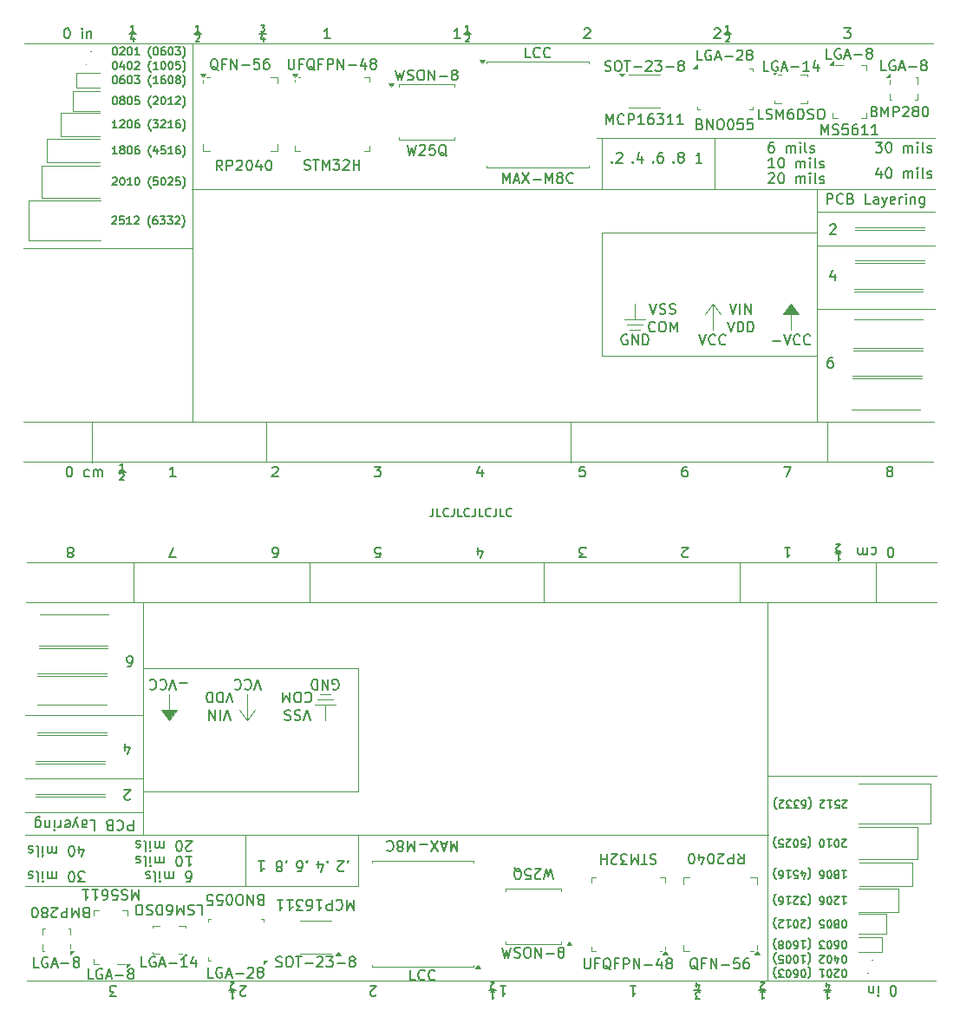
<source format=gbr>
G04 #@! TF.GenerationSoftware,KiCad,Pcbnew,8.0.2*
G04 #@! TF.CreationDate,2024-10-23T21:31:03+03:00*
G04 #@! TF.ProjectId,card_template,63617264-5f74-4656-9d70-6c6174652e6b,00*
G04 #@! TF.SameCoordinates,Original*
G04 #@! TF.FileFunction,Legend,Top*
G04 #@! TF.FilePolarity,Positive*
%FSLAX46Y46*%
G04 Gerber Fmt 4.6, Leading zero omitted, Abs format (unit mm)*
G04 Created by KiCad (PCBNEW 8.0.2) date 2024-10-23 21:31:03*
%MOMM*%
%LPD*%
G01*
G04 APERTURE LIST*
%ADD10C,0.120000*%
%ADD11C,0.152400*%
%ADD12C,0.150000*%
%ADD13C,0.100000*%
G04 APERTURE END LIST*
D10*
X138267000Y-47829000D02*
X131409000Y-47829000D01*
X106031000Y-84326000D02*
X106031000Y-84704460D01*
X106031000Y-84704460D02*
X89550000Y-84707260D01*
X106011540Y-67814280D02*
X89550000Y-67816000D01*
X106031000Y-84343000D02*
X106031000Y-67343000D01*
X89550000Y-88633000D02*
X178400000Y-88633000D01*
X103342000Y-47829000D02*
X178399000Y-47829000D01*
X106031000Y-47829000D02*
X106031000Y-67341280D01*
X89626000Y-47829000D02*
X103342000Y-47829000D01*
X148750000Y-75750000D02*
X149750000Y-75750000D01*
X164913064Y-139229064D02*
X89856064Y-139229064D01*
X101255064Y-119558064D02*
X89755064Y-119558064D01*
X122255064Y-120808064D02*
X101255064Y-120808064D01*
X178629064Y-139229064D02*
X164913064Y-139229064D01*
X122255064Y-108808064D02*
X122255064Y-120808064D01*
X164500000Y-75750000D02*
X164500000Y-73250000D01*
X110630064Y-112808064D02*
X111380064Y-113808064D01*
X122255064Y-125058064D02*
X122255064Y-130058064D01*
X170625000Y-72000000D02*
X177375000Y-72000000D01*
X170475000Y-80250000D02*
X177225000Y-80250000D01*
X170750000Y-66000000D02*
X177500000Y-66000000D01*
X162324064Y-102353604D02*
X89805064Y-102358064D01*
X170625000Y-74750000D02*
X177375000Y-74750000D01*
X162224064Y-102353604D02*
X178705064Y-102350804D01*
X162224064Y-102732064D02*
X162224064Y-102353604D01*
X100255064Y-102308064D02*
X100255064Y-98458064D01*
X178705064Y-98425064D02*
X89855064Y-98425064D01*
X101255064Y-108808064D02*
X122255064Y-108808064D01*
X146000000Y-78250000D02*
X146000000Y-66250000D01*
X145500000Y-57000000D02*
X178500000Y-57000000D01*
X157000000Y-62000000D02*
X157000000Y-57000000D01*
X167000000Y-67500000D02*
X178500000Y-67500000D01*
X103755064Y-113808064D02*
X103005064Y-112808064D01*
X104505064Y-112808064D01*
X103755064Y-113808064D01*
G36*
X103755064Y-113808064D02*
G01*
X103005064Y-112808064D01*
X104505064Y-112808064D01*
X103755064Y-113808064D01*
G37*
X146000000Y-62000000D02*
X146000000Y-57000000D01*
X97880064Y-103558064D02*
X91130064Y-103558064D01*
X162224064Y-102715064D02*
X162224064Y-119715064D01*
X170750000Y-69250000D02*
X177500000Y-69250000D01*
X162255064Y-125058064D02*
X122255064Y-125058064D01*
X97780064Y-106558064D02*
X91030064Y-106558064D01*
X170750000Y-65750000D02*
X177500000Y-65750000D01*
X119005064Y-113808064D02*
X119005064Y-112308064D01*
X97505064Y-117808064D02*
X90755064Y-117808064D01*
X111380064Y-111308064D02*
X111380064Y-113808064D01*
X97630064Y-115058064D02*
X90880064Y-115058064D01*
X122255064Y-125058064D02*
X89755064Y-125058064D01*
X167000000Y-64250000D02*
X178500000Y-64250000D01*
X103755064Y-111308064D02*
X103755064Y-113808064D01*
X170750000Y-69000000D02*
X177500000Y-69000000D01*
X167000000Y-78250000D02*
X146000000Y-78250000D01*
X149250000Y-73250000D02*
X149250000Y-74750000D01*
X170475000Y-80500000D02*
X177225000Y-80500000D01*
X172755064Y-102358064D02*
X172755064Y-98458064D01*
X148250000Y-74750000D02*
X150250000Y-74750000D01*
X157625000Y-74250000D02*
X156875000Y-73250000D01*
X140355064Y-102308064D02*
X140355064Y-98408064D01*
X162224064Y-139229064D02*
X162224064Y-119716784D01*
X97505064Y-121058064D02*
X90755064Y-121058064D01*
X97780064Y-106808064D02*
X91030064Y-106808064D01*
X105931000Y-84704460D02*
X178450000Y-84700000D01*
X165250000Y-74250000D02*
X163750000Y-74250000D01*
X164500000Y-73250000D01*
X165250000Y-74250000D01*
G36*
X165250000Y-74250000D02*
G01*
X163750000Y-74250000D01*
X164500000Y-73250000D01*
X165250000Y-74250000D01*
G37*
X159455064Y-102358064D02*
X159455064Y-98458064D01*
X97630064Y-112308064D02*
X90880064Y-112308064D01*
X101255064Y-122808064D02*
X89755064Y-122808064D01*
X170600000Y-77500000D02*
X177350000Y-77500000D01*
X101255064Y-125058064D02*
X101255064Y-102358064D01*
X119755064Y-111808064D02*
X118255064Y-111808064D01*
X156875000Y-73250000D02*
X156125000Y-74250000D01*
X120005064Y-112308064D02*
X118005064Y-112308064D01*
X101255064Y-113308064D02*
X89755064Y-113308064D01*
X97655064Y-109308064D02*
X90905064Y-109308064D01*
X170600000Y-77750000D02*
X177350000Y-77750000D01*
X148500000Y-75250000D02*
X150000000Y-75250000D01*
X111255064Y-125058064D02*
X111255064Y-130058064D01*
X170375000Y-83500000D02*
X177125000Y-83500000D01*
X113250000Y-84700000D02*
X113250000Y-88600000D01*
X97630064Y-115308064D02*
X90880064Y-115308064D01*
X167000000Y-62000000D02*
X167000000Y-84700000D01*
X111380064Y-113808064D02*
X112130064Y-112808064D01*
X97505064Y-118058064D02*
X90755064Y-118058064D01*
X162243524Y-119243784D02*
X178705064Y-119242064D01*
X117505064Y-102308064D02*
X117505064Y-98458064D01*
X129988064Y-139229064D02*
X136846064Y-139229064D01*
X143000000Y-84800000D02*
X143000000Y-88700000D01*
X168000000Y-84750000D02*
X168000000Y-88600000D01*
X97655064Y-109558064D02*
X90905064Y-109558064D01*
X170625000Y-71750000D02*
X177375000Y-71750000D01*
X96250000Y-84800000D02*
X96250000Y-88700000D01*
X146000000Y-62000000D02*
X178500000Y-62000000D01*
X156875000Y-75750000D02*
X156875000Y-73250000D01*
X146000000Y-66250000D02*
X167000000Y-66250000D01*
X106000000Y-62000000D02*
X146000000Y-62000000D01*
X122255064Y-130058064D02*
X89750000Y-130058064D01*
X97505064Y-121308064D02*
X90755064Y-121308064D01*
X119505064Y-111308064D02*
X118505064Y-111308064D01*
X167000000Y-73750000D02*
X178500000Y-73750000D01*
D11*
X98828739Y-89638503D02*
X99495405Y-89638503D01*
X99352548Y-89495646D02*
X98971596Y-89495646D01*
X98971596Y-88971836D02*
X99066834Y-88924217D01*
X99066834Y-88924217D02*
X99162072Y-88828979D01*
X99162072Y-88828979D02*
X99162072Y-89495646D01*
X98971596Y-89781360D02*
X99066834Y-89733741D01*
X99066834Y-89733741D02*
X99209691Y-89733741D01*
X99209691Y-89733741D02*
X99304929Y-89781360D01*
X99304929Y-89781360D02*
X99352548Y-89876598D01*
X99352548Y-89876598D02*
X99352548Y-89971836D01*
X99352548Y-89971836D02*
X99304929Y-90067075D01*
X99304929Y-90067075D02*
X98971596Y-90400408D01*
X98971596Y-90400408D02*
X99352548Y-90400408D01*
X112558739Y-46841503D02*
X113225405Y-46841503D01*
X112701596Y-46031979D02*
X113082548Y-46031979D01*
X113082548Y-46031979D02*
X112892072Y-46270075D01*
X112892072Y-46270075D02*
X112939691Y-46270075D01*
X112939691Y-46270075D02*
X113034929Y-46317694D01*
X113034929Y-46317694D02*
X113082548Y-46412932D01*
X113082548Y-46412932D02*
X113082548Y-46555789D01*
X113082548Y-46555789D02*
X113034929Y-46651027D01*
X113034929Y-46651027D02*
X112939691Y-46698646D01*
X112939691Y-46698646D02*
X112796834Y-46698646D01*
X112796834Y-46698646D02*
X112701596Y-46651027D01*
X113034929Y-47222455D02*
X113034929Y-47603408D01*
X112844453Y-46936741D02*
X112701596Y-47412932D01*
X112701596Y-47412932D02*
X113130167Y-47412932D01*
X99858739Y-46841503D02*
X100525405Y-46841503D01*
X100382548Y-46698646D02*
X100001596Y-46698646D01*
X100001596Y-46174836D02*
X100096834Y-46127217D01*
X100096834Y-46127217D02*
X100192072Y-46031979D01*
X100192072Y-46031979D02*
X100192072Y-46698646D01*
X100334929Y-47222455D02*
X100334929Y-47603408D01*
X100144453Y-46936741D02*
X100001596Y-47412932D01*
X100001596Y-47412932D02*
X100430167Y-47412932D01*
D12*
X129541761Y-93148295D02*
X129541761Y-93719723D01*
X129541761Y-93719723D02*
X129503666Y-93834009D01*
X129503666Y-93834009D02*
X129427475Y-93910200D01*
X129427475Y-93910200D02*
X129313190Y-93948295D01*
X129313190Y-93948295D02*
X129236999Y-93948295D01*
X130303666Y-93948295D02*
X129922714Y-93948295D01*
X129922714Y-93948295D02*
X129922714Y-93148295D01*
X131027476Y-93872104D02*
X130989380Y-93910200D01*
X130989380Y-93910200D02*
X130875095Y-93948295D01*
X130875095Y-93948295D02*
X130798904Y-93948295D01*
X130798904Y-93948295D02*
X130684618Y-93910200D01*
X130684618Y-93910200D02*
X130608428Y-93834009D01*
X130608428Y-93834009D02*
X130570333Y-93757819D01*
X130570333Y-93757819D02*
X130532237Y-93605438D01*
X130532237Y-93605438D02*
X130532237Y-93491152D01*
X130532237Y-93491152D02*
X130570333Y-93338771D01*
X130570333Y-93338771D02*
X130608428Y-93262580D01*
X130608428Y-93262580D02*
X130684618Y-93186390D01*
X130684618Y-93186390D02*
X130798904Y-93148295D01*
X130798904Y-93148295D02*
X130875095Y-93148295D01*
X130875095Y-93148295D02*
X130989380Y-93186390D01*
X130989380Y-93186390D02*
X131027476Y-93224485D01*
X131598904Y-93148295D02*
X131598904Y-93719723D01*
X131598904Y-93719723D02*
X131560809Y-93834009D01*
X131560809Y-93834009D02*
X131484618Y-93910200D01*
X131484618Y-93910200D02*
X131370333Y-93948295D01*
X131370333Y-93948295D02*
X131294142Y-93948295D01*
X132360809Y-93948295D02*
X131979857Y-93948295D01*
X131979857Y-93948295D02*
X131979857Y-93148295D01*
X133084619Y-93872104D02*
X133046523Y-93910200D01*
X133046523Y-93910200D02*
X132932238Y-93948295D01*
X132932238Y-93948295D02*
X132856047Y-93948295D01*
X132856047Y-93948295D02*
X132741761Y-93910200D01*
X132741761Y-93910200D02*
X132665571Y-93834009D01*
X132665571Y-93834009D02*
X132627476Y-93757819D01*
X132627476Y-93757819D02*
X132589380Y-93605438D01*
X132589380Y-93605438D02*
X132589380Y-93491152D01*
X132589380Y-93491152D02*
X132627476Y-93338771D01*
X132627476Y-93338771D02*
X132665571Y-93262580D01*
X132665571Y-93262580D02*
X132741761Y-93186390D01*
X132741761Y-93186390D02*
X132856047Y-93148295D01*
X132856047Y-93148295D02*
X132932238Y-93148295D01*
X132932238Y-93148295D02*
X133046523Y-93186390D01*
X133046523Y-93186390D02*
X133084619Y-93224485D01*
X133656047Y-93148295D02*
X133656047Y-93719723D01*
X133656047Y-93719723D02*
X133617952Y-93834009D01*
X133617952Y-93834009D02*
X133541761Y-93910200D01*
X133541761Y-93910200D02*
X133427476Y-93948295D01*
X133427476Y-93948295D02*
X133351285Y-93948295D01*
X134417952Y-93948295D02*
X134037000Y-93948295D01*
X134037000Y-93948295D02*
X134037000Y-93148295D01*
X135141762Y-93872104D02*
X135103666Y-93910200D01*
X135103666Y-93910200D02*
X134989381Y-93948295D01*
X134989381Y-93948295D02*
X134913190Y-93948295D01*
X134913190Y-93948295D02*
X134798904Y-93910200D01*
X134798904Y-93910200D02*
X134722714Y-93834009D01*
X134722714Y-93834009D02*
X134684619Y-93757819D01*
X134684619Y-93757819D02*
X134646523Y-93605438D01*
X134646523Y-93605438D02*
X134646523Y-93491152D01*
X134646523Y-93491152D02*
X134684619Y-93338771D01*
X134684619Y-93338771D02*
X134722714Y-93262580D01*
X134722714Y-93262580D02*
X134798904Y-93186390D01*
X134798904Y-93186390D02*
X134913190Y-93148295D01*
X134913190Y-93148295D02*
X134989381Y-93148295D01*
X134989381Y-93148295D02*
X135103666Y-93186390D01*
X135103666Y-93186390D02*
X135141762Y-93224485D01*
X135713190Y-93148295D02*
X135713190Y-93719723D01*
X135713190Y-93719723D02*
X135675095Y-93834009D01*
X135675095Y-93834009D02*
X135598904Y-93910200D01*
X135598904Y-93910200D02*
X135484619Y-93948295D01*
X135484619Y-93948295D02*
X135408428Y-93948295D01*
X136475095Y-93948295D02*
X136094143Y-93948295D01*
X136094143Y-93948295D02*
X136094143Y-93148295D01*
X137198905Y-93872104D02*
X137160809Y-93910200D01*
X137160809Y-93910200D02*
X137046524Y-93948295D01*
X137046524Y-93948295D02*
X136970333Y-93948295D01*
X136970333Y-93948295D02*
X136856047Y-93910200D01*
X136856047Y-93910200D02*
X136779857Y-93834009D01*
X136779857Y-93834009D02*
X136741762Y-93757819D01*
X136741762Y-93757819D02*
X136703666Y-93605438D01*
X136703666Y-93605438D02*
X136703666Y-93491152D01*
X136703666Y-93491152D02*
X136741762Y-93338771D01*
X136741762Y-93338771D02*
X136779857Y-93262580D01*
X136779857Y-93262580D02*
X136856047Y-93186390D01*
X136856047Y-93186390D02*
X136970333Y-93148295D01*
X136970333Y-93148295D02*
X137046524Y-93148295D01*
X137046524Y-93148295D02*
X137160809Y-93186390D01*
X137160809Y-93186390D02*
X137198905Y-93224485D01*
D11*
X174031215Y-89516265D02*
X173935977Y-89468646D01*
X173935977Y-89468646D02*
X173888358Y-89421027D01*
X173888358Y-89421027D02*
X173840739Y-89325789D01*
X173840739Y-89325789D02*
X173840739Y-89278170D01*
X173840739Y-89278170D02*
X173888358Y-89182932D01*
X173888358Y-89182932D02*
X173935977Y-89135313D01*
X173935977Y-89135313D02*
X174031215Y-89087694D01*
X174031215Y-89087694D02*
X174221691Y-89087694D01*
X174221691Y-89087694D02*
X174316929Y-89135313D01*
X174316929Y-89135313D02*
X174364548Y-89182932D01*
X174364548Y-89182932D02*
X174412167Y-89278170D01*
X174412167Y-89278170D02*
X174412167Y-89325789D01*
X174412167Y-89325789D02*
X174364548Y-89421027D01*
X174364548Y-89421027D02*
X174316929Y-89468646D01*
X174316929Y-89468646D02*
X174221691Y-89516265D01*
X174221691Y-89516265D02*
X174031215Y-89516265D01*
X174031215Y-89516265D02*
X173935977Y-89563884D01*
X173935977Y-89563884D02*
X173888358Y-89611503D01*
X173888358Y-89611503D02*
X173840739Y-89706741D01*
X173840739Y-89706741D02*
X173840739Y-89897217D01*
X173840739Y-89897217D02*
X173888358Y-89992455D01*
X173888358Y-89992455D02*
X173935977Y-90040075D01*
X173935977Y-90040075D02*
X174031215Y-90087694D01*
X174031215Y-90087694D02*
X174221691Y-90087694D01*
X174221691Y-90087694D02*
X174316929Y-90040075D01*
X174316929Y-90040075D02*
X174364548Y-89992455D01*
X174364548Y-89992455D02*
X174412167Y-89897217D01*
X174412167Y-89897217D02*
X174412167Y-89706741D01*
X174412167Y-89706741D02*
X174364548Y-89611503D01*
X174364548Y-89611503D02*
X174316929Y-89563884D01*
X174316929Y-89563884D02*
X174221691Y-89516265D01*
X163793120Y-89087694D02*
X164459786Y-89087694D01*
X164459786Y-89087694D02*
X164031215Y-90087694D01*
X154316929Y-89087694D02*
X154126453Y-89087694D01*
X154126453Y-89087694D02*
X154031215Y-89135313D01*
X154031215Y-89135313D02*
X153983596Y-89182932D01*
X153983596Y-89182932D02*
X153888358Y-89325789D01*
X153888358Y-89325789D02*
X153840739Y-89516265D01*
X153840739Y-89516265D02*
X153840739Y-89897217D01*
X153840739Y-89897217D02*
X153888358Y-89992455D01*
X153888358Y-89992455D02*
X153935977Y-90040075D01*
X153935977Y-90040075D02*
X154031215Y-90087694D01*
X154031215Y-90087694D02*
X154221691Y-90087694D01*
X154221691Y-90087694D02*
X154316929Y-90040075D01*
X154316929Y-90040075D02*
X154364548Y-89992455D01*
X154364548Y-89992455D02*
X154412167Y-89897217D01*
X154412167Y-89897217D02*
X154412167Y-89659122D01*
X154412167Y-89659122D02*
X154364548Y-89563884D01*
X154364548Y-89563884D02*
X154316929Y-89516265D01*
X154316929Y-89516265D02*
X154221691Y-89468646D01*
X154221691Y-89468646D02*
X154031215Y-89468646D01*
X154031215Y-89468646D02*
X153935977Y-89516265D01*
X153935977Y-89516265D02*
X153888358Y-89563884D01*
X153888358Y-89563884D02*
X153840739Y-89659122D01*
X144364548Y-89087694D02*
X143888358Y-89087694D01*
X143888358Y-89087694D02*
X143840739Y-89563884D01*
X143840739Y-89563884D02*
X143888358Y-89516265D01*
X143888358Y-89516265D02*
X143983596Y-89468646D01*
X143983596Y-89468646D02*
X144221691Y-89468646D01*
X144221691Y-89468646D02*
X144316929Y-89516265D01*
X144316929Y-89516265D02*
X144364548Y-89563884D01*
X144364548Y-89563884D02*
X144412167Y-89659122D01*
X144412167Y-89659122D02*
X144412167Y-89897217D01*
X144412167Y-89897217D02*
X144364548Y-89992455D01*
X144364548Y-89992455D02*
X144316929Y-90040075D01*
X144316929Y-90040075D02*
X144221691Y-90087694D01*
X144221691Y-90087694D02*
X143983596Y-90087694D01*
X143983596Y-90087694D02*
X143888358Y-90040075D01*
X143888358Y-90040075D02*
X143840739Y-89992455D01*
X134316929Y-89421027D02*
X134316929Y-90087694D01*
X134078834Y-89040075D02*
X133840739Y-89754360D01*
X133840739Y-89754360D02*
X134459786Y-89754360D01*
X123793120Y-89087694D02*
X124412167Y-89087694D01*
X124412167Y-89087694D02*
X124078834Y-89468646D01*
X124078834Y-89468646D02*
X124221691Y-89468646D01*
X124221691Y-89468646D02*
X124316929Y-89516265D01*
X124316929Y-89516265D02*
X124364548Y-89563884D01*
X124364548Y-89563884D02*
X124412167Y-89659122D01*
X124412167Y-89659122D02*
X124412167Y-89897217D01*
X124412167Y-89897217D02*
X124364548Y-89992455D01*
X124364548Y-89992455D02*
X124316929Y-90040075D01*
X124316929Y-90040075D02*
X124221691Y-90087694D01*
X124221691Y-90087694D02*
X123935977Y-90087694D01*
X123935977Y-90087694D02*
X123840739Y-90040075D01*
X123840739Y-90040075D02*
X123793120Y-89992455D01*
X113840739Y-89182932D02*
X113888358Y-89135313D01*
X113888358Y-89135313D02*
X113983596Y-89087694D01*
X113983596Y-89087694D02*
X114221691Y-89087694D01*
X114221691Y-89087694D02*
X114316929Y-89135313D01*
X114316929Y-89135313D02*
X114364548Y-89182932D01*
X114364548Y-89182932D02*
X114412167Y-89278170D01*
X114412167Y-89278170D02*
X114412167Y-89373408D01*
X114412167Y-89373408D02*
X114364548Y-89516265D01*
X114364548Y-89516265D02*
X113793120Y-90087694D01*
X113793120Y-90087694D02*
X114412167Y-90087694D01*
X104412167Y-90087694D02*
X103840739Y-90087694D01*
X104126453Y-90087694D02*
X104126453Y-89087694D01*
X104126453Y-89087694D02*
X104031215Y-89230551D01*
X104031215Y-89230551D02*
X103935977Y-89325789D01*
X103935977Y-89325789D02*
X103840739Y-89373408D01*
X93986834Y-89087694D02*
X94082072Y-89087694D01*
X94082072Y-89087694D02*
X94177310Y-89135313D01*
X94177310Y-89135313D02*
X94224929Y-89182932D01*
X94224929Y-89182932D02*
X94272548Y-89278170D01*
X94272548Y-89278170D02*
X94320167Y-89468646D01*
X94320167Y-89468646D02*
X94320167Y-89706741D01*
X94320167Y-89706741D02*
X94272548Y-89897217D01*
X94272548Y-89897217D02*
X94224929Y-89992455D01*
X94224929Y-89992455D02*
X94177310Y-90040075D01*
X94177310Y-90040075D02*
X94082072Y-90087694D01*
X94082072Y-90087694D02*
X93986834Y-90087694D01*
X93986834Y-90087694D02*
X93891596Y-90040075D01*
X93891596Y-90040075D02*
X93843977Y-89992455D01*
X93843977Y-89992455D02*
X93796358Y-89897217D01*
X93796358Y-89897217D02*
X93748739Y-89706741D01*
X93748739Y-89706741D02*
X93748739Y-89468646D01*
X93748739Y-89468646D02*
X93796358Y-89278170D01*
X93796358Y-89278170D02*
X93843977Y-89182932D01*
X93843977Y-89182932D02*
X93891596Y-89135313D01*
X93891596Y-89135313D02*
X93986834Y-89087694D01*
X95939215Y-90040075D02*
X95843977Y-90087694D01*
X95843977Y-90087694D02*
X95653501Y-90087694D01*
X95653501Y-90087694D02*
X95558263Y-90040075D01*
X95558263Y-90040075D02*
X95510644Y-89992455D01*
X95510644Y-89992455D02*
X95463025Y-89897217D01*
X95463025Y-89897217D02*
X95463025Y-89611503D01*
X95463025Y-89611503D02*
X95510644Y-89516265D01*
X95510644Y-89516265D02*
X95558263Y-89468646D01*
X95558263Y-89468646D02*
X95653501Y-89421027D01*
X95653501Y-89421027D02*
X95843977Y-89421027D01*
X95843977Y-89421027D02*
X95939215Y-89468646D01*
X96367787Y-90087694D02*
X96367787Y-89421027D01*
X96367787Y-89516265D02*
X96415406Y-89468646D01*
X96415406Y-89468646D02*
X96510644Y-89421027D01*
X96510644Y-89421027D02*
X96653501Y-89421027D01*
X96653501Y-89421027D02*
X96748739Y-89468646D01*
X96748739Y-89468646D02*
X96796358Y-89563884D01*
X96796358Y-89563884D02*
X96796358Y-90087694D01*
X96796358Y-89563884D02*
X96843977Y-89468646D01*
X96843977Y-89468646D02*
X96939215Y-89421027D01*
X96939215Y-89421027D02*
X97082072Y-89421027D01*
X97082072Y-89421027D02*
X97177311Y-89468646D01*
X97177311Y-89468646D02*
X97224930Y-89563884D01*
X97224930Y-89563884D02*
X97224930Y-90087694D01*
X157008739Y-46412932D02*
X157056358Y-46365313D01*
X157056358Y-46365313D02*
X157151596Y-46317694D01*
X157151596Y-46317694D02*
X157389691Y-46317694D01*
X157389691Y-46317694D02*
X157484929Y-46365313D01*
X157484929Y-46365313D02*
X157532548Y-46412932D01*
X157532548Y-46412932D02*
X157580167Y-46508170D01*
X157580167Y-46508170D02*
X157580167Y-46603408D01*
X157580167Y-46603408D02*
X157532548Y-46746265D01*
X157532548Y-46746265D02*
X156961120Y-47317694D01*
X156961120Y-47317694D02*
X157580167Y-47317694D01*
X157961120Y-46841503D02*
X158627786Y-46841503D01*
X158484929Y-46698646D02*
X158103977Y-46698646D01*
X158103977Y-46174836D02*
X158199215Y-46127217D01*
X158199215Y-46127217D02*
X158294453Y-46031979D01*
X158294453Y-46031979D02*
X158294453Y-46698646D01*
X158103977Y-46984360D02*
X158199215Y-46936741D01*
X158199215Y-46936741D02*
X158342072Y-46936741D01*
X158342072Y-46936741D02*
X158437310Y-46984360D01*
X158437310Y-46984360D02*
X158484929Y-47079598D01*
X158484929Y-47079598D02*
X158484929Y-47174836D01*
X158484929Y-47174836D02*
X158437310Y-47270075D01*
X158437310Y-47270075D02*
X158103977Y-47603408D01*
X158103977Y-47603408D02*
X158484929Y-47603408D01*
X169661120Y-46317694D02*
X170280167Y-46317694D01*
X170280167Y-46317694D02*
X169946834Y-46698646D01*
X169946834Y-46698646D02*
X170089691Y-46698646D01*
X170089691Y-46698646D02*
X170184929Y-46746265D01*
X170184929Y-46746265D02*
X170232548Y-46793884D01*
X170232548Y-46793884D02*
X170280167Y-46889122D01*
X170280167Y-46889122D02*
X170280167Y-47127217D01*
X170280167Y-47127217D02*
X170232548Y-47222455D01*
X170232548Y-47222455D02*
X170184929Y-47270075D01*
X170184929Y-47270075D02*
X170089691Y-47317694D01*
X170089691Y-47317694D02*
X169803977Y-47317694D01*
X169803977Y-47317694D02*
X169708739Y-47270075D01*
X169708739Y-47270075D02*
X169661120Y-47222455D01*
X132180167Y-47317694D02*
X131608739Y-47317694D01*
X131894453Y-47317694D02*
X131894453Y-46317694D01*
X131894453Y-46317694D02*
X131799215Y-46460551D01*
X131799215Y-46460551D02*
X131703977Y-46555789D01*
X131703977Y-46555789D02*
X131608739Y-46603408D01*
X132561120Y-46841503D02*
X133227786Y-46841503D01*
X133084929Y-46698646D02*
X132703977Y-46698646D01*
X132703977Y-46174836D02*
X132799215Y-46127217D01*
X132799215Y-46127217D02*
X132894453Y-46031979D01*
X132894453Y-46031979D02*
X132894453Y-46698646D01*
X132703977Y-46984360D02*
X132799215Y-46936741D01*
X132799215Y-46936741D02*
X132942072Y-46936741D01*
X132942072Y-46936741D02*
X133037310Y-46984360D01*
X133037310Y-46984360D02*
X133084929Y-47079598D01*
X133084929Y-47079598D02*
X133084929Y-47174836D01*
X133084929Y-47174836D02*
X133037310Y-47270075D01*
X133037310Y-47270075D02*
X132703977Y-47603408D01*
X132703977Y-47603408D02*
X133084929Y-47603408D01*
X144308739Y-46412932D02*
X144356358Y-46365313D01*
X144356358Y-46365313D02*
X144451596Y-46317694D01*
X144451596Y-46317694D02*
X144689691Y-46317694D01*
X144689691Y-46317694D02*
X144784929Y-46365313D01*
X144784929Y-46365313D02*
X144832548Y-46412932D01*
X144832548Y-46412932D02*
X144880167Y-46508170D01*
X144880167Y-46508170D02*
X144880167Y-46603408D01*
X144880167Y-46603408D02*
X144832548Y-46746265D01*
X144832548Y-46746265D02*
X144261120Y-47317694D01*
X144261120Y-47317694D02*
X144880167Y-47317694D01*
X119480167Y-47317694D02*
X118908739Y-47317694D01*
X119194453Y-47317694D02*
X119194453Y-46317694D01*
X119194453Y-46317694D02*
X119099215Y-46460551D01*
X119099215Y-46460551D02*
X119003977Y-46555789D01*
X119003977Y-46555789D02*
X118908739Y-46603408D01*
X106208739Y-46841503D02*
X106875405Y-46841503D01*
X106732548Y-46698646D02*
X106351596Y-46698646D01*
X106351596Y-46174836D02*
X106446834Y-46127217D01*
X106446834Y-46127217D02*
X106542072Y-46031979D01*
X106542072Y-46031979D02*
X106542072Y-46698646D01*
X106351596Y-46984360D02*
X106446834Y-46936741D01*
X106446834Y-46936741D02*
X106589691Y-46936741D01*
X106589691Y-46936741D02*
X106684929Y-46984360D01*
X106684929Y-46984360D02*
X106732548Y-47079598D01*
X106732548Y-47079598D02*
X106732548Y-47174836D01*
X106732548Y-47174836D02*
X106684929Y-47270075D01*
X106684929Y-47270075D02*
X106351596Y-47603408D01*
X106351596Y-47603408D02*
X106732548Y-47603408D01*
X93746834Y-46317694D02*
X93842072Y-46317694D01*
X93842072Y-46317694D02*
X93937310Y-46365313D01*
X93937310Y-46365313D02*
X93984929Y-46412932D01*
X93984929Y-46412932D02*
X94032548Y-46508170D01*
X94032548Y-46508170D02*
X94080167Y-46698646D01*
X94080167Y-46698646D02*
X94080167Y-46936741D01*
X94080167Y-46936741D02*
X94032548Y-47127217D01*
X94032548Y-47127217D02*
X93984929Y-47222455D01*
X93984929Y-47222455D02*
X93937310Y-47270075D01*
X93937310Y-47270075D02*
X93842072Y-47317694D01*
X93842072Y-47317694D02*
X93746834Y-47317694D01*
X93746834Y-47317694D02*
X93651596Y-47270075D01*
X93651596Y-47270075D02*
X93603977Y-47222455D01*
X93603977Y-47222455D02*
X93556358Y-47127217D01*
X93556358Y-47127217D02*
X93508739Y-46936741D01*
X93508739Y-46936741D02*
X93508739Y-46698646D01*
X93508739Y-46698646D02*
X93556358Y-46508170D01*
X93556358Y-46508170D02*
X93603977Y-46412932D01*
X93603977Y-46412932D02*
X93651596Y-46365313D01*
X93651596Y-46365313D02*
X93746834Y-46317694D01*
X95270644Y-47317694D02*
X95270644Y-46651027D01*
X95270644Y-46317694D02*
X95223025Y-46365313D01*
X95223025Y-46365313D02*
X95270644Y-46412932D01*
X95270644Y-46412932D02*
X95318263Y-46365313D01*
X95318263Y-46365313D02*
X95270644Y-46317694D01*
X95270644Y-46317694D02*
X95270644Y-46412932D01*
X95746834Y-46651027D02*
X95746834Y-47317694D01*
X95746834Y-46746265D02*
X95794453Y-46698646D01*
X95794453Y-46698646D02*
X95889691Y-46651027D01*
X95889691Y-46651027D02*
X96032548Y-46651027D01*
X96032548Y-46651027D02*
X96127786Y-46698646D01*
X96127786Y-46698646D02*
X96175405Y-46793884D01*
X96175405Y-46793884D02*
X96175405Y-47317694D01*
D12*
X105965903Y-126508006D02*
X105918284Y-126555625D01*
X105918284Y-126555625D02*
X105823046Y-126603244D01*
X105823046Y-126603244D02*
X105584951Y-126603244D01*
X105584951Y-126603244D02*
X105489713Y-126555625D01*
X105489713Y-126555625D02*
X105442094Y-126508006D01*
X105442094Y-126508006D02*
X105394475Y-126412768D01*
X105394475Y-126412768D02*
X105394475Y-126317530D01*
X105394475Y-126317530D02*
X105442094Y-126174673D01*
X105442094Y-126174673D02*
X106013522Y-125603244D01*
X106013522Y-125603244D02*
X105394475Y-125603244D01*
X104775427Y-126603244D02*
X104680189Y-126603244D01*
X104680189Y-126603244D02*
X104584951Y-126555625D01*
X104584951Y-126555625D02*
X104537332Y-126508006D01*
X104537332Y-126508006D02*
X104489713Y-126412768D01*
X104489713Y-126412768D02*
X104442094Y-126222292D01*
X104442094Y-126222292D02*
X104442094Y-125984197D01*
X104442094Y-125984197D02*
X104489713Y-125793721D01*
X104489713Y-125793721D02*
X104537332Y-125698483D01*
X104537332Y-125698483D02*
X104584951Y-125650864D01*
X104584951Y-125650864D02*
X104680189Y-125603244D01*
X104680189Y-125603244D02*
X104775427Y-125603244D01*
X104775427Y-125603244D02*
X104870665Y-125650864D01*
X104870665Y-125650864D02*
X104918284Y-125698483D01*
X104918284Y-125698483D02*
X104965903Y-125793721D01*
X104965903Y-125793721D02*
X105013522Y-125984197D01*
X105013522Y-125984197D02*
X105013522Y-126222292D01*
X105013522Y-126222292D02*
X104965903Y-126412768D01*
X104965903Y-126412768D02*
X104918284Y-126508006D01*
X104918284Y-126508006D02*
X104870665Y-126555625D01*
X104870665Y-126555625D02*
X104775427Y-126603244D01*
X103251617Y-125603244D02*
X103251617Y-126269911D01*
X103251617Y-126174673D02*
X103203998Y-126222292D01*
X103203998Y-126222292D02*
X103108760Y-126269911D01*
X103108760Y-126269911D02*
X102965903Y-126269911D01*
X102965903Y-126269911D02*
X102870665Y-126222292D01*
X102870665Y-126222292D02*
X102823046Y-126127054D01*
X102823046Y-126127054D02*
X102823046Y-125603244D01*
X102823046Y-126127054D02*
X102775427Y-126222292D01*
X102775427Y-126222292D02*
X102680189Y-126269911D01*
X102680189Y-126269911D02*
X102537332Y-126269911D01*
X102537332Y-126269911D02*
X102442093Y-126222292D01*
X102442093Y-126222292D02*
X102394474Y-126127054D01*
X102394474Y-126127054D02*
X102394474Y-125603244D01*
X101918284Y-125603244D02*
X101918284Y-126269911D01*
X101918284Y-126603244D02*
X101965903Y-126555625D01*
X101965903Y-126555625D02*
X101918284Y-126508006D01*
X101918284Y-126508006D02*
X101870665Y-126555625D01*
X101870665Y-126555625D02*
X101918284Y-126603244D01*
X101918284Y-126603244D02*
X101918284Y-126508006D01*
X101299237Y-125603244D02*
X101394475Y-125650864D01*
X101394475Y-125650864D02*
X101442094Y-125746102D01*
X101442094Y-125746102D02*
X101442094Y-126603244D01*
X100965903Y-125650864D02*
X100870665Y-125603244D01*
X100870665Y-125603244D02*
X100680189Y-125603244D01*
X100680189Y-125603244D02*
X100584951Y-125650864D01*
X100584951Y-125650864D02*
X100537332Y-125746102D01*
X100537332Y-125746102D02*
X100537332Y-125793721D01*
X100537332Y-125793721D02*
X100584951Y-125888959D01*
X100584951Y-125888959D02*
X100680189Y-125936578D01*
X100680189Y-125936578D02*
X100823046Y-125936578D01*
X100823046Y-125936578D02*
X100918284Y-125984197D01*
X100918284Y-125984197D02*
X100965903Y-126079435D01*
X100965903Y-126079435D02*
X100965903Y-126127054D01*
X100965903Y-126127054D02*
X100918284Y-126222292D01*
X100918284Y-126222292D02*
X100823046Y-126269911D01*
X100823046Y-126269911D02*
X100680189Y-126269911D01*
X100680189Y-126269911D02*
X100584951Y-126222292D01*
D11*
X104461943Y-97970369D02*
X103795277Y-97970369D01*
X103795277Y-97970369D02*
X104223848Y-96970369D01*
X148774896Y-139740369D02*
X149346324Y-139740369D01*
X149060610Y-139740369D02*
X149060610Y-140740369D01*
X149060610Y-140740369D02*
X149155848Y-140597512D01*
X149155848Y-140597512D02*
X149251086Y-140502274D01*
X149251086Y-140502274D02*
X149346324Y-140454655D01*
X136074896Y-139740369D02*
X136646324Y-139740369D01*
X136360610Y-139740369D02*
X136360610Y-140740369D01*
X136360610Y-140740369D02*
X136455848Y-140597512D01*
X136455848Y-140597512D02*
X136551086Y-140502274D01*
X136551086Y-140502274D02*
X136646324Y-140454655D01*
X135693943Y-140216560D02*
X135027277Y-140216560D01*
X135170134Y-140359417D02*
X135551086Y-140359417D01*
X135551086Y-140883227D02*
X135455848Y-140930846D01*
X135455848Y-140930846D02*
X135360610Y-141026084D01*
X135360610Y-141026084D02*
X135360610Y-140359417D01*
X135551086Y-140073703D02*
X135455848Y-140121322D01*
X135455848Y-140121322D02*
X135312991Y-140121322D01*
X135312991Y-140121322D02*
X135217753Y-140073703D01*
X135217753Y-140073703D02*
X135170134Y-139978465D01*
X135170134Y-139978465D02*
X135170134Y-139883227D01*
X135170134Y-139883227D02*
X135217753Y-139787989D01*
X135217753Y-139787989D02*
X135551086Y-139454655D01*
X135551086Y-139454655D02*
X135170134Y-139454655D01*
X94223848Y-97541798D02*
X94319086Y-97589417D01*
X94319086Y-97589417D02*
X94366705Y-97637036D01*
X94366705Y-97637036D02*
X94414324Y-97732274D01*
X94414324Y-97732274D02*
X94414324Y-97779893D01*
X94414324Y-97779893D02*
X94366705Y-97875131D01*
X94366705Y-97875131D02*
X94319086Y-97922750D01*
X94319086Y-97922750D02*
X94223848Y-97970369D01*
X94223848Y-97970369D02*
X94033372Y-97970369D01*
X94033372Y-97970369D02*
X93938134Y-97922750D01*
X93938134Y-97922750D02*
X93890515Y-97875131D01*
X93890515Y-97875131D02*
X93842896Y-97779893D01*
X93842896Y-97779893D02*
X93842896Y-97732274D01*
X93842896Y-97732274D02*
X93890515Y-97637036D01*
X93890515Y-97637036D02*
X93938134Y-97589417D01*
X93938134Y-97589417D02*
X94033372Y-97541798D01*
X94033372Y-97541798D02*
X94223848Y-97541798D01*
X94223848Y-97541798D02*
X94319086Y-97494179D01*
X94319086Y-97494179D02*
X94366705Y-97446560D01*
X94366705Y-97446560D02*
X94414324Y-97351322D01*
X94414324Y-97351322D02*
X94414324Y-97160846D01*
X94414324Y-97160846D02*
X94366705Y-97065608D01*
X94366705Y-97065608D02*
X94319086Y-97017989D01*
X94319086Y-97017989D02*
X94223848Y-96970369D01*
X94223848Y-96970369D02*
X94033372Y-96970369D01*
X94033372Y-96970369D02*
X93938134Y-97017989D01*
X93938134Y-97017989D02*
X93890515Y-97065608D01*
X93890515Y-97065608D02*
X93842896Y-97160846D01*
X93842896Y-97160846D02*
X93842896Y-97351322D01*
X93842896Y-97351322D02*
X93890515Y-97446560D01*
X93890515Y-97446560D02*
X93938134Y-97494179D01*
X93938134Y-97494179D02*
X94033372Y-97541798D01*
D12*
X162690476Y-76823866D02*
X163452381Y-76823866D01*
X163785714Y-76204819D02*
X164119047Y-77204819D01*
X164119047Y-77204819D02*
X164452380Y-76204819D01*
X165357142Y-77109580D02*
X165309523Y-77157200D01*
X165309523Y-77157200D02*
X165166666Y-77204819D01*
X165166666Y-77204819D02*
X165071428Y-77204819D01*
X165071428Y-77204819D02*
X164928571Y-77157200D01*
X164928571Y-77157200D02*
X164833333Y-77061961D01*
X164833333Y-77061961D02*
X164785714Y-76966723D01*
X164785714Y-76966723D02*
X164738095Y-76776247D01*
X164738095Y-76776247D02*
X164738095Y-76633390D01*
X164738095Y-76633390D02*
X164785714Y-76442914D01*
X164785714Y-76442914D02*
X164833333Y-76347676D01*
X164833333Y-76347676D02*
X164928571Y-76252438D01*
X164928571Y-76252438D02*
X165071428Y-76204819D01*
X165071428Y-76204819D02*
X165166666Y-76204819D01*
X165166666Y-76204819D02*
X165309523Y-76252438D01*
X165309523Y-76252438D02*
X165357142Y-76300057D01*
X166357142Y-77109580D02*
X166309523Y-77157200D01*
X166309523Y-77157200D02*
X166166666Y-77204819D01*
X166166666Y-77204819D02*
X166071428Y-77204819D01*
X166071428Y-77204819D02*
X165928571Y-77157200D01*
X165928571Y-77157200D02*
X165833333Y-77061961D01*
X165833333Y-77061961D02*
X165785714Y-76966723D01*
X165785714Y-76966723D02*
X165738095Y-76776247D01*
X165738095Y-76776247D02*
X165738095Y-76633390D01*
X165738095Y-76633390D02*
X165785714Y-76442914D01*
X165785714Y-76442914D02*
X165833333Y-76347676D01*
X165833333Y-76347676D02*
X165928571Y-76252438D01*
X165928571Y-76252438D02*
X166071428Y-76204819D01*
X166071428Y-76204819D02*
X166166666Y-76204819D01*
X166166666Y-76204819D02*
X166309523Y-76252438D01*
X166309523Y-76252438D02*
X166357142Y-76300057D01*
X162289160Y-60550057D02*
X162336779Y-60502438D01*
X162336779Y-60502438D02*
X162432017Y-60454819D01*
X162432017Y-60454819D02*
X162670112Y-60454819D01*
X162670112Y-60454819D02*
X162765350Y-60502438D01*
X162765350Y-60502438D02*
X162812969Y-60550057D01*
X162812969Y-60550057D02*
X162860588Y-60645295D01*
X162860588Y-60645295D02*
X162860588Y-60740533D01*
X162860588Y-60740533D02*
X162812969Y-60883390D01*
X162812969Y-60883390D02*
X162241541Y-61454819D01*
X162241541Y-61454819D02*
X162860588Y-61454819D01*
X163479636Y-60454819D02*
X163574874Y-60454819D01*
X163574874Y-60454819D02*
X163670112Y-60502438D01*
X163670112Y-60502438D02*
X163717731Y-60550057D01*
X163717731Y-60550057D02*
X163765350Y-60645295D01*
X163765350Y-60645295D02*
X163812969Y-60835771D01*
X163812969Y-60835771D02*
X163812969Y-61073866D01*
X163812969Y-61073866D02*
X163765350Y-61264342D01*
X163765350Y-61264342D02*
X163717731Y-61359580D01*
X163717731Y-61359580D02*
X163670112Y-61407200D01*
X163670112Y-61407200D02*
X163574874Y-61454819D01*
X163574874Y-61454819D02*
X163479636Y-61454819D01*
X163479636Y-61454819D02*
X163384398Y-61407200D01*
X163384398Y-61407200D02*
X163336779Y-61359580D01*
X163336779Y-61359580D02*
X163289160Y-61264342D01*
X163289160Y-61264342D02*
X163241541Y-61073866D01*
X163241541Y-61073866D02*
X163241541Y-60835771D01*
X163241541Y-60835771D02*
X163289160Y-60645295D01*
X163289160Y-60645295D02*
X163336779Y-60550057D01*
X163336779Y-60550057D02*
X163384398Y-60502438D01*
X163384398Y-60502438D02*
X163479636Y-60454819D01*
X165003446Y-61454819D02*
X165003446Y-60788152D01*
X165003446Y-60883390D02*
X165051065Y-60835771D01*
X165051065Y-60835771D02*
X165146303Y-60788152D01*
X165146303Y-60788152D02*
X165289160Y-60788152D01*
X165289160Y-60788152D02*
X165384398Y-60835771D01*
X165384398Y-60835771D02*
X165432017Y-60931009D01*
X165432017Y-60931009D02*
X165432017Y-61454819D01*
X165432017Y-60931009D02*
X165479636Y-60835771D01*
X165479636Y-60835771D02*
X165574874Y-60788152D01*
X165574874Y-60788152D02*
X165717731Y-60788152D01*
X165717731Y-60788152D02*
X165812970Y-60835771D01*
X165812970Y-60835771D02*
X165860589Y-60931009D01*
X165860589Y-60931009D02*
X165860589Y-61454819D01*
X166336779Y-61454819D02*
X166336779Y-60788152D01*
X166336779Y-60454819D02*
X166289160Y-60502438D01*
X166289160Y-60502438D02*
X166336779Y-60550057D01*
X166336779Y-60550057D02*
X166384398Y-60502438D01*
X166384398Y-60502438D02*
X166336779Y-60454819D01*
X166336779Y-60454819D02*
X166336779Y-60550057D01*
X166955826Y-61454819D02*
X166860588Y-61407200D01*
X166860588Y-61407200D02*
X166812969Y-61311961D01*
X166812969Y-61311961D02*
X166812969Y-60454819D01*
X167289160Y-61407200D02*
X167384398Y-61454819D01*
X167384398Y-61454819D02*
X167574874Y-61454819D01*
X167574874Y-61454819D02*
X167670112Y-61407200D01*
X167670112Y-61407200D02*
X167717731Y-61311961D01*
X167717731Y-61311961D02*
X167717731Y-61264342D01*
X167717731Y-61264342D02*
X167670112Y-61169104D01*
X167670112Y-61169104D02*
X167574874Y-61121485D01*
X167574874Y-61121485D02*
X167432017Y-61121485D01*
X167432017Y-61121485D02*
X167336779Y-61073866D01*
X167336779Y-61073866D02*
X167289160Y-60978628D01*
X167289160Y-60978628D02*
X167289160Y-60931009D01*
X167289160Y-60931009D02*
X167336779Y-60835771D01*
X167336779Y-60835771D02*
X167432017Y-60788152D01*
X167432017Y-60788152D02*
X167574874Y-60788152D01*
X167574874Y-60788152D02*
X167670112Y-60835771D01*
X127020238Y-57704819D02*
X127258333Y-58704819D01*
X127258333Y-58704819D02*
X127448809Y-57990533D01*
X127448809Y-57990533D02*
X127639285Y-58704819D01*
X127639285Y-58704819D02*
X127877381Y-57704819D01*
X128210714Y-57800057D02*
X128258333Y-57752438D01*
X128258333Y-57752438D02*
X128353571Y-57704819D01*
X128353571Y-57704819D02*
X128591666Y-57704819D01*
X128591666Y-57704819D02*
X128686904Y-57752438D01*
X128686904Y-57752438D02*
X128734523Y-57800057D01*
X128734523Y-57800057D02*
X128782142Y-57895295D01*
X128782142Y-57895295D02*
X128782142Y-57990533D01*
X128782142Y-57990533D02*
X128734523Y-58133390D01*
X128734523Y-58133390D02*
X128163095Y-58704819D01*
X128163095Y-58704819D02*
X128782142Y-58704819D01*
X129686904Y-57704819D02*
X129210714Y-57704819D01*
X129210714Y-57704819D02*
X129163095Y-58181009D01*
X129163095Y-58181009D02*
X129210714Y-58133390D01*
X129210714Y-58133390D02*
X129305952Y-58085771D01*
X129305952Y-58085771D02*
X129544047Y-58085771D01*
X129544047Y-58085771D02*
X129639285Y-58133390D01*
X129639285Y-58133390D02*
X129686904Y-58181009D01*
X129686904Y-58181009D02*
X129734523Y-58276247D01*
X129734523Y-58276247D02*
X129734523Y-58514342D01*
X129734523Y-58514342D02*
X129686904Y-58609580D01*
X129686904Y-58609580D02*
X129639285Y-58657200D01*
X129639285Y-58657200D02*
X129544047Y-58704819D01*
X129544047Y-58704819D02*
X129305952Y-58704819D01*
X129305952Y-58704819D02*
X129210714Y-58657200D01*
X129210714Y-58657200D02*
X129163095Y-58609580D01*
X130829761Y-58800057D02*
X130734523Y-58752438D01*
X130734523Y-58752438D02*
X130639285Y-58657200D01*
X130639285Y-58657200D02*
X130496428Y-58514342D01*
X130496428Y-58514342D02*
X130401190Y-58466723D01*
X130401190Y-58466723D02*
X130305952Y-58466723D01*
X130353571Y-58704819D02*
X130258333Y-58657200D01*
X130258333Y-58657200D02*
X130163095Y-58561961D01*
X130163095Y-58561961D02*
X130115476Y-58371485D01*
X130115476Y-58371485D02*
X130115476Y-58038152D01*
X130115476Y-58038152D02*
X130163095Y-57847676D01*
X130163095Y-57847676D02*
X130258333Y-57752438D01*
X130258333Y-57752438D02*
X130353571Y-57704819D01*
X130353571Y-57704819D02*
X130544047Y-57704819D01*
X130544047Y-57704819D02*
X130639285Y-57752438D01*
X130639285Y-57752438D02*
X130734523Y-57847676D01*
X130734523Y-57847676D02*
X130782142Y-58038152D01*
X130782142Y-58038152D02*
X130782142Y-58371485D01*
X130782142Y-58371485D02*
X130734523Y-58561961D01*
X130734523Y-58561961D02*
X130639285Y-58657200D01*
X130639285Y-58657200D02*
X130544047Y-58704819D01*
X130544047Y-58704819D02*
X130353571Y-58704819D01*
X105489713Y-129603244D02*
X105680189Y-129603244D01*
X105680189Y-129603244D02*
X105775427Y-129555625D01*
X105775427Y-129555625D02*
X105823046Y-129508006D01*
X105823046Y-129508006D02*
X105918284Y-129365149D01*
X105918284Y-129365149D02*
X105965903Y-129174673D01*
X105965903Y-129174673D02*
X105965903Y-128793721D01*
X105965903Y-128793721D02*
X105918284Y-128698483D01*
X105918284Y-128698483D02*
X105870665Y-128650864D01*
X105870665Y-128650864D02*
X105775427Y-128603244D01*
X105775427Y-128603244D02*
X105584951Y-128603244D01*
X105584951Y-128603244D02*
X105489713Y-128650864D01*
X105489713Y-128650864D02*
X105442094Y-128698483D01*
X105442094Y-128698483D02*
X105394475Y-128793721D01*
X105394475Y-128793721D02*
X105394475Y-129031816D01*
X105394475Y-129031816D02*
X105442094Y-129127054D01*
X105442094Y-129127054D02*
X105489713Y-129174673D01*
X105489713Y-129174673D02*
X105584951Y-129222292D01*
X105584951Y-129222292D02*
X105775427Y-129222292D01*
X105775427Y-129222292D02*
X105870665Y-129174673D01*
X105870665Y-129174673D02*
X105918284Y-129127054D01*
X105918284Y-129127054D02*
X105965903Y-129031816D01*
X104203998Y-128603244D02*
X104203998Y-129269911D01*
X104203998Y-129174673D02*
X104156379Y-129222292D01*
X104156379Y-129222292D02*
X104061141Y-129269911D01*
X104061141Y-129269911D02*
X103918284Y-129269911D01*
X103918284Y-129269911D02*
X103823046Y-129222292D01*
X103823046Y-129222292D02*
X103775427Y-129127054D01*
X103775427Y-129127054D02*
X103775427Y-128603244D01*
X103775427Y-129127054D02*
X103727808Y-129222292D01*
X103727808Y-129222292D02*
X103632570Y-129269911D01*
X103632570Y-129269911D02*
X103489713Y-129269911D01*
X103489713Y-129269911D02*
X103394474Y-129222292D01*
X103394474Y-129222292D02*
X103346855Y-129127054D01*
X103346855Y-129127054D02*
X103346855Y-128603244D01*
X102870665Y-128603244D02*
X102870665Y-129269911D01*
X102870665Y-129603244D02*
X102918284Y-129555625D01*
X102918284Y-129555625D02*
X102870665Y-129508006D01*
X102870665Y-129508006D02*
X102823046Y-129555625D01*
X102823046Y-129555625D02*
X102870665Y-129603244D01*
X102870665Y-129603244D02*
X102870665Y-129508006D01*
X102251618Y-128603244D02*
X102346856Y-128650864D01*
X102346856Y-128650864D02*
X102394475Y-128746102D01*
X102394475Y-128746102D02*
X102394475Y-129603244D01*
X101918284Y-128650864D02*
X101823046Y-128603244D01*
X101823046Y-128603244D02*
X101632570Y-128603244D01*
X101632570Y-128603244D02*
X101537332Y-128650864D01*
X101537332Y-128650864D02*
X101489713Y-128746102D01*
X101489713Y-128746102D02*
X101489713Y-128793721D01*
X101489713Y-128793721D02*
X101537332Y-128888959D01*
X101537332Y-128888959D02*
X101632570Y-128936578D01*
X101632570Y-128936578D02*
X101775427Y-128936578D01*
X101775427Y-128936578D02*
X101870665Y-128984197D01*
X101870665Y-128984197D02*
X101918284Y-129079435D01*
X101918284Y-129079435D02*
X101918284Y-129127054D01*
X101918284Y-129127054D02*
X101870665Y-129222292D01*
X101870665Y-129222292D02*
X101775427Y-129269911D01*
X101775427Y-129269911D02*
X101632570Y-129269911D01*
X101632570Y-129269911D02*
X101537332Y-129222292D01*
D11*
X169426324Y-97419560D02*
X168759658Y-97419560D01*
X168902515Y-97562417D02*
X169283467Y-97562417D01*
X169283467Y-98086227D02*
X169188229Y-98133846D01*
X169188229Y-98133846D02*
X169092991Y-98229084D01*
X169092991Y-98229084D02*
X169092991Y-97562417D01*
X169283467Y-97276703D02*
X169188229Y-97324322D01*
X169188229Y-97324322D02*
X169045372Y-97324322D01*
X169045372Y-97324322D02*
X168950134Y-97276703D01*
X168950134Y-97276703D02*
X168902515Y-97181465D01*
X168902515Y-97181465D02*
X168902515Y-97086227D01*
X168902515Y-97086227D02*
X168950134Y-96990989D01*
X168950134Y-96990989D02*
X169283467Y-96657655D01*
X169283467Y-96657655D02*
X168902515Y-96657655D01*
D12*
X112738396Y-110853244D02*
X112405063Y-109853244D01*
X112405063Y-109853244D02*
X112071730Y-110853244D01*
X111166968Y-109948483D02*
X111214587Y-109900864D01*
X111214587Y-109900864D02*
X111357444Y-109853244D01*
X111357444Y-109853244D02*
X111452682Y-109853244D01*
X111452682Y-109853244D02*
X111595539Y-109900864D01*
X111595539Y-109900864D02*
X111690777Y-109996102D01*
X111690777Y-109996102D02*
X111738396Y-110091340D01*
X111738396Y-110091340D02*
X111786015Y-110281816D01*
X111786015Y-110281816D02*
X111786015Y-110424673D01*
X111786015Y-110424673D02*
X111738396Y-110615149D01*
X111738396Y-110615149D02*
X111690777Y-110710387D01*
X111690777Y-110710387D02*
X111595539Y-110805625D01*
X111595539Y-110805625D02*
X111452682Y-110853244D01*
X111452682Y-110853244D02*
X111357444Y-110853244D01*
X111357444Y-110853244D02*
X111214587Y-110805625D01*
X111214587Y-110805625D02*
X111166968Y-110758006D01*
X110166968Y-109948483D02*
X110214587Y-109900864D01*
X110214587Y-109900864D02*
X110357444Y-109853244D01*
X110357444Y-109853244D02*
X110452682Y-109853244D01*
X110452682Y-109853244D02*
X110595539Y-109900864D01*
X110595539Y-109900864D02*
X110690777Y-109996102D01*
X110690777Y-109996102D02*
X110738396Y-110091340D01*
X110738396Y-110091340D02*
X110786015Y-110281816D01*
X110786015Y-110281816D02*
X110786015Y-110424673D01*
X110786015Y-110424673D02*
X110738396Y-110615149D01*
X110738396Y-110615149D02*
X110690777Y-110710387D01*
X110690777Y-110710387D02*
X110595539Y-110805625D01*
X110595539Y-110805625D02*
X110452682Y-110853244D01*
X110452682Y-110853244D02*
X110357444Y-110853244D01*
X110357444Y-110853244D02*
X110214587Y-110805625D01*
X110214587Y-110805625D02*
X110166968Y-110758006D01*
D11*
X123890515Y-97970369D02*
X124366705Y-97970369D01*
X124366705Y-97970369D02*
X124414324Y-97494179D01*
X124414324Y-97494179D02*
X124366705Y-97541798D01*
X124366705Y-97541798D02*
X124271467Y-97589417D01*
X124271467Y-97589417D02*
X124033372Y-97589417D01*
X124033372Y-97589417D02*
X123938134Y-97541798D01*
X123938134Y-97541798D02*
X123890515Y-97494179D01*
X123890515Y-97494179D02*
X123842896Y-97398941D01*
X123842896Y-97398941D02*
X123842896Y-97160846D01*
X123842896Y-97160846D02*
X123890515Y-97065608D01*
X123890515Y-97065608D02*
X123938134Y-97017989D01*
X123938134Y-97017989D02*
X124033372Y-96970369D01*
X124033372Y-96970369D02*
X124271467Y-96970369D01*
X124271467Y-96970369D02*
X124366705Y-97017989D01*
X124366705Y-97017989D02*
X124414324Y-97065608D01*
D12*
X99965903Y-121508006D02*
X99918284Y-121555625D01*
X99918284Y-121555625D02*
X99823046Y-121603244D01*
X99823046Y-121603244D02*
X99584951Y-121603244D01*
X99584951Y-121603244D02*
X99489713Y-121555625D01*
X99489713Y-121555625D02*
X99442094Y-121508006D01*
X99442094Y-121508006D02*
X99394475Y-121412768D01*
X99394475Y-121412768D02*
X99394475Y-121317530D01*
X99394475Y-121317530D02*
X99442094Y-121174673D01*
X99442094Y-121174673D02*
X100013522Y-120603244D01*
X100013522Y-120603244D02*
X99394475Y-120603244D01*
X109750301Y-113853244D02*
X109416968Y-112853244D01*
X109416968Y-112853244D02*
X109083635Y-113853244D01*
X108750301Y-112853244D02*
X108750301Y-113853244D01*
X108274111Y-112853244D02*
X108274111Y-113853244D01*
X108274111Y-113853244D02*
X107702683Y-112853244D01*
X107702683Y-112853244D02*
X107702683Y-113853244D01*
D11*
X111246324Y-140645131D02*
X111198705Y-140692750D01*
X111198705Y-140692750D02*
X111103467Y-140740369D01*
X111103467Y-140740369D02*
X110865372Y-140740369D01*
X110865372Y-140740369D02*
X110770134Y-140692750D01*
X110770134Y-140692750D02*
X110722515Y-140645131D01*
X110722515Y-140645131D02*
X110674896Y-140549893D01*
X110674896Y-140549893D02*
X110674896Y-140454655D01*
X110674896Y-140454655D02*
X110722515Y-140311798D01*
X110722515Y-140311798D02*
X111293943Y-139740369D01*
X111293943Y-139740369D02*
X110674896Y-139740369D01*
X110293943Y-140216560D02*
X109627277Y-140216560D01*
X109770134Y-140359417D02*
X110151086Y-140359417D01*
X110151086Y-140883227D02*
X110055848Y-140930846D01*
X110055848Y-140930846D02*
X109960610Y-141026084D01*
X109960610Y-141026084D02*
X109960610Y-140359417D01*
X110151086Y-140073703D02*
X110055848Y-140121322D01*
X110055848Y-140121322D02*
X109912991Y-140121322D01*
X109912991Y-140121322D02*
X109817753Y-140073703D01*
X109817753Y-140073703D02*
X109770134Y-139978465D01*
X109770134Y-139978465D02*
X109770134Y-139883227D01*
X109770134Y-139883227D02*
X109817753Y-139787989D01*
X109817753Y-139787989D02*
X110151086Y-139454655D01*
X110151086Y-139454655D02*
X109770134Y-139454655D01*
D12*
X147023810Y-59359580D02*
X147071429Y-59407200D01*
X147071429Y-59407200D02*
X147023810Y-59454819D01*
X147023810Y-59454819D02*
X146976191Y-59407200D01*
X146976191Y-59407200D02*
X147023810Y-59359580D01*
X147023810Y-59359580D02*
X147023810Y-59454819D01*
X147452381Y-58550057D02*
X147500000Y-58502438D01*
X147500000Y-58502438D02*
X147595238Y-58454819D01*
X147595238Y-58454819D02*
X147833333Y-58454819D01*
X147833333Y-58454819D02*
X147928571Y-58502438D01*
X147928571Y-58502438D02*
X147976190Y-58550057D01*
X147976190Y-58550057D02*
X148023809Y-58645295D01*
X148023809Y-58645295D02*
X148023809Y-58740533D01*
X148023809Y-58740533D02*
X147976190Y-58883390D01*
X147976190Y-58883390D02*
X147404762Y-59454819D01*
X147404762Y-59454819D02*
X148023809Y-59454819D01*
X162765350Y-57454819D02*
X162574874Y-57454819D01*
X162574874Y-57454819D02*
X162479636Y-57502438D01*
X162479636Y-57502438D02*
X162432017Y-57550057D01*
X162432017Y-57550057D02*
X162336779Y-57692914D01*
X162336779Y-57692914D02*
X162289160Y-57883390D01*
X162289160Y-57883390D02*
X162289160Y-58264342D01*
X162289160Y-58264342D02*
X162336779Y-58359580D01*
X162336779Y-58359580D02*
X162384398Y-58407200D01*
X162384398Y-58407200D02*
X162479636Y-58454819D01*
X162479636Y-58454819D02*
X162670112Y-58454819D01*
X162670112Y-58454819D02*
X162765350Y-58407200D01*
X162765350Y-58407200D02*
X162812969Y-58359580D01*
X162812969Y-58359580D02*
X162860588Y-58264342D01*
X162860588Y-58264342D02*
X162860588Y-58026247D01*
X162860588Y-58026247D02*
X162812969Y-57931009D01*
X162812969Y-57931009D02*
X162765350Y-57883390D01*
X162765350Y-57883390D02*
X162670112Y-57835771D01*
X162670112Y-57835771D02*
X162479636Y-57835771D01*
X162479636Y-57835771D02*
X162384398Y-57883390D01*
X162384398Y-57883390D02*
X162336779Y-57931009D01*
X162336779Y-57931009D02*
X162289160Y-58026247D01*
X164051065Y-58454819D02*
X164051065Y-57788152D01*
X164051065Y-57883390D02*
X164098684Y-57835771D01*
X164098684Y-57835771D02*
X164193922Y-57788152D01*
X164193922Y-57788152D02*
X164336779Y-57788152D01*
X164336779Y-57788152D02*
X164432017Y-57835771D01*
X164432017Y-57835771D02*
X164479636Y-57931009D01*
X164479636Y-57931009D02*
X164479636Y-58454819D01*
X164479636Y-57931009D02*
X164527255Y-57835771D01*
X164527255Y-57835771D02*
X164622493Y-57788152D01*
X164622493Y-57788152D02*
X164765350Y-57788152D01*
X164765350Y-57788152D02*
X164860589Y-57835771D01*
X164860589Y-57835771D02*
X164908208Y-57931009D01*
X164908208Y-57931009D02*
X164908208Y-58454819D01*
X165384398Y-58454819D02*
X165384398Y-57788152D01*
X165384398Y-57454819D02*
X165336779Y-57502438D01*
X165336779Y-57502438D02*
X165384398Y-57550057D01*
X165384398Y-57550057D02*
X165432017Y-57502438D01*
X165432017Y-57502438D02*
X165384398Y-57454819D01*
X165384398Y-57454819D02*
X165384398Y-57550057D01*
X166003445Y-58454819D02*
X165908207Y-58407200D01*
X165908207Y-58407200D02*
X165860588Y-58311961D01*
X165860588Y-58311961D02*
X165860588Y-57454819D01*
X166336779Y-58407200D02*
X166432017Y-58454819D01*
X166432017Y-58454819D02*
X166622493Y-58454819D01*
X166622493Y-58454819D02*
X166717731Y-58407200D01*
X166717731Y-58407200D02*
X166765350Y-58311961D01*
X166765350Y-58311961D02*
X166765350Y-58264342D01*
X166765350Y-58264342D02*
X166717731Y-58169104D01*
X166717731Y-58169104D02*
X166622493Y-58121485D01*
X166622493Y-58121485D02*
X166479636Y-58121485D01*
X166479636Y-58121485D02*
X166384398Y-58073866D01*
X166384398Y-58073866D02*
X166336779Y-57978628D01*
X166336779Y-57978628D02*
X166336779Y-57931009D01*
X166336779Y-57931009D02*
X166384398Y-57835771D01*
X166384398Y-57835771D02*
X166479636Y-57788152D01*
X166479636Y-57788152D02*
X166622493Y-57788152D01*
X166622493Y-57788152D02*
X166717731Y-57835771D01*
X151023810Y-59359580D02*
X151071429Y-59407200D01*
X151071429Y-59407200D02*
X151023810Y-59454819D01*
X151023810Y-59454819D02*
X150976191Y-59407200D01*
X150976191Y-59407200D02*
X151023810Y-59359580D01*
X151023810Y-59359580D02*
X151023810Y-59454819D01*
X151928571Y-58454819D02*
X151738095Y-58454819D01*
X151738095Y-58454819D02*
X151642857Y-58502438D01*
X151642857Y-58502438D02*
X151595238Y-58550057D01*
X151595238Y-58550057D02*
X151500000Y-58692914D01*
X151500000Y-58692914D02*
X151452381Y-58883390D01*
X151452381Y-58883390D02*
X151452381Y-59264342D01*
X151452381Y-59264342D02*
X151500000Y-59359580D01*
X151500000Y-59359580D02*
X151547619Y-59407200D01*
X151547619Y-59407200D02*
X151642857Y-59454819D01*
X151642857Y-59454819D02*
X151833333Y-59454819D01*
X151833333Y-59454819D02*
X151928571Y-59407200D01*
X151928571Y-59407200D02*
X151976190Y-59359580D01*
X151976190Y-59359580D02*
X152023809Y-59264342D01*
X152023809Y-59264342D02*
X152023809Y-59026247D01*
X152023809Y-59026247D02*
X151976190Y-58931009D01*
X151976190Y-58931009D02*
X151928571Y-58883390D01*
X151928571Y-58883390D02*
X151833333Y-58835771D01*
X151833333Y-58835771D02*
X151642857Y-58835771D01*
X151642857Y-58835771D02*
X151547619Y-58883390D01*
X151547619Y-58883390D02*
X151500000Y-58931009D01*
X151500000Y-58931009D02*
X151452381Y-59026247D01*
X155595238Y-55681009D02*
X155738095Y-55728628D01*
X155738095Y-55728628D02*
X155785714Y-55776247D01*
X155785714Y-55776247D02*
X155833333Y-55871485D01*
X155833333Y-55871485D02*
X155833333Y-56014342D01*
X155833333Y-56014342D02*
X155785714Y-56109580D01*
X155785714Y-56109580D02*
X155738095Y-56157200D01*
X155738095Y-56157200D02*
X155642857Y-56204819D01*
X155642857Y-56204819D02*
X155261905Y-56204819D01*
X155261905Y-56204819D02*
X155261905Y-55204819D01*
X155261905Y-55204819D02*
X155595238Y-55204819D01*
X155595238Y-55204819D02*
X155690476Y-55252438D01*
X155690476Y-55252438D02*
X155738095Y-55300057D01*
X155738095Y-55300057D02*
X155785714Y-55395295D01*
X155785714Y-55395295D02*
X155785714Y-55490533D01*
X155785714Y-55490533D02*
X155738095Y-55585771D01*
X155738095Y-55585771D02*
X155690476Y-55633390D01*
X155690476Y-55633390D02*
X155595238Y-55681009D01*
X155595238Y-55681009D02*
X155261905Y-55681009D01*
X156261905Y-56204819D02*
X156261905Y-55204819D01*
X156261905Y-55204819D02*
X156833333Y-56204819D01*
X156833333Y-56204819D02*
X156833333Y-55204819D01*
X157500000Y-55204819D02*
X157690476Y-55204819D01*
X157690476Y-55204819D02*
X157785714Y-55252438D01*
X157785714Y-55252438D02*
X157880952Y-55347676D01*
X157880952Y-55347676D02*
X157928571Y-55538152D01*
X157928571Y-55538152D02*
X157928571Y-55871485D01*
X157928571Y-55871485D02*
X157880952Y-56061961D01*
X157880952Y-56061961D02*
X157785714Y-56157200D01*
X157785714Y-56157200D02*
X157690476Y-56204819D01*
X157690476Y-56204819D02*
X157500000Y-56204819D01*
X157500000Y-56204819D02*
X157404762Y-56157200D01*
X157404762Y-56157200D02*
X157309524Y-56061961D01*
X157309524Y-56061961D02*
X157261905Y-55871485D01*
X157261905Y-55871485D02*
X157261905Y-55538152D01*
X157261905Y-55538152D02*
X157309524Y-55347676D01*
X157309524Y-55347676D02*
X157404762Y-55252438D01*
X157404762Y-55252438D02*
X157500000Y-55204819D01*
X158547619Y-55204819D02*
X158642857Y-55204819D01*
X158642857Y-55204819D02*
X158738095Y-55252438D01*
X158738095Y-55252438D02*
X158785714Y-55300057D01*
X158785714Y-55300057D02*
X158833333Y-55395295D01*
X158833333Y-55395295D02*
X158880952Y-55585771D01*
X158880952Y-55585771D02*
X158880952Y-55823866D01*
X158880952Y-55823866D02*
X158833333Y-56014342D01*
X158833333Y-56014342D02*
X158785714Y-56109580D01*
X158785714Y-56109580D02*
X158738095Y-56157200D01*
X158738095Y-56157200D02*
X158642857Y-56204819D01*
X158642857Y-56204819D02*
X158547619Y-56204819D01*
X158547619Y-56204819D02*
X158452381Y-56157200D01*
X158452381Y-56157200D02*
X158404762Y-56109580D01*
X158404762Y-56109580D02*
X158357143Y-56014342D01*
X158357143Y-56014342D02*
X158309524Y-55823866D01*
X158309524Y-55823866D02*
X158309524Y-55585771D01*
X158309524Y-55585771D02*
X158357143Y-55395295D01*
X158357143Y-55395295D02*
X158404762Y-55300057D01*
X158404762Y-55300057D02*
X158452381Y-55252438D01*
X158452381Y-55252438D02*
X158547619Y-55204819D01*
X159785714Y-55204819D02*
X159309524Y-55204819D01*
X159309524Y-55204819D02*
X159261905Y-55681009D01*
X159261905Y-55681009D02*
X159309524Y-55633390D01*
X159309524Y-55633390D02*
X159404762Y-55585771D01*
X159404762Y-55585771D02*
X159642857Y-55585771D01*
X159642857Y-55585771D02*
X159738095Y-55633390D01*
X159738095Y-55633390D02*
X159785714Y-55681009D01*
X159785714Y-55681009D02*
X159833333Y-55776247D01*
X159833333Y-55776247D02*
X159833333Y-56014342D01*
X159833333Y-56014342D02*
X159785714Y-56109580D01*
X159785714Y-56109580D02*
X159738095Y-56157200D01*
X159738095Y-56157200D02*
X159642857Y-56204819D01*
X159642857Y-56204819D02*
X159404762Y-56204819D01*
X159404762Y-56204819D02*
X159309524Y-56157200D01*
X159309524Y-56157200D02*
X159261905Y-56109580D01*
X160738095Y-55204819D02*
X160261905Y-55204819D01*
X160261905Y-55204819D02*
X160214286Y-55681009D01*
X160214286Y-55681009D02*
X160261905Y-55633390D01*
X160261905Y-55633390D02*
X160357143Y-55585771D01*
X160357143Y-55585771D02*
X160595238Y-55585771D01*
X160595238Y-55585771D02*
X160690476Y-55633390D01*
X160690476Y-55633390D02*
X160738095Y-55681009D01*
X160738095Y-55681009D02*
X160785714Y-55776247D01*
X160785714Y-55776247D02*
X160785714Y-56014342D01*
X160785714Y-56014342D02*
X160738095Y-56109580D01*
X160738095Y-56109580D02*
X160690476Y-56157200D01*
X160690476Y-56157200D02*
X160595238Y-56204819D01*
X160595238Y-56204819D02*
X160357143Y-56204819D01*
X160357143Y-56204819D02*
X160261905Y-56157200D01*
X160261905Y-56157200D02*
X160214286Y-56109580D01*
X95513522Y-129603244D02*
X94894475Y-129603244D01*
X94894475Y-129603244D02*
X95227808Y-129222292D01*
X95227808Y-129222292D02*
X95084951Y-129222292D01*
X95084951Y-129222292D02*
X94989713Y-129174673D01*
X94989713Y-129174673D02*
X94942094Y-129127054D01*
X94942094Y-129127054D02*
X94894475Y-129031816D01*
X94894475Y-129031816D02*
X94894475Y-128793721D01*
X94894475Y-128793721D02*
X94942094Y-128698483D01*
X94942094Y-128698483D02*
X94989713Y-128650864D01*
X94989713Y-128650864D02*
X95084951Y-128603244D01*
X95084951Y-128603244D02*
X95370665Y-128603244D01*
X95370665Y-128603244D02*
X95465903Y-128650864D01*
X95465903Y-128650864D02*
X95513522Y-128698483D01*
X94275427Y-129603244D02*
X94180189Y-129603244D01*
X94180189Y-129603244D02*
X94084951Y-129555625D01*
X94084951Y-129555625D02*
X94037332Y-129508006D01*
X94037332Y-129508006D02*
X93989713Y-129412768D01*
X93989713Y-129412768D02*
X93942094Y-129222292D01*
X93942094Y-129222292D02*
X93942094Y-128984197D01*
X93942094Y-128984197D02*
X93989713Y-128793721D01*
X93989713Y-128793721D02*
X94037332Y-128698483D01*
X94037332Y-128698483D02*
X94084951Y-128650864D01*
X94084951Y-128650864D02*
X94180189Y-128603244D01*
X94180189Y-128603244D02*
X94275427Y-128603244D01*
X94275427Y-128603244D02*
X94370665Y-128650864D01*
X94370665Y-128650864D02*
X94418284Y-128698483D01*
X94418284Y-128698483D02*
X94465903Y-128793721D01*
X94465903Y-128793721D02*
X94513522Y-128984197D01*
X94513522Y-128984197D02*
X94513522Y-129222292D01*
X94513522Y-129222292D02*
X94465903Y-129412768D01*
X94465903Y-129412768D02*
X94418284Y-129508006D01*
X94418284Y-129508006D02*
X94370665Y-129555625D01*
X94370665Y-129555625D02*
X94275427Y-129603244D01*
X92751617Y-128603244D02*
X92751617Y-129269911D01*
X92751617Y-129174673D02*
X92703998Y-129222292D01*
X92703998Y-129222292D02*
X92608760Y-129269911D01*
X92608760Y-129269911D02*
X92465903Y-129269911D01*
X92465903Y-129269911D02*
X92370665Y-129222292D01*
X92370665Y-129222292D02*
X92323046Y-129127054D01*
X92323046Y-129127054D02*
X92323046Y-128603244D01*
X92323046Y-129127054D02*
X92275427Y-129222292D01*
X92275427Y-129222292D02*
X92180189Y-129269911D01*
X92180189Y-129269911D02*
X92037332Y-129269911D01*
X92037332Y-129269911D02*
X91942093Y-129222292D01*
X91942093Y-129222292D02*
X91894474Y-129127054D01*
X91894474Y-129127054D02*
X91894474Y-128603244D01*
X91418284Y-128603244D02*
X91418284Y-129269911D01*
X91418284Y-129603244D02*
X91465903Y-129555625D01*
X91465903Y-129555625D02*
X91418284Y-129508006D01*
X91418284Y-129508006D02*
X91370665Y-129555625D01*
X91370665Y-129555625D02*
X91418284Y-129603244D01*
X91418284Y-129603244D02*
X91418284Y-129508006D01*
X90799237Y-128603244D02*
X90894475Y-128650864D01*
X90894475Y-128650864D02*
X90942094Y-128746102D01*
X90942094Y-128746102D02*
X90942094Y-129603244D01*
X90465903Y-128650864D02*
X90370665Y-128603244D01*
X90370665Y-128603244D02*
X90180189Y-128603244D01*
X90180189Y-128603244D02*
X90084951Y-128650864D01*
X90084951Y-128650864D02*
X90037332Y-128746102D01*
X90037332Y-128746102D02*
X90037332Y-128793721D01*
X90037332Y-128793721D02*
X90084951Y-128888959D01*
X90084951Y-128888959D02*
X90180189Y-128936578D01*
X90180189Y-128936578D02*
X90323046Y-128936578D01*
X90323046Y-128936578D02*
X90418284Y-128984197D01*
X90418284Y-128984197D02*
X90465903Y-129079435D01*
X90465903Y-129079435D02*
X90465903Y-129127054D01*
X90465903Y-129127054D02*
X90418284Y-129222292D01*
X90418284Y-129222292D02*
X90323046Y-129269911D01*
X90323046Y-129269911D02*
X90180189Y-129269911D01*
X90180189Y-129269911D02*
X90084951Y-129222292D01*
D11*
X155696324Y-140216560D02*
X155029658Y-140216560D01*
X155553467Y-141026084D02*
X155172515Y-141026084D01*
X155172515Y-141026084D02*
X155362991Y-140787989D01*
X155362991Y-140787989D02*
X155315372Y-140787989D01*
X155315372Y-140787989D02*
X155220134Y-140740369D01*
X155220134Y-140740369D02*
X155172515Y-140645131D01*
X155172515Y-140645131D02*
X155172515Y-140502274D01*
X155172515Y-140502274D02*
X155220134Y-140407036D01*
X155220134Y-140407036D02*
X155315372Y-140359417D01*
X155315372Y-140359417D02*
X155458229Y-140359417D01*
X155458229Y-140359417D02*
X155553467Y-140407036D01*
X155220134Y-139835608D02*
X155220134Y-139454655D01*
X155410610Y-140121322D02*
X155553467Y-139645131D01*
X155553467Y-139645131D02*
X155124896Y-139645131D01*
D12*
X168289160Y-65550057D02*
X168336779Y-65502438D01*
X168336779Y-65502438D02*
X168432017Y-65454819D01*
X168432017Y-65454819D02*
X168670112Y-65454819D01*
X168670112Y-65454819D02*
X168765350Y-65502438D01*
X168765350Y-65502438D02*
X168812969Y-65550057D01*
X168812969Y-65550057D02*
X168860588Y-65645295D01*
X168860588Y-65645295D02*
X168860588Y-65740533D01*
X168860588Y-65740533D02*
X168812969Y-65883390D01*
X168812969Y-65883390D02*
X168241541Y-66454819D01*
X168241541Y-66454819D02*
X168860588Y-66454819D01*
X121231253Y-127698483D02*
X121183634Y-127650864D01*
X121183634Y-127650864D02*
X121231253Y-127603244D01*
X121231253Y-127603244D02*
X121278872Y-127650864D01*
X121278872Y-127650864D02*
X121231253Y-127698483D01*
X121231253Y-127698483D02*
X121231253Y-127603244D01*
X120802682Y-128508006D02*
X120755063Y-128555625D01*
X120755063Y-128555625D02*
X120659825Y-128603244D01*
X120659825Y-128603244D02*
X120421730Y-128603244D01*
X120421730Y-128603244D02*
X120326492Y-128555625D01*
X120326492Y-128555625D02*
X120278873Y-128508006D01*
X120278873Y-128508006D02*
X120231254Y-128412768D01*
X120231254Y-128412768D02*
X120231254Y-128317530D01*
X120231254Y-128317530D02*
X120278873Y-128174673D01*
X120278873Y-128174673D02*
X120850301Y-127603244D01*
X120850301Y-127603244D02*
X120231254Y-127603244D01*
X112659825Y-131377054D02*
X112516968Y-131329435D01*
X112516968Y-131329435D02*
X112469349Y-131281816D01*
X112469349Y-131281816D02*
X112421730Y-131186578D01*
X112421730Y-131186578D02*
X112421730Y-131043721D01*
X112421730Y-131043721D02*
X112469349Y-130948483D01*
X112469349Y-130948483D02*
X112516968Y-130900864D01*
X112516968Y-130900864D02*
X112612206Y-130853244D01*
X112612206Y-130853244D02*
X112993158Y-130853244D01*
X112993158Y-130853244D02*
X112993158Y-131853244D01*
X112993158Y-131853244D02*
X112659825Y-131853244D01*
X112659825Y-131853244D02*
X112564587Y-131805625D01*
X112564587Y-131805625D02*
X112516968Y-131758006D01*
X112516968Y-131758006D02*
X112469349Y-131662768D01*
X112469349Y-131662768D02*
X112469349Y-131567530D01*
X112469349Y-131567530D02*
X112516968Y-131472292D01*
X112516968Y-131472292D02*
X112564587Y-131424673D01*
X112564587Y-131424673D02*
X112659825Y-131377054D01*
X112659825Y-131377054D02*
X112993158Y-131377054D01*
X111993158Y-130853244D02*
X111993158Y-131853244D01*
X111993158Y-131853244D02*
X111421730Y-130853244D01*
X111421730Y-130853244D02*
X111421730Y-131853244D01*
X110755063Y-131853244D02*
X110564587Y-131853244D01*
X110564587Y-131853244D02*
X110469349Y-131805625D01*
X110469349Y-131805625D02*
X110374111Y-131710387D01*
X110374111Y-131710387D02*
X110326492Y-131519911D01*
X110326492Y-131519911D02*
X110326492Y-131186578D01*
X110326492Y-131186578D02*
X110374111Y-130996102D01*
X110374111Y-130996102D02*
X110469349Y-130900864D01*
X110469349Y-130900864D02*
X110564587Y-130853244D01*
X110564587Y-130853244D02*
X110755063Y-130853244D01*
X110755063Y-130853244D02*
X110850301Y-130900864D01*
X110850301Y-130900864D02*
X110945539Y-130996102D01*
X110945539Y-130996102D02*
X110993158Y-131186578D01*
X110993158Y-131186578D02*
X110993158Y-131519911D01*
X110993158Y-131519911D02*
X110945539Y-131710387D01*
X110945539Y-131710387D02*
X110850301Y-131805625D01*
X110850301Y-131805625D02*
X110755063Y-131853244D01*
X109707444Y-131853244D02*
X109612206Y-131853244D01*
X109612206Y-131853244D02*
X109516968Y-131805625D01*
X109516968Y-131805625D02*
X109469349Y-131758006D01*
X109469349Y-131758006D02*
X109421730Y-131662768D01*
X109421730Y-131662768D02*
X109374111Y-131472292D01*
X109374111Y-131472292D02*
X109374111Y-131234197D01*
X109374111Y-131234197D02*
X109421730Y-131043721D01*
X109421730Y-131043721D02*
X109469349Y-130948483D01*
X109469349Y-130948483D02*
X109516968Y-130900864D01*
X109516968Y-130900864D02*
X109612206Y-130853244D01*
X109612206Y-130853244D02*
X109707444Y-130853244D01*
X109707444Y-130853244D02*
X109802682Y-130900864D01*
X109802682Y-130900864D02*
X109850301Y-130948483D01*
X109850301Y-130948483D02*
X109897920Y-131043721D01*
X109897920Y-131043721D02*
X109945539Y-131234197D01*
X109945539Y-131234197D02*
X109945539Y-131472292D01*
X109945539Y-131472292D02*
X109897920Y-131662768D01*
X109897920Y-131662768D02*
X109850301Y-131758006D01*
X109850301Y-131758006D02*
X109802682Y-131805625D01*
X109802682Y-131805625D02*
X109707444Y-131853244D01*
X108469349Y-131853244D02*
X108945539Y-131853244D01*
X108945539Y-131853244D02*
X108993158Y-131377054D01*
X108993158Y-131377054D02*
X108945539Y-131424673D01*
X108945539Y-131424673D02*
X108850301Y-131472292D01*
X108850301Y-131472292D02*
X108612206Y-131472292D01*
X108612206Y-131472292D02*
X108516968Y-131424673D01*
X108516968Y-131424673D02*
X108469349Y-131377054D01*
X108469349Y-131377054D02*
X108421730Y-131281816D01*
X108421730Y-131281816D02*
X108421730Y-131043721D01*
X108421730Y-131043721D02*
X108469349Y-130948483D01*
X108469349Y-130948483D02*
X108516968Y-130900864D01*
X108516968Y-130900864D02*
X108612206Y-130853244D01*
X108612206Y-130853244D02*
X108850301Y-130853244D01*
X108850301Y-130853244D02*
X108945539Y-130900864D01*
X108945539Y-130900864D02*
X108993158Y-130948483D01*
X107516968Y-131853244D02*
X107993158Y-131853244D01*
X107993158Y-131853244D02*
X108040777Y-131377054D01*
X108040777Y-131377054D02*
X107993158Y-131424673D01*
X107993158Y-131424673D02*
X107897920Y-131472292D01*
X107897920Y-131472292D02*
X107659825Y-131472292D01*
X107659825Y-131472292D02*
X107564587Y-131424673D01*
X107564587Y-131424673D02*
X107516968Y-131377054D01*
X107516968Y-131377054D02*
X107469349Y-131281816D01*
X107469349Y-131281816D02*
X107469349Y-131043721D01*
X107469349Y-131043721D02*
X107516968Y-130948483D01*
X107516968Y-130948483D02*
X107564587Y-130900864D01*
X107564587Y-130900864D02*
X107659825Y-130853244D01*
X107659825Y-130853244D02*
X107897920Y-130853244D01*
X107897920Y-130853244D02*
X107993158Y-130900864D01*
X107993158Y-130900864D02*
X108040777Y-130948483D01*
X121794349Y-131353244D02*
X121794349Y-132353244D01*
X121794349Y-132353244D02*
X121461016Y-131638959D01*
X121461016Y-131638959D02*
X121127683Y-132353244D01*
X121127683Y-132353244D02*
X121127683Y-131353244D01*
X120080064Y-131448483D02*
X120127683Y-131400864D01*
X120127683Y-131400864D02*
X120270540Y-131353244D01*
X120270540Y-131353244D02*
X120365778Y-131353244D01*
X120365778Y-131353244D02*
X120508635Y-131400864D01*
X120508635Y-131400864D02*
X120603873Y-131496102D01*
X120603873Y-131496102D02*
X120651492Y-131591340D01*
X120651492Y-131591340D02*
X120699111Y-131781816D01*
X120699111Y-131781816D02*
X120699111Y-131924673D01*
X120699111Y-131924673D02*
X120651492Y-132115149D01*
X120651492Y-132115149D02*
X120603873Y-132210387D01*
X120603873Y-132210387D02*
X120508635Y-132305625D01*
X120508635Y-132305625D02*
X120365778Y-132353244D01*
X120365778Y-132353244D02*
X120270540Y-132353244D01*
X120270540Y-132353244D02*
X120127683Y-132305625D01*
X120127683Y-132305625D02*
X120080064Y-132258006D01*
X119651492Y-131353244D02*
X119651492Y-132353244D01*
X119651492Y-132353244D02*
X119270540Y-132353244D01*
X119270540Y-132353244D02*
X119175302Y-132305625D01*
X119175302Y-132305625D02*
X119127683Y-132258006D01*
X119127683Y-132258006D02*
X119080064Y-132162768D01*
X119080064Y-132162768D02*
X119080064Y-132019911D01*
X119080064Y-132019911D02*
X119127683Y-131924673D01*
X119127683Y-131924673D02*
X119175302Y-131877054D01*
X119175302Y-131877054D02*
X119270540Y-131829435D01*
X119270540Y-131829435D02*
X119651492Y-131829435D01*
X118127683Y-131353244D02*
X118699111Y-131353244D01*
X118413397Y-131353244D02*
X118413397Y-132353244D01*
X118413397Y-132353244D02*
X118508635Y-132210387D01*
X118508635Y-132210387D02*
X118603873Y-132115149D01*
X118603873Y-132115149D02*
X118699111Y-132067530D01*
X117270540Y-132353244D02*
X117461016Y-132353244D01*
X117461016Y-132353244D02*
X117556254Y-132305625D01*
X117556254Y-132305625D02*
X117603873Y-132258006D01*
X117603873Y-132258006D02*
X117699111Y-132115149D01*
X117699111Y-132115149D02*
X117746730Y-131924673D01*
X117746730Y-131924673D02*
X117746730Y-131543721D01*
X117746730Y-131543721D02*
X117699111Y-131448483D01*
X117699111Y-131448483D02*
X117651492Y-131400864D01*
X117651492Y-131400864D02*
X117556254Y-131353244D01*
X117556254Y-131353244D02*
X117365778Y-131353244D01*
X117365778Y-131353244D02*
X117270540Y-131400864D01*
X117270540Y-131400864D02*
X117222921Y-131448483D01*
X117222921Y-131448483D02*
X117175302Y-131543721D01*
X117175302Y-131543721D02*
X117175302Y-131781816D01*
X117175302Y-131781816D02*
X117222921Y-131877054D01*
X117222921Y-131877054D02*
X117270540Y-131924673D01*
X117270540Y-131924673D02*
X117365778Y-131972292D01*
X117365778Y-131972292D02*
X117556254Y-131972292D01*
X117556254Y-131972292D02*
X117651492Y-131924673D01*
X117651492Y-131924673D02*
X117699111Y-131877054D01*
X117699111Y-131877054D02*
X117746730Y-131781816D01*
X116841968Y-132353244D02*
X116222921Y-132353244D01*
X116222921Y-132353244D02*
X116556254Y-131972292D01*
X116556254Y-131972292D02*
X116413397Y-131972292D01*
X116413397Y-131972292D02*
X116318159Y-131924673D01*
X116318159Y-131924673D02*
X116270540Y-131877054D01*
X116270540Y-131877054D02*
X116222921Y-131781816D01*
X116222921Y-131781816D02*
X116222921Y-131543721D01*
X116222921Y-131543721D02*
X116270540Y-131448483D01*
X116270540Y-131448483D02*
X116318159Y-131400864D01*
X116318159Y-131400864D02*
X116413397Y-131353244D01*
X116413397Y-131353244D02*
X116699111Y-131353244D01*
X116699111Y-131353244D02*
X116794349Y-131400864D01*
X116794349Y-131400864D02*
X116841968Y-131448483D01*
X115270540Y-131353244D02*
X115841968Y-131353244D01*
X115556254Y-131353244D02*
X115556254Y-132353244D01*
X115556254Y-132353244D02*
X115651492Y-132210387D01*
X115651492Y-132210387D02*
X115746730Y-132115149D01*
X115746730Y-132115149D02*
X115841968Y-132067530D01*
X114318159Y-131353244D02*
X114889587Y-131353244D01*
X114603873Y-131353244D02*
X114603873Y-132353244D01*
X114603873Y-132353244D02*
X114699111Y-132210387D01*
X114699111Y-132210387D02*
X114794349Y-132115149D01*
X114794349Y-132115149D02*
X114889587Y-132067530D01*
X159287802Y-126853244D02*
X159621135Y-127329435D01*
X159859230Y-126853244D02*
X159859230Y-127853244D01*
X159859230Y-127853244D02*
X159478278Y-127853244D01*
X159478278Y-127853244D02*
X159383040Y-127805625D01*
X159383040Y-127805625D02*
X159335421Y-127758006D01*
X159335421Y-127758006D02*
X159287802Y-127662768D01*
X159287802Y-127662768D02*
X159287802Y-127519911D01*
X159287802Y-127519911D02*
X159335421Y-127424673D01*
X159335421Y-127424673D02*
X159383040Y-127377054D01*
X159383040Y-127377054D02*
X159478278Y-127329435D01*
X159478278Y-127329435D02*
X159859230Y-127329435D01*
X158859230Y-126853244D02*
X158859230Y-127853244D01*
X158859230Y-127853244D02*
X158478278Y-127853244D01*
X158478278Y-127853244D02*
X158383040Y-127805625D01*
X158383040Y-127805625D02*
X158335421Y-127758006D01*
X158335421Y-127758006D02*
X158287802Y-127662768D01*
X158287802Y-127662768D02*
X158287802Y-127519911D01*
X158287802Y-127519911D02*
X158335421Y-127424673D01*
X158335421Y-127424673D02*
X158383040Y-127377054D01*
X158383040Y-127377054D02*
X158478278Y-127329435D01*
X158478278Y-127329435D02*
X158859230Y-127329435D01*
X157906849Y-127758006D02*
X157859230Y-127805625D01*
X157859230Y-127805625D02*
X157763992Y-127853244D01*
X157763992Y-127853244D02*
X157525897Y-127853244D01*
X157525897Y-127853244D02*
X157430659Y-127805625D01*
X157430659Y-127805625D02*
X157383040Y-127758006D01*
X157383040Y-127758006D02*
X157335421Y-127662768D01*
X157335421Y-127662768D02*
X157335421Y-127567530D01*
X157335421Y-127567530D02*
X157383040Y-127424673D01*
X157383040Y-127424673D02*
X157954468Y-126853244D01*
X157954468Y-126853244D02*
X157335421Y-126853244D01*
X156716373Y-127853244D02*
X156621135Y-127853244D01*
X156621135Y-127853244D02*
X156525897Y-127805625D01*
X156525897Y-127805625D02*
X156478278Y-127758006D01*
X156478278Y-127758006D02*
X156430659Y-127662768D01*
X156430659Y-127662768D02*
X156383040Y-127472292D01*
X156383040Y-127472292D02*
X156383040Y-127234197D01*
X156383040Y-127234197D02*
X156430659Y-127043721D01*
X156430659Y-127043721D02*
X156478278Y-126948483D01*
X156478278Y-126948483D02*
X156525897Y-126900864D01*
X156525897Y-126900864D02*
X156621135Y-126853244D01*
X156621135Y-126853244D02*
X156716373Y-126853244D01*
X156716373Y-126853244D02*
X156811611Y-126900864D01*
X156811611Y-126900864D02*
X156859230Y-126948483D01*
X156859230Y-126948483D02*
X156906849Y-127043721D01*
X156906849Y-127043721D02*
X156954468Y-127234197D01*
X156954468Y-127234197D02*
X156954468Y-127472292D01*
X156954468Y-127472292D02*
X156906849Y-127662768D01*
X156906849Y-127662768D02*
X156859230Y-127758006D01*
X156859230Y-127758006D02*
X156811611Y-127805625D01*
X156811611Y-127805625D02*
X156716373Y-127853244D01*
X155525897Y-127519911D02*
X155525897Y-126853244D01*
X155763992Y-127900864D02*
X156002087Y-127186578D01*
X156002087Y-127186578D02*
X155383040Y-127186578D01*
X154811611Y-127853244D02*
X154716373Y-127853244D01*
X154716373Y-127853244D02*
X154621135Y-127805625D01*
X154621135Y-127805625D02*
X154573516Y-127758006D01*
X154573516Y-127758006D02*
X154525897Y-127662768D01*
X154525897Y-127662768D02*
X154478278Y-127472292D01*
X154478278Y-127472292D02*
X154478278Y-127234197D01*
X154478278Y-127234197D02*
X154525897Y-127043721D01*
X154525897Y-127043721D02*
X154573516Y-126948483D01*
X154573516Y-126948483D02*
X154621135Y-126900864D01*
X154621135Y-126900864D02*
X154716373Y-126853244D01*
X154716373Y-126853244D02*
X154811611Y-126853244D01*
X154811611Y-126853244D02*
X154906849Y-126900864D01*
X154906849Y-126900864D02*
X154954468Y-126948483D01*
X154954468Y-126948483D02*
X155002087Y-127043721D01*
X155002087Y-127043721D02*
X155049706Y-127234197D01*
X155049706Y-127234197D02*
X155049706Y-127472292D01*
X155049706Y-127472292D02*
X155002087Y-127662768D01*
X155002087Y-127662768D02*
X154954468Y-127758006D01*
X154954468Y-127758006D02*
X154906849Y-127805625D01*
X154906849Y-127805625D02*
X154811611Y-127853244D01*
D11*
X98593943Y-140740369D02*
X97974896Y-140740369D01*
X97974896Y-140740369D02*
X98308229Y-140359417D01*
X98308229Y-140359417D02*
X98165372Y-140359417D01*
X98165372Y-140359417D02*
X98070134Y-140311798D01*
X98070134Y-140311798D02*
X98022515Y-140264179D01*
X98022515Y-140264179D02*
X97974896Y-140168941D01*
X97974896Y-140168941D02*
X97974896Y-139930846D01*
X97974896Y-139930846D02*
X98022515Y-139835608D01*
X98022515Y-139835608D02*
X98070134Y-139787989D01*
X98070134Y-139787989D02*
X98165372Y-139740369D01*
X98165372Y-139740369D02*
X98451086Y-139740369D01*
X98451086Y-139740369D02*
X98546324Y-139787989D01*
X98546324Y-139787989D02*
X98593943Y-139835608D01*
X133938134Y-97637036D02*
X133938134Y-96970369D01*
X134176229Y-98017989D02*
X134414324Y-97303703D01*
X134414324Y-97303703D02*
X133795277Y-97303703D01*
D12*
X116960714Y-60107200D02*
X117103571Y-60154819D01*
X117103571Y-60154819D02*
X117341666Y-60154819D01*
X117341666Y-60154819D02*
X117436904Y-60107200D01*
X117436904Y-60107200D02*
X117484523Y-60059580D01*
X117484523Y-60059580D02*
X117532142Y-59964342D01*
X117532142Y-59964342D02*
X117532142Y-59869104D01*
X117532142Y-59869104D02*
X117484523Y-59773866D01*
X117484523Y-59773866D02*
X117436904Y-59726247D01*
X117436904Y-59726247D02*
X117341666Y-59678628D01*
X117341666Y-59678628D02*
X117151190Y-59631009D01*
X117151190Y-59631009D02*
X117055952Y-59583390D01*
X117055952Y-59583390D02*
X117008333Y-59535771D01*
X117008333Y-59535771D02*
X116960714Y-59440533D01*
X116960714Y-59440533D02*
X116960714Y-59345295D01*
X116960714Y-59345295D02*
X117008333Y-59250057D01*
X117008333Y-59250057D02*
X117055952Y-59202438D01*
X117055952Y-59202438D02*
X117151190Y-59154819D01*
X117151190Y-59154819D02*
X117389285Y-59154819D01*
X117389285Y-59154819D02*
X117532142Y-59202438D01*
X117817857Y-59154819D02*
X118389285Y-59154819D01*
X118103571Y-60154819D02*
X118103571Y-59154819D01*
X118722619Y-60154819D02*
X118722619Y-59154819D01*
X118722619Y-59154819D02*
X119055952Y-59869104D01*
X119055952Y-59869104D02*
X119389285Y-59154819D01*
X119389285Y-59154819D02*
X119389285Y-60154819D01*
X119770238Y-59154819D02*
X120389285Y-59154819D01*
X120389285Y-59154819D02*
X120055952Y-59535771D01*
X120055952Y-59535771D02*
X120198809Y-59535771D01*
X120198809Y-59535771D02*
X120294047Y-59583390D01*
X120294047Y-59583390D02*
X120341666Y-59631009D01*
X120341666Y-59631009D02*
X120389285Y-59726247D01*
X120389285Y-59726247D02*
X120389285Y-59964342D01*
X120389285Y-59964342D02*
X120341666Y-60059580D01*
X120341666Y-60059580D02*
X120294047Y-60107200D01*
X120294047Y-60107200D02*
X120198809Y-60154819D01*
X120198809Y-60154819D02*
X119913095Y-60154819D01*
X119913095Y-60154819D02*
X119817857Y-60107200D01*
X119817857Y-60107200D02*
X119770238Y-60059580D01*
X120770238Y-59250057D02*
X120817857Y-59202438D01*
X120817857Y-59202438D02*
X120913095Y-59154819D01*
X120913095Y-59154819D02*
X121151190Y-59154819D01*
X121151190Y-59154819D02*
X121246428Y-59202438D01*
X121246428Y-59202438D02*
X121294047Y-59250057D01*
X121294047Y-59250057D02*
X121341666Y-59345295D01*
X121341666Y-59345295D02*
X121341666Y-59440533D01*
X121341666Y-59440533D02*
X121294047Y-59583390D01*
X121294047Y-59583390D02*
X120722619Y-60154819D01*
X120722619Y-60154819D02*
X121341666Y-60154819D01*
X121770238Y-60154819D02*
X121770238Y-59154819D01*
X121770238Y-59631009D02*
X122341666Y-59631009D01*
X122341666Y-60154819D02*
X122341666Y-59154819D01*
D11*
X168396324Y-140216560D02*
X167729658Y-140216560D01*
X167872515Y-140359417D02*
X168253467Y-140359417D01*
X168253467Y-140883227D02*
X168158229Y-140930846D01*
X168158229Y-140930846D02*
X168062991Y-141026084D01*
X168062991Y-141026084D02*
X168062991Y-140359417D01*
X167920134Y-139835608D02*
X167920134Y-139454655D01*
X168110610Y-140121322D02*
X168253467Y-139645131D01*
X168253467Y-139645131D02*
X167824896Y-139645131D01*
D12*
X95608635Y-132627054D02*
X95465778Y-132579435D01*
X95465778Y-132579435D02*
X95418159Y-132531816D01*
X95418159Y-132531816D02*
X95370540Y-132436578D01*
X95370540Y-132436578D02*
X95370540Y-132293721D01*
X95370540Y-132293721D02*
X95418159Y-132198483D01*
X95418159Y-132198483D02*
X95465778Y-132150864D01*
X95465778Y-132150864D02*
X95561016Y-132103244D01*
X95561016Y-132103244D02*
X95941968Y-132103244D01*
X95941968Y-132103244D02*
X95941968Y-133103244D01*
X95941968Y-133103244D02*
X95608635Y-133103244D01*
X95608635Y-133103244D02*
X95513397Y-133055625D01*
X95513397Y-133055625D02*
X95465778Y-133008006D01*
X95465778Y-133008006D02*
X95418159Y-132912768D01*
X95418159Y-132912768D02*
X95418159Y-132817530D01*
X95418159Y-132817530D02*
X95465778Y-132722292D01*
X95465778Y-132722292D02*
X95513397Y-132674673D01*
X95513397Y-132674673D02*
X95608635Y-132627054D01*
X95608635Y-132627054D02*
X95941968Y-132627054D01*
X94941968Y-132103244D02*
X94941968Y-133103244D01*
X94941968Y-133103244D02*
X94608635Y-132388959D01*
X94608635Y-132388959D02*
X94275302Y-133103244D01*
X94275302Y-133103244D02*
X94275302Y-132103244D01*
X93799111Y-132103244D02*
X93799111Y-133103244D01*
X93799111Y-133103244D02*
X93418159Y-133103244D01*
X93418159Y-133103244D02*
X93322921Y-133055625D01*
X93322921Y-133055625D02*
X93275302Y-133008006D01*
X93275302Y-133008006D02*
X93227683Y-132912768D01*
X93227683Y-132912768D02*
X93227683Y-132769911D01*
X93227683Y-132769911D02*
X93275302Y-132674673D01*
X93275302Y-132674673D02*
X93322921Y-132627054D01*
X93322921Y-132627054D02*
X93418159Y-132579435D01*
X93418159Y-132579435D02*
X93799111Y-132579435D01*
X92846730Y-133008006D02*
X92799111Y-133055625D01*
X92799111Y-133055625D02*
X92703873Y-133103244D01*
X92703873Y-133103244D02*
X92465778Y-133103244D01*
X92465778Y-133103244D02*
X92370540Y-133055625D01*
X92370540Y-133055625D02*
X92322921Y-133008006D01*
X92322921Y-133008006D02*
X92275302Y-132912768D01*
X92275302Y-132912768D02*
X92275302Y-132817530D01*
X92275302Y-132817530D02*
X92322921Y-132674673D01*
X92322921Y-132674673D02*
X92894349Y-132103244D01*
X92894349Y-132103244D02*
X92275302Y-132103244D01*
X91703873Y-132674673D02*
X91799111Y-132722292D01*
X91799111Y-132722292D02*
X91846730Y-132769911D01*
X91846730Y-132769911D02*
X91894349Y-132865149D01*
X91894349Y-132865149D02*
X91894349Y-132912768D01*
X91894349Y-132912768D02*
X91846730Y-133008006D01*
X91846730Y-133008006D02*
X91799111Y-133055625D01*
X91799111Y-133055625D02*
X91703873Y-133103244D01*
X91703873Y-133103244D02*
X91513397Y-133103244D01*
X91513397Y-133103244D02*
X91418159Y-133055625D01*
X91418159Y-133055625D02*
X91370540Y-133008006D01*
X91370540Y-133008006D02*
X91322921Y-132912768D01*
X91322921Y-132912768D02*
X91322921Y-132865149D01*
X91322921Y-132865149D02*
X91370540Y-132769911D01*
X91370540Y-132769911D02*
X91418159Y-132722292D01*
X91418159Y-132722292D02*
X91513397Y-132674673D01*
X91513397Y-132674673D02*
X91703873Y-132674673D01*
X91703873Y-132674673D02*
X91799111Y-132627054D01*
X91799111Y-132627054D02*
X91846730Y-132579435D01*
X91846730Y-132579435D02*
X91894349Y-132484197D01*
X91894349Y-132484197D02*
X91894349Y-132293721D01*
X91894349Y-132293721D02*
X91846730Y-132198483D01*
X91846730Y-132198483D02*
X91799111Y-132150864D01*
X91799111Y-132150864D02*
X91703873Y-132103244D01*
X91703873Y-132103244D02*
X91513397Y-132103244D01*
X91513397Y-132103244D02*
X91418159Y-132150864D01*
X91418159Y-132150864D02*
X91370540Y-132198483D01*
X91370540Y-132198483D02*
X91322921Y-132293721D01*
X91322921Y-132293721D02*
X91322921Y-132484197D01*
X91322921Y-132484197D02*
X91370540Y-132579435D01*
X91370540Y-132579435D02*
X91418159Y-132627054D01*
X91418159Y-132627054D02*
X91513397Y-132674673D01*
X90703873Y-133103244D02*
X90608635Y-133103244D01*
X90608635Y-133103244D02*
X90513397Y-133055625D01*
X90513397Y-133055625D02*
X90465778Y-133008006D01*
X90465778Y-133008006D02*
X90418159Y-132912768D01*
X90418159Y-132912768D02*
X90370540Y-132722292D01*
X90370540Y-132722292D02*
X90370540Y-132484197D01*
X90370540Y-132484197D02*
X90418159Y-132293721D01*
X90418159Y-132293721D02*
X90465778Y-132198483D01*
X90465778Y-132198483D02*
X90513397Y-132150864D01*
X90513397Y-132150864D02*
X90608635Y-132103244D01*
X90608635Y-132103244D02*
X90703873Y-132103244D01*
X90703873Y-132103244D02*
X90799111Y-132150864D01*
X90799111Y-132150864D02*
X90846730Y-132198483D01*
X90846730Y-132198483D02*
X90894349Y-132293721D01*
X90894349Y-132293721D02*
X90941968Y-132484197D01*
X90941968Y-132484197D02*
X90941968Y-132722292D01*
X90941968Y-132722292D02*
X90894349Y-132912768D01*
X90894349Y-132912768D02*
X90846730Y-133008006D01*
X90846730Y-133008006D02*
X90799111Y-133055625D01*
X90799111Y-133055625D02*
X90703873Y-133103244D01*
X99739713Y-108603244D02*
X99930189Y-108603244D01*
X99930189Y-108603244D02*
X100025427Y-108555625D01*
X100025427Y-108555625D02*
X100073046Y-108508006D01*
X100073046Y-108508006D02*
X100168284Y-108365149D01*
X100168284Y-108365149D02*
X100215903Y-108174673D01*
X100215903Y-108174673D02*
X100215903Y-107793721D01*
X100215903Y-107793721D02*
X100168284Y-107698483D01*
X100168284Y-107698483D02*
X100120665Y-107650864D01*
X100120665Y-107650864D02*
X100025427Y-107603244D01*
X100025427Y-107603244D02*
X99834951Y-107603244D01*
X99834951Y-107603244D02*
X99739713Y-107650864D01*
X99739713Y-107650864D02*
X99692094Y-107698483D01*
X99692094Y-107698483D02*
X99644475Y-107793721D01*
X99644475Y-107793721D02*
X99644475Y-108031816D01*
X99644475Y-108031816D02*
X99692094Y-108127054D01*
X99692094Y-108127054D02*
X99739713Y-108174673D01*
X99739713Y-108174673D02*
X99834951Y-108222292D01*
X99834951Y-108222292D02*
X100025427Y-108222292D01*
X100025427Y-108222292D02*
X100120665Y-108174673D01*
X100120665Y-108174673D02*
X100168284Y-108127054D01*
X100168284Y-108127054D02*
X100215903Y-108031816D01*
D11*
X144461943Y-97970369D02*
X143842896Y-97970369D01*
X143842896Y-97970369D02*
X144176229Y-97589417D01*
X144176229Y-97589417D02*
X144033372Y-97589417D01*
X144033372Y-97589417D02*
X143938134Y-97541798D01*
X143938134Y-97541798D02*
X143890515Y-97494179D01*
X143890515Y-97494179D02*
X143842896Y-97398941D01*
X143842896Y-97398941D02*
X143842896Y-97160846D01*
X143842896Y-97160846D02*
X143890515Y-97065608D01*
X143890515Y-97065608D02*
X143938134Y-97017989D01*
X143938134Y-97017989D02*
X144033372Y-96970369D01*
X144033372Y-96970369D02*
X144319086Y-96970369D01*
X144319086Y-96970369D02*
X144414324Y-97017989D01*
X144414324Y-97017989D02*
X144461943Y-97065608D01*
D12*
X117540777Y-113853244D02*
X117207444Y-112853244D01*
X117207444Y-112853244D02*
X116874111Y-113853244D01*
X116588396Y-112900864D02*
X116445539Y-112853244D01*
X116445539Y-112853244D02*
X116207444Y-112853244D01*
X116207444Y-112853244D02*
X116112206Y-112900864D01*
X116112206Y-112900864D02*
X116064587Y-112948483D01*
X116064587Y-112948483D02*
X116016968Y-113043721D01*
X116016968Y-113043721D02*
X116016968Y-113138959D01*
X116016968Y-113138959D02*
X116064587Y-113234197D01*
X116064587Y-113234197D02*
X116112206Y-113281816D01*
X116112206Y-113281816D02*
X116207444Y-113329435D01*
X116207444Y-113329435D02*
X116397920Y-113377054D01*
X116397920Y-113377054D02*
X116493158Y-113424673D01*
X116493158Y-113424673D02*
X116540777Y-113472292D01*
X116540777Y-113472292D02*
X116588396Y-113567530D01*
X116588396Y-113567530D02*
X116588396Y-113662768D01*
X116588396Y-113662768D02*
X116540777Y-113758006D01*
X116540777Y-113758006D02*
X116493158Y-113805625D01*
X116493158Y-113805625D02*
X116397920Y-113853244D01*
X116397920Y-113853244D02*
X116159825Y-113853244D01*
X116159825Y-113853244D02*
X116016968Y-113805625D01*
X115636015Y-112900864D02*
X115493158Y-112853244D01*
X115493158Y-112853244D02*
X115255063Y-112853244D01*
X115255063Y-112853244D02*
X115159825Y-112900864D01*
X115159825Y-112900864D02*
X115112206Y-112948483D01*
X115112206Y-112948483D02*
X115064587Y-113043721D01*
X115064587Y-113043721D02*
X115064587Y-113138959D01*
X115064587Y-113138959D02*
X115112206Y-113234197D01*
X115112206Y-113234197D02*
X115159825Y-113281816D01*
X115159825Y-113281816D02*
X115255063Y-113329435D01*
X115255063Y-113329435D02*
X115445539Y-113377054D01*
X115445539Y-113377054D02*
X115540777Y-113424673D01*
X115540777Y-113424673D02*
X115588396Y-113472292D01*
X115588396Y-113472292D02*
X115636015Y-113567530D01*
X115636015Y-113567530D02*
X115636015Y-113662768D01*
X115636015Y-113662768D02*
X115588396Y-113758006D01*
X115588396Y-113758006D02*
X115540777Y-113805625D01*
X115540777Y-113805625D02*
X115445539Y-113853244D01*
X115445539Y-113853244D02*
X115207444Y-113853244D01*
X115207444Y-113853244D02*
X115064587Y-113805625D01*
X108967261Y-60204819D02*
X108633928Y-59728628D01*
X108395833Y-60204819D02*
X108395833Y-59204819D01*
X108395833Y-59204819D02*
X108776785Y-59204819D01*
X108776785Y-59204819D02*
X108872023Y-59252438D01*
X108872023Y-59252438D02*
X108919642Y-59300057D01*
X108919642Y-59300057D02*
X108967261Y-59395295D01*
X108967261Y-59395295D02*
X108967261Y-59538152D01*
X108967261Y-59538152D02*
X108919642Y-59633390D01*
X108919642Y-59633390D02*
X108872023Y-59681009D01*
X108872023Y-59681009D02*
X108776785Y-59728628D01*
X108776785Y-59728628D02*
X108395833Y-59728628D01*
X109395833Y-60204819D02*
X109395833Y-59204819D01*
X109395833Y-59204819D02*
X109776785Y-59204819D01*
X109776785Y-59204819D02*
X109872023Y-59252438D01*
X109872023Y-59252438D02*
X109919642Y-59300057D01*
X109919642Y-59300057D02*
X109967261Y-59395295D01*
X109967261Y-59395295D02*
X109967261Y-59538152D01*
X109967261Y-59538152D02*
X109919642Y-59633390D01*
X109919642Y-59633390D02*
X109872023Y-59681009D01*
X109872023Y-59681009D02*
X109776785Y-59728628D01*
X109776785Y-59728628D02*
X109395833Y-59728628D01*
X110348214Y-59300057D02*
X110395833Y-59252438D01*
X110395833Y-59252438D02*
X110491071Y-59204819D01*
X110491071Y-59204819D02*
X110729166Y-59204819D01*
X110729166Y-59204819D02*
X110824404Y-59252438D01*
X110824404Y-59252438D02*
X110872023Y-59300057D01*
X110872023Y-59300057D02*
X110919642Y-59395295D01*
X110919642Y-59395295D02*
X110919642Y-59490533D01*
X110919642Y-59490533D02*
X110872023Y-59633390D01*
X110872023Y-59633390D02*
X110300595Y-60204819D01*
X110300595Y-60204819D02*
X110919642Y-60204819D01*
X111538690Y-59204819D02*
X111633928Y-59204819D01*
X111633928Y-59204819D02*
X111729166Y-59252438D01*
X111729166Y-59252438D02*
X111776785Y-59300057D01*
X111776785Y-59300057D02*
X111824404Y-59395295D01*
X111824404Y-59395295D02*
X111872023Y-59585771D01*
X111872023Y-59585771D02*
X111872023Y-59823866D01*
X111872023Y-59823866D02*
X111824404Y-60014342D01*
X111824404Y-60014342D02*
X111776785Y-60109580D01*
X111776785Y-60109580D02*
X111729166Y-60157200D01*
X111729166Y-60157200D02*
X111633928Y-60204819D01*
X111633928Y-60204819D02*
X111538690Y-60204819D01*
X111538690Y-60204819D02*
X111443452Y-60157200D01*
X111443452Y-60157200D02*
X111395833Y-60109580D01*
X111395833Y-60109580D02*
X111348214Y-60014342D01*
X111348214Y-60014342D02*
X111300595Y-59823866D01*
X111300595Y-59823866D02*
X111300595Y-59585771D01*
X111300595Y-59585771D02*
X111348214Y-59395295D01*
X111348214Y-59395295D02*
X111395833Y-59300057D01*
X111395833Y-59300057D02*
X111443452Y-59252438D01*
X111443452Y-59252438D02*
X111538690Y-59204819D01*
X112729166Y-59538152D02*
X112729166Y-60204819D01*
X112491071Y-59157200D02*
X112252976Y-59871485D01*
X112252976Y-59871485D02*
X112872023Y-59871485D01*
X113443452Y-59204819D02*
X113538690Y-59204819D01*
X113538690Y-59204819D02*
X113633928Y-59252438D01*
X113633928Y-59252438D02*
X113681547Y-59300057D01*
X113681547Y-59300057D02*
X113729166Y-59395295D01*
X113729166Y-59395295D02*
X113776785Y-59585771D01*
X113776785Y-59585771D02*
X113776785Y-59823866D01*
X113776785Y-59823866D02*
X113729166Y-60014342D01*
X113729166Y-60014342D02*
X113681547Y-60109580D01*
X113681547Y-60109580D02*
X113633928Y-60157200D01*
X113633928Y-60157200D02*
X113538690Y-60204819D01*
X113538690Y-60204819D02*
X113443452Y-60204819D01*
X113443452Y-60204819D02*
X113348214Y-60157200D01*
X113348214Y-60157200D02*
X113300595Y-60109580D01*
X113300595Y-60109580D02*
X113252976Y-60014342D01*
X113252976Y-60014342D02*
X113205357Y-59823866D01*
X113205357Y-59823866D02*
X113205357Y-59585771D01*
X113205357Y-59585771D02*
X113252976Y-59395295D01*
X113252976Y-59395295D02*
X113300595Y-59300057D01*
X113300595Y-59300057D02*
X113348214Y-59252438D01*
X113348214Y-59252438D02*
X113443452Y-59204819D01*
D11*
X162046324Y-140216560D02*
X161379658Y-140216560D01*
X161522515Y-140359417D02*
X161903467Y-140359417D01*
X161903467Y-140883227D02*
X161808229Y-140930846D01*
X161808229Y-140930846D02*
X161712991Y-141026084D01*
X161712991Y-141026084D02*
X161712991Y-140359417D01*
X161903467Y-140073703D02*
X161808229Y-140121322D01*
X161808229Y-140121322D02*
X161665372Y-140121322D01*
X161665372Y-140121322D02*
X161570134Y-140073703D01*
X161570134Y-140073703D02*
X161522515Y-139978465D01*
X161522515Y-139978465D02*
X161522515Y-139883227D01*
X161522515Y-139883227D02*
X161570134Y-139787989D01*
X161570134Y-139787989D02*
X161903467Y-139454655D01*
X161903467Y-139454655D02*
X161522515Y-139454655D01*
X174268229Y-97970369D02*
X174172991Y-97970369D01*
X174172991Y-97970369D02*
X174077753Y-97922750D01*
X174077753Y-97922750D02*
X174030134Y-97875131D01*
X174030134Y-97875131D02*
X173982515Y-97779893D01*
X173982515Y-97779893D02*
X173934896Y-97589417D01*
X173934896Y-97589417D02*
X173934896Y-97351322D01*
X173934896Y-97351322D02*
X173982515Y-97160846D01*
X173982515Y-97160846D02*
X174030134Y-97065608D01*
X174030134Y-97065608D02*
X174077753Y-97017989D01*
X174077753Y-97017989D02*
X174172991Y-96970369D01*
X174172991Y-96970369D02*
X174268229Y-96970369D01*
X174268229Y-96970369D02*
X174363467Y-97017989D01*
X174363467Y-97017989D02*
X174411086Y-97065608D01*
X174411086Y-97065608D02*
X174458705Y-97160846D01*
X174458705Y-97160846D02*
X174506324Y-97351322D01*
X174506324Y-97351322D02*
X174506324Y-97589417D01*
X174506324Y-97589417D02*
X174458705Y-97779893D01*
X174458705Y-97779893D02*
X174411086Y-97875131D01*
X174411086Y-97875131D02*
X174363467Y-97922750D01*
X174363467Y-97922750D02*
X174268229Y-97970369D01*
X172315848Y-97017989D02*
X172411086Y-96970369D01*
X172411086Y-96970369D02*
X172601562Y-96970369D01*
X172601562Y-96970369D02*
X172696800Y-97017989D01*
X172696800Y-97017989D02*
X172744419Y-97065608D01*
X172744419Y-97065608D02*
X172792038Y-97160846D01*
X172792038Y-97160846D02*
X172792038Y-97446560D01*
X172792038Y-97446560D02*
X172744419Y-97541798D01*
X172744419Y-97541798D02*
X172696800Y-97589417D01*
X172696800Y-97589417D02*
X172601562Y-97637036D01*
X172601562Y-97637036D02*
X172411086Y-97637036D01*
X172411086Y-97637036D02*
X172315848Y-97589417D01*
X171887276Y-96970369D02*
X171887276Y-97637036D01*
X171887276Y-97541798D02*
X171839657Y-97589417D01*
X171839657Y-97589417D02*
X171744419Y-97637036D01*
X171744419Y-97637036D02*
X171601562Y-97637036D01*
X171601562Y-97637036D02*
X171506324Y-97589417D01*
X171506324Y-97589417D02*
X171458705Y-97494179D01*
X171458705Y-97494179D02*
X171458705Y-96970369D01*
X171458705Y-97494179D02*
X171411086Y-97589417D01*
X171411086Y-97589417D02*
X171315848Y-97637036D01*
X171315848Y-97637036D02*
X171172991Y-97637036D01*
X171172991Y-97637036D02*
X171077752Y-97589417D01*
X171077752Y-97589417D02*
X171030133Y-97494179D01*
X171030133Y-97494179D02*
X171030133Y-96970369D01*
D12*
X153023810Y-59359580D02*
X153071429Y-59407200D01*
X153071429Y-59407200D02*
X153023810Y-59454819D01*
X153023810Y-59454819D02*
X152976191Y-59407200D01*
X152976191Y-59407200D02*
X153023810Y-59359580D01*
X153023810Y-59359580D02*
X153023810Y-59454819D01*
X153642857Y-58883390D02*
X153547619Y-58835771D01*
X153547619Y-58835771D02*
X153500000Y-58788152D01*
X153500000Y-58788152D02*
X153452381Y-58692914D01*
X153452381Y-58692914D02*
X153452381Y-58645295D01*
X153452381Y-58645295D02*
X153500000Y-58550057D01*
X153500000Y-58550057D02*
X153547619Y-58502438D01*
X153547619Y-58502438D02*
X153642857Y-58454819D01*
X153642857Y-58454819D02*
X153833333Y-58454819D01*
X153833333Y-58454819D02*
X153928571Y-58502438D01*
X153928571Y-58502438D02*
X153976190Y-58550057D01*
X153976190Y-58550057D02*
X154023809Y-58645295D01*
X154023809Y-58645295D02*
X154023809Y-58692914D01*
X154023809Y-58692914D02*
X153976190Y-58788152D01*
X153976190Y-58788152D02*
X153928571Y-58835771D01*
X153928571Y-58835771D02*
X153833333Y-58883390D01*
X153833333Y-58883390D02*
X153642857Y-58883390D01*
X153642857Y-58883390D02*
X153547619Y-58931009D01*
X153547619Y-58931009D02*
X153500000Y-58978628D01*
X153500000Y-58978628D02*
X153452381Y-59073866D01*
X153452381Y-59073866D02*
X153452381Y-59264342D01*
X153452381Y-59264342D02*
X153500000Y-59359580D01*
X153500000Y-59359580D02*
X153547619Y-59407200D01*
X153547619Y-59407200D02*
X153642857Y-59454819D01*
X153642857Y-59454819D02*
X153833333Y-59454819D01*
X153833333Y-59454819D02*
X153928571Y-59407200D01*
X153928571Y-59407200D02*
X153976190Y-59359580D01*
X153976190Y-59359580D02*
X154023809Y-59264342D01*
X154023809Y-59264342D02*
X154023809Y-59073866D01*
X154023809Y-59073866D02*
X153976190Y-58978628D01*
X153976190Y-58978628D02*
X153928571Y-58931009D01*
X153928571Y-58931009D02*
X153833333Y-58883390D01*
X109988396Y-112103244D02*
X109655063Y-111103244D01*
X109655063Y-111103244D02*
X109321730Y-112103244D01*
X108988396Y-111103244D02*
X108988396Y-112103244D01*
X108988396Y-112103244D02*
X108750301Y-112103244D01*
X108750301Y-112103244D02*
X108607444Y-112055625D01*
X108607444Y-112055625D02*
X108512206Y-111960387D01*
X108512206Y-111960387D02*
X108464587Y-111865149D01*
X108464587Y-111865149D02*
X108416968Y-111674673D01*
X108416968Y-111674673D02*
X108416968Y-111531816D01*
X108416968Y-111531816D02*
X108464587Y-111341340D01*
X108464587Y-111341340D02*
X108512206Y-111246102D01*
X108512206Y-111246102D02*
X108607444Y-111150864D01*
X108607444Y-111150864D02*
X108750301Y-111103244D01*
X108750301Y-111103244D02*
X108988396Y-111103244D01*
X107988396Y-111103244D02*
X107988396Y-112103244D01*
X107988396Y-112103244D02*
X107750301Y-112103244D01*
X107750301Y-112103244D02*
X107607444Y-112055625D01*
X107607444Y-112055625D02*
X107512206Y-111960387D01*
X107512206Y-111960387D02*
X107464587Y-111865149D01*
X107464587Y-111865149D02*
X107416968Y-111674673D01*
X107416968Y-111674673D02*
X107416968Y-111531816D01*
X107416968Y-111531816D02*
X107464587Y-111341340D01*
X107464587Y-111341340D02*
X107512206Y-111246102D01*
X107512206Y-111246102D02*
X107607444Y-111150864D01*
X107607444Y-111150864D02*
X107750301Y-111103244D01*
X107750301Y-111103244D02*
X107988396Y-111103244D01*
X105564587Y-110234197D02*
X104802683Y-110234197D01*
X104469349Y-110853244D02*
X104136016Y-109853244D01*
X104136016Y-109853244D02*
X103802683Y-110853244D01*
X102897921Y-109948483D02*
X102945540Y-109900864D01*
X102945540Y-109900864D02*
X103088397Y-109853244D01*
X103088397Y-109853244D02*
X103183635Y-109853244D01*
X103183635Y-109853244D02*
X103326492Y-109900864D01*
X103326492Y-109900864D02*
X103421730Y-109996102D01*
X103421730Y-109996102D02*
X103469349Y-110091340D01*
X103469349Y-110091340D02*
X103516968Y-110281816D01*
X103516968Y-110281816D02*
X103516968Y-110424673D01*
X103516968Y-110424673D02*
X103469349Y-110615149D01*
X103469349Y-110615149D02*
X103421730Y-110710387D01*
X103421730Y-110710387D02*
X103326492Y-110805625D01*
X103326492Y-110805625D02*
X103183635Y-110853244D01*
X103183635Y-110853244D02*
X103088397Y-110853244D01*
X103088397Y-110853244D02*
X102945540Y-110805625D01*
X102945540Y-110805625D02*
X102897921Y-110758006D01*
X101897921Y-109948483D02*
X101945540Y-109900864D01*
X101945540Y-109900864D02*
X102088397Y-109853244D01*
X102088397Y-109853244D02*
X102183635Y-109853244D01*
X102183635Y-109853244D02*
X102326492Y-109900864D01*
X102326492Y-109900864D02*
X102421730Y-109996102D01*
X102421730Y-109996102D02*
X102469349Y-110091340D01*
X102469349Y-110091340D02*
X102516968Y-110281816D01*
X102516968Y-110281816D02*
X102516968Y-110424673D01*
X102516968Y-110424673D02*
X102469349Y-110615149D01*
X102469349Y-110615149D02*
X102421730Y-110710387D01*
X102421730Y-110710387D02*
X102326492Y-110805625D01*
X102326492Y-110805625D02*
X102183635Y-110853244D01*
X102183635Y-110853244D02*
X102088397Y-110853244D01*
X102088397Y-110853244D02*
X101945540Y-110805625D01*
X101945540Y-110805625D02*
X101897921Y-110758006D01*
X115231253Y-127698483D02*
X115183634Y-127650864D01*
X115183634Y-127650864D02*
X115231253Y-127603244D01*
X115231253Y-127603244D02*
X115278872Y-127650864D01*
X115278872Y-127650864D02*
X115231253Y-127698483D01*
X115231253Y-127698483D02*
X115231253Y-127603244D01*
X114612206Y-128174673D02*
X114707444Y-128222292D01*
X114707444Y-128222292D02*
X114755063Y-128269911D01*
X114755063Y-128269911D02*
X114802682Y-128365149D01*
X114802682Y-128365149D02*
X114802682Y-128412768D01*
X114802682Y-128412768D02*
X114755063Y-128508006D01*
X114755063Y-128508006D02*
X114707444Y-128555625D01*
X114707444Y-128555625D02*
X114612206Y-128603244D01*
X114612206Y-128603244D02*
X114421730Y-128603244D01*
X114421730Y-128603244D02*
X114326492Y-128555625D01*
X114326492Y-128555625D02*
X114278873Y-128508006D01*
X114278873Y-128508006D02*
X114231254Y-128412768D01*
X114231254Y-128412768D02*
X114231254Y-128365149D01*
X114231254Y-128365149D02*
X114278873Y-128269911D01*
X114278873Y-128269911D02*
X114326492Y-128222292D01*
X114326492Y-128222292D02*
X114421730Y-128174673D01*
X114421730Y-128174673D02*
X114612206Y-128174673D01*
X114612206Y-128174673D02*
X114707444Y-128127054D01*
X114707444Y-128127054D02*
X114755063Y-128079435D01*
X114755063Y-128079435D02*
X114802682Y-127984197D01*
X114802682Y-127984197D02*
X114802682Y-127793721D01*
X114802682Y-127793721D02*
X114755063Y-127698483D01*
X114755063Y-127698483D02*
X114707444Y-127650864D01*
X114707444Y-127650864D02*
X114612206Y-127603244D01*
X114612206Y-127603244D02*
X114421730Y-127603244D01*
X114421730Y-127603244D02*
X114326492Y-127650864D01*
X114326492Y-127650864D02*
X114278873Y-127698483D01*
X114278873Y-127698483D02*
X114231254Y-127793721D01*
X114231254Y-127793721D02*
X114231254Y-127984197D01*
X114231254Y-127984197D02*
X114278873Y-128079435D01*
X114278873Y-128079435D02*
X114326492Y-128127054D01*
X114326492Y-128127054D02*
X114421730Y-128174673D01*
X149023810Y-59359580D02*
X149071429Y-59407200D01*
X149071429Y-59407200D02*
X149023810Y-59454819D01*
X149023810Y-59454819D02*
X148976191Y-59407200D01*
X148976191Y-59407200D02*
X149023810Y-59359580D01*
X149023810Y-59359580D02*
X149023810Y-59454819D01*
X149928571Y-58788152D02*
X149928571Y-59454819D01*
X149690476Y-58407200D02*
X149452381Y-59121485D01*
X149452381Y-59121485D02*
X150071428Y-59121485D01*
X151294349Y-126950864D02*
X151151492Y-126903244D01*
X151151492Y-126903244D02*
X150913397Y-126903244D01*
X150913397Y-126903244D02*
X150818159Y-126950864D01*
X150818159Y-126950864D02*
X150770540Y-126998483D01*
X150770540Y-126998483D02*
X150722921Y-127093721D01*
X150722921Y-127093721D02*
X150722921Y-127188959D01*
X150722921Y-127188959D02*
X150770540Y-127284197D01*
X150770540Y-127284197D02*
X150818159Y-127331816D01*
X150818159Y-127331816D02*
X150913397Y-127379435D01*
X150913397Y-127379435D02*
X151103873Y-127427054D01*
X151103873Y-127427054D02*
X151199111Y-127474673D01*
X151199111Y-127474673D02*
X151246730Y-127522292D01*
X151246730Y-127522292D02*
X151294349Y-127617530D01*
X151294349Y-127617530D02*
X151294349Y-127712768D01*
X151294349Y-127712768D02*
X151246730Y-127808006D01*
X151246730Y-127808006D02*
X151199111Y-127855625D01*
X151199111Y-127855625D02*
X151103873Y-127903244D01*
X151103873Y-127903244D02*
X150865778Y-127903244D01*
X150865778Y-127903244D02*
X150722921Y-127855625D01*
X150437206Y-127903244D02*
X149865778Y-127903244D01*
X150151492Y-126903244D02*
X150151492Y-127903244D01*
X149532444Y-126903244D02*
X149532444Y-127903244D01*
X149532444Y-127903244D02*
X149199111Y-127188959D01*
X149199111Y-127188959D02*
X148865778Y-127903244D01*
X148865778Y-127903244D02*
X148865778Y-126903244D01*
X148484825Y-127903244D02*
X147865778Y-127903244D01*
X147865778Y-127903244D02*
X148199111Y-127522292D01*
X148199111Y-127522292D02*
X148056254Y-127522292D01*
X148056254Y-127522292D02*
X147961016Y-127474673D01*
X147961016Y-127474673D02*
X147913397Y-127427054D01*
X147913397Y-127427054D02*
X147865778Y-127331816D01*
X147865778Y-127331816D02*
X147865778Y-127093721D01*
X147865778Y-127093721D02*
X147913397Y-126998483D01*
X147913397Y-126998483D02*
X147961016Y-126950864D01*
X147961016Y-126950864D02*
X148056254Y-126903244D01*
X148056254Y-126903244D02*
X148341968Y-126903244D01*
X148341968Y-126903244D02*
X148437206Y-126950864D01*
X148437206Y-126950864D02*
X148484825Y-126998483D01*
X147484825Y-127808006D02*
X147437206Y-127855625D01*
X147437206Y-127855625D02*
X147341968Y-127903244D01*
X147341968Y-127903244D02*
X147103873Y-127903244D01*
X147103873Y-127903244D02*
X147008635Y-127855625D01*
X147008635Y-127855625D02*
X146961016Y-127808006D01*
X146961016Y-127808006D02*
X146913397Y-127712768D01*
X146913397Y-127712768D02*
X146913397Y-127617530D01*
X146913397Y-127617530D02*
X146961016Y-127474673D01*
X146961016Y-127474673D02*
X147532444Y-126903244D01*
X147532444Y-126903244D02*
X146913397Y-126903244D01*
X146484825Y-126903244D02*
X146484825Y-127903244D01*
X146484825Y-127427054D02*
X145913397Y-127427054D01*
X145913397Y-126903244D02*
X145913397Y-127903244D01*
X100266968Y-123603244D02*
X100266968Y-124603244D01*
X100266968Y-124603244D02*
X99886016Y-124603244D01*
X99886016Y-124603244D02*
X99790778Y-124555625D01*
X99790778Y-124555625D02*
X99743159Y-124508006D01*
X99743159Y-124508006D02*
X99695540Y-124412768D01*
X99695540Y-124412768D02*
X99695540Y-124269911D01*
X99695540Y-124269911D02*
X99743159Y-124174673D01*
X99743159Y-124174673D02*
X99790778Y-124127054D01*
X99790778Y-124127054D02*
X99886016Y-124079435D01*
X99886016Y-124079435D02*
X100266968Y-124079435D01*
X98695540Y-123698483D02*
X98743159Y-123650864D01*
X98743159Y-123650864D02*
X98886016Y-123603244D01*
X98886016Y-123603244D02*
X98981254Y-123603244D01*
X98981254Y-123603244D02*
X99124111Y-123650864D01*
X99124111Y-123650864D02*
X99219349Y-123746102D01*
X99219349Y-123746102D02*
X99266968Y-123841340D01*
X99266968Y-123841340D02*
X99314587Y-124031816D01*
X99314587Y-124031816D02*
X99314587Y-124174673D01*
X99314587Y-124174673D02*
X99266968Y-124365149D01*
X99266968Y-124365149D02*
X99219349Y-124460387D01*
X99219349Y-124460387D02*
X99124111Y-124555625D01*
X99124111Y-124555625D02*
X98981254Y-124603244D01*
X98981254Y-124603244D02*
X98886016Y-124603244D01*
X98886016Y-124603244D02*
X98743159Y-124555625D01*
X98743159Y-124555625D02*
X98695540Y-124508006D01*
X97933635Y-124127054D02*
X97790778Y-124079435D01*
X97790778Y-124079435D02*
X97743159Y-124031816D01*
X97743159Y-124031816D02*
X97695540Y-123936578D01*
X97695540Y-123936578D02*
X97695540Y-123793721D01*
X97695540Y-123793721D02*
X97743159Y-123698483D01*
X97743159Y-123698483D02*
X97790778Y-123650864D01*
X97790778Y-123650864D02*
X97886016Y-123603244D01*
X97886016Y-123603244D02*
X98266968Y-123603244D01*
X98266968Y-123603244D02*
X98266968Y-124603244D01*
X98266968Y-124603244D02*
X97933635Y-124603244D01*
X97933635Y-124603244D02*
X97838397Y-124555625D01*
X97838397Y-124555625D02*
X97790778Y-124508006D01*
X97790778Y-124508006D02*
X97743159Y-124412768D01*
X97743159Y-124412768D02*
X97743159Y-124317530D01*
X97743159Y-124317530D02*
X97790778Y-124222292D01*
X97790778Y-124222292D02*
X97838397Y-124174673D01*
X97838397Y-124174673D02*
X97933635Y-124127054D01*
X97933635Y-124127054D02*
X98266968Y-124127054D01*
X96028873Y-123603244D02*
X96505063Y-123603244D01*
X96505063Y-123603244D02*
X96505063Y-124603244D01*
X95266968Y-123603244D02*
X95266968Y-124127054D01*
X95266968Y-124127054D02*
X95314587Y-124222292D01*
X95314587Y-124222292D02*
X95409825Y-124269911D01*
X95409825Y-124269911D02*
X95600301Y-124269911D01*
X95600301Y-124269911D02*
X95695539Y-124222292D01*
X95266968Y-123650864D02*
X95362206Y-123603244D01*
X95362206Y-123603244D02*
X95600301Y-123603244D01*
X95600301Y-123603244D02*
X95695539Y-123650864D01*
X95695539Y-123650864D02*
X95743158Y-123746102D01*
X95743158Y-123746102D02*
X95743158Y-123841340D01*
X95743158Y-123841340D02*
X95695539Y-123936578D01*
X95695539Y-123936578D02*
X95600301Y-123984197D01*
X95600301Y-123984197D02*
X95362206Y-123984197D01*
X95362206Y-123984197D02*
X95266968Y-124031816D01*
X94886015Y-124269911D02*
X94647920Y-123603244D01*
X94409825Y-124269911D02*
X94647920Y-123603244D01*
X94647920Y-123603244D02*
X94743158Y-123365149D01*
X94743158Y-123365149D02*
X94790777Y-123317530D01*
X94790777Y-123317530D02*
X94886015Y-123269911D01*
X93647920Y-123650864D02*
X93743158Y-123603244D01*
X93743158Y-123603244D02*
X93933634Y-123603244D01*
X93933634Y-123603244D02*
X94028872Y-123650864D01*
X94028872Y-123650864D02*
X94076491Y-123746102D01*
X94076491Y-123746102D02*
X94076491Y-124127054D01*
X94076491Y-124127054D02*
X94028872Y-124222292D01*
X94028872Y-124222292D02*
X93933634Y-124269911D01*
X93933634Y-124269911D02*
X93743158Y-124269911D01*
X93743158Y-124269911D02*
X93647920Y-124222292D01*
X93647920Y-124222292D02*
X93600301Y-124127054D01*
X93600301Y-124127054D02*
X93600301Y-124031816D01*
X93600301Y-124031816D02*
X94076491Y-123936578D01*
X93171729Y-123603244D02*
X93171729Y-124269911D01*
X93171729Y-124079435D02*
X93124110Y-124174673D01*
X93124110Y-124174673D02*
X93076491Y-124222292D01*
X93076491Y-124222292D02*
X92981253Y-124269911D01*
X92981253Y-124269911D02*
X92886015Y-124269911D01*
X92552681Y-123603244D02*
X92552681Y-124269911D01*
X92552681Y-124603244D02*
X92600300Y-124555625D01*
X92600300Y-124555625D02*
X92552681Y-124508006D01*
X92552681Y-124508006D02*
X92505062Y-124555625D01*
X92505062Y-124555625D02*
X92552681Y-124603244D01*
X92552681Y-124603244D02*
X92552681Y-124508006D01*
X92076491Y-124269911D02*
X92076491Y-123603244D01*
X92076491Y-124174673D02*
X92028872Y-124222292D01*
X92028872Y-124222292D02*
X91933634Y-124269911D01*
X91933634Y-124269911D02*
X91790777Y-124269911D01*
X91790777Y-124269911D02*
X91695539Y-124222292D01*
X91695539Y-124222292D02*
X91647920Y-124127054D01*
X91647920Y-124127054D02*
X91647920Y-123603244D01*
X90743158Y-124269911D02*
X90743158Y-123460387D01*
X90743158Y-123460387D02*
X90790777Y-123365149D01*
X90790777Y-123365149D02*
X90838396Y-123317530D01*
X90838396Y-123317530D02*
X90933634Y-123269911D01*
X90933634Y-123269911D02*
X91076491Y-123269911D01*
X91076491Y-123269911D02*
X91171729Y-123317530D01*
X90743158Y-123650864D02*
X90838396Y-123603244D01*
X90838396Y-123603244D02*
X91028872Y-123603244D01*
X91028872Y-123603244D02*
X91124110Y-123650864D01*
X91124110Y-123650864D02*
X91171729Y-123698483D01*
X91171729Y-123698483D02*
X91219348Y-123793721D01*
X91219348Y-123793721D02*
X91219348Y-124079435D01*
X91219348Y-124079435D02*
X91171729Y-124174673D01*
X91171729Y-124174673D02*
X91124110Y-124222292D01*
X91124110Y-124222292D02*
X91028872Y-124269911D01*
X91028872Y-124269911D02*
X90838396Y-124269911D01*
X90838396Y-124269911D02*
X90743158Y-124222292D01*
X167988095Y-63454819D02*
X167988095Y-62454819D01*
X167988095Y-62454819D02*
X168369047Y-62454819D01*
X168369047Y-62454819D02*
X168464285Y-62502438D01*
X168464285Y-62502438D02*
X168511904Y-62550057D01*
X168511904Y-62550057D02*
X168559523Y-62645295D01*
X168559523Y-62645295D02*
X168559523Y-62788152D01*
X168559523Y-62788152D02*
X168511904Y-62883390D01*
X168511904Y-62883390D02*
X168464285Y-62931009D01*
X168464285Y-62931009D02*
X168369047Y-62978628D01*
X168369047Y-62978628D02*
X167988095Y-62978628D01*
X169559523Y-63359580D02*
X169511904Y-63407200D01*
X169511904Y-63407200D02*
X169369047Y-63454819D01*
X169369047Y-63454819D02*
X169273809Y-63454819D01*
X169273809Y-63454819D02*
X169130952Y-63407200D01*
X169130952Y-63407200D02*
X169035714Y-63311961D01*
X169035714Y-63311961D02*
X168988095Y-63216723D01*
X168988095Y-63216723D02*
X168940476Y-63026247D01*
X168940476Y-63026247D02*
X168940476Y-62883390D01*
X168940476Y-62883390D02*
X168988095Y-62692914D01*
X168988095Y-62692914D02*
X169035714Y-62597676D01*
X169035714Y-62597676D02*
X169130952Y-62502438D01*
X169130952Y-62502438D02*
X169273809Y-62454819D01*
X169273809Y-62454819D02*
X169369047Y-62454819D01*
X169369047Y-62454819D02*
X169511904Y-62502438D01*
X169511904Y-62502438D02*
X169559523Y-62550057D01*
X170321428Y-62931009D02*
X170464285Y-62978628D01*
X170464285Y-62978628D02*
X170511904Y-63026247D01*
X170511904Y-63026247D02*
X170559523Y-63121485D01*
X170559523Y-63121485D02*
X170559523Y-63264342D01*
X170559523Y-63264342D02*
X170511904Y-63359580D01*
X170511904Y-63359580D02*
X170464285Y-63407200D01*
X170464285Y-63407200D02*
X170369047Y-63454819D01*
X170369047Y-63454819D02*
X169988095Y-63454819D01*
X169988095Y-63454819D02*
X169988095Y-62454819D01*
X169988095Y-62454819D02*
X170321428Y-62454819D01*
X170321428Y-62454819D02*
X170416666Y-62502438D01*
X170416666Y-62502438D02*
X170464285Y-62550057D01*
X170464285Y-62550057D02*
X170511904Y-62645295D01*
X170511904Y-62645295D02*
X170511904Y-62740533D01*
X170511904Y-62740533D02*
X170464285Y-62835771D01*
X170464285Y-62835771D02*
X170416666Y-62883390D01*
X170416666Y-62883390D02*
X170321428Y-62931009D01*
X170321428Y-62931009D02*
X169988095Y-62931009D01*
X172226190Y-63454819D02*
X171750000Y-63454819D01*
X171750000Y-63454819D02*
X171750000Y-62454819D01*
X172988095Y-63454819D02*
X172988095Y-62931009D01*
X172988095Y-62931009D02*
X172940476Y-62835771D01*
X172940476Y-62835771D02*
X172845238Y-62788152D01*
X172845238Y-62788152D02*
X172654762Y-62788152D01*
X172654762Y-62788152D02*
X172559524Y-62835771D01*
X172988095Y-63407200D02*
X172892857Y-63454819D01*
X172892857Y-63454819D02*
X172654762Y-63454819D01*
X172654762Y-63454819D02*
X172559524Y-63407200D01*
X172559524Y-63407200D02*
X172511905Y-63311961D01*
X172511905Y-63311961D02*
X172511905Y-63216723D01*
X172511905Y-63216723D02*
X172559524Y-63121485D01*
X172559524Y-63121485D02*
X172654762Y-63073866D01*
X172654762Y-63073866D02*
X172892857Y-63073866D01*
X172892857Y-63073866D02*
X172988095Y-63026247D01*
X173369048Y-62788152D02*
X173607143Y-63454819D01*
X173845238Y-62788152D02*
X173607143Y-63454819D01*
X173607143Y-63454819D02*
X173511905Y-63692914D01*
X173511905Y-63692914D02*
X173464286Y-63740533D01*
X173464286Y-63740533D02*
X173369048Y-63788152D01*
X174607143Y-63407200D02*
X174511905Y-63454819D01*
X174511905Y-63454819D02*
X174321429Y-63454819D01*
X174321429Y-63454819D02*
X174226191Y-63407200D01*
X174226191Y-63407200D02*
X174178572Y-63311961D01*
X174178572Y-63311961D02*
X174178572Y-62931009D01*
X174178572Y-62931009D02*
X174226191Y-62835771D01*
X174226191Y-62835771D02*
X174321429Y-62788152D01*
X174321429Y-62788152D02*
X174511905Y-62788152D01*
X174511905Y-62788152D02*
X174607143Y-62835771D01*
X174607143Y-62835771D02*
X174654762Y-62931009D01*
X174654762Y-62931009D02*
X174654762Y-63026247D01*
X174654762Y-63026247D02*
X174178572Y-63121485D01*
X175083334Y-63454819D02*
X175083334Y-62788152D01*
X175083334Y-62978628D02*
X175130953Y-62883390D01*
X175130953Y-62883390D02*
X175178572Y-62835771D01*
X175178572Y-62835771D02*
X175273810Y-62788152D01*
X175273810Y-62788152D02*
X175369048Y-62788152D01*
X175702382Y-63454819D02*
X175702382Y-62788152D01*
X175702382Y-62454819D02*
X175654763Y-62502438D01*
X175654763Y-62502438D02*
X175702382Y-62550057D01*
X175702382Y-62550057D02*
X175750001Y-62502438D01*
X175750001Y-62502438D02*
X175702382Y-62454819D01*
X175702382Y-62454819D02*
X175702382Y-62550057D01*
X176178572Y-62788152D02*
X176178572Y-63454819D01*
X176178572Y-62883390D02*
X176226191Y-62835771D01*
X176226191Y-62835771D02*
X176321429Y-62788152D01*
X176321429Y-62788152D02*
X176464286Y-62788152D01*
X176464286Y-62788152D02*
X176559524Y-62835771D01*
X176559524Y-62835771D02*
X176607143Y-62931009D01*
X176607143Y-62931009D02*
X176607143Y-63454819D01*
X177511905Y-62788152D02*
X177511905Y-63597676D01*
X177511905Y-63597676D02*
X177464286Y-63692914D01*
X177464286Y-63692914D02*
X177416667Y-63740533D01*
X177416667Y-63740533D02*
X177321429Y-63788152D01*
X177321429Y-63788152D02*
X177178572Y-63788152D01*
X177178572Y-63788152D02*
X177083334Y-63740533D01*
X177511905Y-63407200D02*
X177416667Y-63454819D01*
X177416667Y-63454819D02*
X177226191Y-63454819D01*
X177226191Y-63454819D02*
X177130953Y-63407200D01*
X177130953Y-63407200D02*
X177083334Y-63359580D01*
X177083334Y-63359580D02*
X177035715Y-63264342D01*
X177035715Y-63264342D02*
X177035715Y-62978628D01*
X177035715Y-62978628D02*
X177083334Y-62883390D01*
X177083334Y-62883390D02*
X177130953Y-62835771D01*
X177130953Y-62835771D02*
X177226191Y-62788152D01*
X177226191Y-62788152D02*
X177416667Y-62788152D01*
X177416667Y-62788152D02*
X177511905Y-62835771D01*
X100794349Y-130353244D02*
X100794349Y-131353244D01*
X100794349Y-131353244D02*
X100461016Y-130638959D01*
X100461016Y-130638959D02*
X100127683Y-131353244D01*
X100127683Y-131353244D02*
X100127683Y-130353244D01*
X99699111Y-130400864D02*
X99556254Y-130353244D01*
X99556254Y-130353244D02*
X99318159Y-130353244D01*
X99318159Y-130353244D02*
X99222921Y-130400864D01*
X99222921Y-130400864D02*
X99175302Y-130448483D01*
X99175302Y-130448483D02*
X99127683Y-130543721D01*
X99127683Y-130543721D02*
X99127683Y-130638959D01*
X99127683Y-130638959D02*
X99175302Y-130734197D01*
X99175302Y-130734197D02*
X99222921Y-130781816D01*
X99222921Y-130781816D02*
X99318159Y-130829435D01*
X99318159Y-130829435D02*
X99508635Y-130877054D01*
X99508635Y-130877054D02*
X99603873Y-130924673D01*
X99603873Y-130924673D02*
X99651492Y-130972292D01*
X99651492Y-130972292D02*
X99699111Y-131067530D01*
X99699111Y-131067530D02*
X99699111Y-131162768D01*
X99699111Y-131162768D02*
X99651492Y-131258006D01*
X99651492Y-131258006D02*
X99603873Y-131305625D01*
X99603873Y-131305625D02*
X99508635Y-131353244D01*
X99508635Y-131353244D02*
X99270540Y-131353244D01*
X99270540Y-131353244D02*
X99127683Y-131305625D01*
X98222921Y-131353244D02*
X98699111Y-131353244D01*
X98699111Y-131353244D02*
X98746730Y-130877054D01*
X98746730Y-130877054D02*
X98699111Y-130924673D01*
X98699111Y-130924673D02*
X98603873Y-130972292D01*
X98603873Y-130972292D02*
X98365778Y-130972292D01*
X98365778Y-130972292D02*
X98270540Y-130924673D01*
X98270540Y-130924673D02*
X98222921Y-130877054D01*
X98222921Y-130877054D02*
X98175302Y-130781816D01*
X98175302Y-130781816D02*
X98175302Y-130543721D01*
X98175302Y-130543721D02*
X98222921Y-130448483D01*
X98222921Y-130448483D02*
X98270540Y-130400864D01*
X98270540Y-130400864D02*
X98365778Y-130353244D01*
X98365778Y-130353244D02*
X98603873Y-130353244D01*
X98603873Y-130353244D02*
X98699111Y-130400864D01*
X98699111Y-130400864D02*
X98746730Y-130448483D01*
X97318159Y-131353244D02*
X97508635Y-131353244D01*
X97508635Y-131353244D02*
X97603873Y-131305625D01*
X97603873Y-131305625D02*
X97651492Y-131258006D01*
X97651492Y-131258006D02*
X97746730Y-131115149D01*
X97746730Y-131115149D02*
X97794349Y-130924673D01*
X97794349Y-130924673D02*
X97794349Y-130543721D01*
X97794349Y-130543721D02*
X97746730Y-130448483D01*
X97746730Y-130448483D02*
X97699111Y-130400864D01*
X97699111Y-130400864D02*
X97603873Y-130353244D01*
X97603873Y-130353244D02*
X97413397Y-130353244D01*
X97413397Y-130353244D02*
X97318159Y-130400864D01*
X97318159Y-130400864D02*
X97270540Y-130448483D01*
X97270540Y-130448483D02*
X97222921Y-130543721D01*
X97222921Y-130543721D02*
X97222921Y-130781816D01*
X97222921Y-130781816D02*
X97270540Y-130877054D01*
X97270540Y-130877054D02*
X97318159Y-130924673D01*
X97318159Y-130924673D02*
X97413397Y-130972292D01*
X97413397Y-130972292D02*
X97603873Y-130972292D01*
X97603873Y-130972292D02*
X97699111Y-130924673D01*
X97699111Y-130924673D02*
X97746730Y-130877054D01*
X97746730Y-130877054D02*
X97794349Y-130781816D01*
X96270540Y-130353244D02*
X96841968Y-130353244D01*
X96556254Y-130353244D02*
X96556254Y-131353244D01*
X96556254Y-131353244D02*
X96651492Y-131210387D01*
X96651492Y-131210387D02*
X96746730Y-131115149D01*
X96746730Y-131115149D02*
X96841968Y-131067530D01*
X95318159Y-130353244D02*
X95889587Y-130353244D01*
X95603873Y-130353244D02*
X95603873Y-131353244D01*
X95603873Y-131353244D02*
X95699111Y-131210387D01*
X95699111Y-131210387D02*
X95794349Y-131115149D01*
X95794349Y-131115149D02*
X95889587Y-131067530D01*
X155516667Y-76204819D02*
X155850000Y-77204819D01*
X155850000Y-77204819D02*
X156183333Y-76204819D01*
X157088095Y-77109580D02*
X157040476Y-77157200D01*
X157040476Y-77157200D02*
X156897619Y-77204819D01*
X156897619Y-77204819D02*
X156802381Y-77204819D01*
X156802381Y-77204819D02*
X156659524Y-77157200D01*
X156659524Y-77157200D02*
X156564286Y-77061961D01*
X156564286Y-77061961D02*
X156516667Y-76966723D01*
X156516667Y-76966723D02*
X156469048Y-76776247D01*
X156469048Y-76776247D02*
X156469048Y-76633390D01*
X156469048Y-76633390D02*
X156516667Y-76442914D01*
X156516667Y-76442914D02*
X156564286Y-76347676D01*
X156564286Y-76347676D02*
X156659524Y-76252438D01*
X156659524Y-76252438D02*
X156802381Y-76204819D01*
X156802381Y-76204819D02*
X156897619Y-76204819D01*
X156897619Y-76204819D02*
X157040476Y-76252438D01*
X157040476Y-76252438D02*
X157088095Y-76300057D01*
X158088095Y-77109580D02*
X158040476Y-77157200D01*
X158040476Y-77157200D02*
X157897619Y-77204819D01*
X157897619Y-77204819D02*
X157802381Y-77204819D01*
X157802381Y-77204819D02*
X157659524Y-77157200D01*
X157659524Y-77157200D02*
X157564286Y-77061961D01*
X157564286Y-77061961D02*
X157516667Y-76966723D01*
X157516667Y-76966723D02*
X157469048Y-76776247D01*
X157469048Y-76776247D02*
X157469048Y-76633390D01*
X157469048Y-76633390D02*
X157516667Y-76442914D01*
X157516667Y-76442914D02*
X157564286Y-76347676D01*
X157564286Y-76347676D02*
X157659524Y-76252438D01*
X157659524Y-76252438D02*
X157802381Y-76204819D01*
X157802381Y-76204819D02*
X157897619Y-76204819D01*
X157897619Y-76204819D02*
X158040476Y-76252438D01*
X158040476Y-76252438D02*
X158088095Y-76300057D01*
X106469349Y-131853244D02*
X106945539Y-131853244D01*
X106945539Y-131853244D02*
X106945539Y-132853244D01*
X106183634Y-131900864D02*
X106040777Y-131853244D01*
X106040777Y-131853244D02*
X105802682Y-131853244D01*
X105802682Y-131853244D02*
X105707444Y-131900864D01*
X105707444Y-131900864D02*
X105659825Y-131948483D01*
X105659825Y-131948483D02*
X105612206Y-132043721D01*
X105612206Y-132043721D02*
X105612206Y-132138959D01*
X105612206Y-132138959D02*
X105659825Y-132234197D01*
X105659825Y-132234197D02*
X105707444Y-132281816D01*
X105707444Y-132281816D02*
X105802682Y-132329435D01*
X105802682Y-132329435D02*
X105993158Y-132377054D01*
X105993158Y-132377054D02*
X106088396Y-132424673D01*
X106088396Y-132424673D02*
X106136015Y-132472292D01*
X106136015Y-132472292D02*
X106183634Y-132567530D01*
X106183634Y-132567530D02*
X106183634Y-132662768D01*
X106183634Y-132662768D02*
X106136015Y-132758006D01*
X106136015Y-132758006D02*
X106088396Y-132805625D01*
X106088396Y-132805625D02*
X105993158Y-132853244D01*
X105993158Y-132853244D02*
X105755063Y-132853244D01*
X105755063Y-132853244D02*
X105612206Y-132805625D01*
X105183634Y-131853244D02*
X105183634Y-132853244D01*
X105183634Y-132853244D02*
X104850301Y-132138959D01*
X104850301Y-132138959D02*
X104516968Y-132853244D01*
X104516968Y-132853244D02*
X104516968Y-131853244D01*
X103612206Y-132853244D02*
X103802682Y-132853244D01*
X103802682Y-132853244D02*
X103897920Y-132805625D01*
X103897920Y-132805625D02*
X103945539Y-132758006D01*
X103945539Y-132758006D02*
X104040777Y-132615149D01*
X104040777Y-132615149D02*
X104088396Y-132424673D01*
X104088396Y-132424673D02*
X104088396Y-132043721D01*
X104088396Y-132043721D02*
X104040777Y-131948483D01*
X104040777Y-131948483D02*
X103993158Y-131900864D01*
X103993158Y-131900864D02*
X103897920Y-131853244D01*
X103897920Y-131853244D02*
X103707444Y-131853244D01*
X103707444Y-131853244D02*
X103612206Y-131900864D01*
X103612206Y-131900864D02*
X103564587Y-131948483D01*
X103564587Y-131948483D02*
X103516968Y-132043721D01*
X103516968Y-132043721D02*
X103516968Y-132281816D01*
X103516968Y-132281816D02*
X103564587Y-132377054D01*
X103564587Y-132377054D02*
X103612206Y-132424673D01*
X103612206Y-132424673D02*
X103707444Y-132472292D01*
X103707444Y-132472292D02*
X103897920Y-132472292D01*
X103897920Y-132472292D02*
X103993158Y-132424673D01*
X103993158Y-132424673D02*
X104040777Y-132377054D01*
X104040777Y-132377054D02*
X104088396Y-132281816D01*
X103088396Y-131853244D02*
X103088396Y-132853244D01*
X103088396Y-132853244D02*
X102850301Y-132853244D01*
X102850301Y-132853244D02*
X102707444Y-132805625D01*
X102707444Y-132805625D02*
X102612206Y-132710387D01*
X102612206Y-132710387D02*
X102564587Y-132615149D01*
X102564587Y-132615149D02*
X102516968Y-132424673D01*
X102516968Y-132424673D02*
X102516968Y-132281816D01*
X102516968Y-132281816D02*
X102564587Y-132091340D01*
X102564587Y-132091340D02*
X102612206Y-131996102D01*
X102612206Y-131996102D02*
X102707444Y-131900864D01*
X102707444Y-131900864D02*
X102850301Y-131853244D01*
X102850301Y-131853244D02*
X103088396Y-131853244D01*
X102136015Y-131900864D02*
X101993158Y-131853244D01*
X101993158Y-131853244D02*
X101755063Y-131853244D01*
X101755063Y-131853244D02*
X101659825Y-131900864D01*
X101659825Y-131900864D02*
X101612206Y-131948483D01*
X101612206Y-131948483D02*
X101564587Y-132043721D01*
X101564587Y-132043721D02*
X101564587Y-132138959D01*
X101564587Y-132138959D02*
X101612206Y-132234197D01*
X101612206Y-132234197D02*
X101659825Y-132281816D01*
X101659825Y-132281816D02*
X101755063Y-132329435D01*
X101755063Y-132329435D02*
X101945539Y-132377054D01*
X101945539Y-132377054D02*
X102040777Y-132424673D01*
X102040777Y-132424673D02*
X102088396Y-132472292D01*
X102088396Y-132472292D02*
X102136015Y-132567530D01*
X102136015Y-132567530D02*
X102136015Y-132662768D01*
X102136015Y-132662768D02*
X102088396Y-132758006D01*
X102088396Y-132758006D02*
X102040777Y-132805625D01*
X102040777Y-132805625D02*
X101945539Y-132853244D01*
X101945539Y-132853244D02*
X101707444Y-132853244D01*
X101707444Y-132853244D02*
X101564587Y-132805625D01*
X100945539Y-132853244D02*
X100755063Y-132853244D01*
X100755063Y-132853244D02*
X100659825Y-132805625D01*
X100659825Y-132805625D02*
X100564587Y-132710387D01*
X100564587Y-132710387D02*
X100516968Y-132519911D01*
X100516968Y-132519911D02*
X100516968Y-132186578D01*
X100516968Y-132186578D02*
X100564587Y-131996102D01*
X100564587Y-131996102D02*
X100659825Y-131900864D01*
X100659825Y-131900864D02*
X100755063Y-131853244D01*
X100755063Y-131853244D02*
X100945539Y-131853244D01*
X100945539Y-131853244D02*
X101040777Y-131900864D01*
X101040777Y-131900864D02*
X101136015Y-131996102D01*
X101136015Y-131996102D02*
X101183634Y-132186578D01*
X101183634Y-132186578D02*
X101183634Y-132519911D01*
X101183634Y-132519911D02*
X101136015Y-132710387D01*
X101136015Y-132710387D02*
X101040777Y-132805625D01*
X101040777Y-132805625D02*
X100945539Y-132853244D01*
D11*
X154414324Y-97875131D02*
X154366705Y-97922750D01*
X154366705Y-97922750D02*
X154271467Y-97970369D01*
X154271467Y-97970369D02*
X154033372Y-97970369D01*
X154033372Y-97970369D02*
X153938134Y-97922750D01*
X153938134Y-97922750D02*
X153890515Y-97875131D01*
X153890515Y-97875131D02*
X153842896Y-97779893D01*
X153842896Y-97779893D02*
X153842896Y-97684655D01*
X153842896Y-97684655D02*
X153890515Y-97541798D01*
X153890515Y-97541798D02*
X154461943Y-96970369D01*
X154461943Y-96970369D02*
X153842896Y-96970369D01*
D12*
X119231253Y-127698483D02*
X119183634Y-127650864D01*
X119183634Y-127650864D02*
X119231253Y-127603244D01*
X119231253Y-127603244D02*
X119278872Y-127650864D01*
X119278872Y-127650864D02*
X119231253Y-127698483D01*
X119231253Y-127698483D02*
X119231253Y-127603244D01*
X118326492Y-128269911D02*
X118326492Y-127603244D01*
X118564587Y-128650864D02*
X118802682Y-127936578D01*
X118802682Y-127936578D02*
X118183635Y-127936578D01*
X119766968Y-110805625D02*
X119862206Y-110853244D01*
X119862206Y-110853244D02*
X120005063Y-110853244D01*
X120005063Y-110853244D02*
X120147920Y-110805625D01*
X120147920Y-110805625D02*
X120243158Y-110710387D01*
X120243158Y-110710387D02*
X120290777Y-110615149D01*
X120290777Y-110615149D02*
X120338396Y-110424673D01*
X120338396Y-110424673D02*
X120338396Y-110281816D01*
X120338396Y-110281816D02*
X120290777Y-110091340D01*
X120290777Y-110091340D02*
X120243158Y-109996102D01*
X120243158Y-109996102D02*
X120147920Y-109900864D01*
X120147920Y-109900864D02*
X120005063Y-109853244D01*
X120005063Y-109853244D02*
X119909825Y-109853244D01*
X119909825Y-109853244D02*
X119766968Y-109900864D01*
X119766968Y-109900864D02*
X119719349Y-109948483D01*
X119719349Y-109948483D02*
X119719349Y-110281816D01*
X119719349Y-110281816D02*
X119909825Y-110281816D01*
X119290777Y-109853244D02*
X119290777Y-110853244D01*
X119290777Y-110853244D02*
X118719349Y-109853244D01*
X118719349Y-109853244D02*
X118719349Y-110853244D01*
X118243158Y-109853244D02*
X118243158Y-110853244D01*
X118243158Y-110853244D02*
X118005063Y-110853244D01*
X118005063Y-110853244D02*
X117862206Y-110805625D01*
X117862206Y-110805625D02*
X117766968Y-110710387D01*
X117766968Y-110710387D02*
X117719349Y-110615149D01*
X117719349Y-110615149D02*
X117671730Y-110424673D01*
X117671730Y-110424673D02*
X117671730Y-110281816D01*
X117671730Y-110281816D02*
X117719349Y-110091340D01*
X117719349Y-110091340D02*
X117766968Y-109996102D01*
X117766968Y-109996102D02*
X117862206Y-109900864D01*
X117862206Y-109900864D02*
X118005063Y-109853244D01*
X118005063Y-109853244D02*
X118243158Y-109853244D01*
X136345238Y-61454819D02*
X136345238Y-60454819D01*
X136345238Y-60454819D02*
X136678571Y-61169104D01*
X136678571Y-61169104D02*
X137011904Y-60454819D01*
X137011904Y-60454819D02*
X137011904Y-61454819D01*
X137440476Y-61169104D02*
X137916666Y-61169104D01*
X137345238Y-61454819D02*
X137678571Y-60454819D01*
X137678571Y-60454819D02*
X138011904Y-61454819D01*
X138250000Y-60454819D02*
X138916666Y-61454819D01*
X138916666Y-60454819D02*
X138250000Y-61454819D01*
X139297619Y-61073866D02*
X140059524Y-61073866D01*
X140535714Y-61454819D02*
X140535714Y-60454819D01*
X140535714Y-60454819D02*
X140869047Y-61169104D01*
X140869047Y-61169104D02*
X141202380Y-60454819D01*
X141202380Y-60454819D02*
X141202380Y-61454819D01*
X141821428Y-60883390D02*
X141726190Y-60835771D01*
X141726190Y-60835771D02*
X141678571Y-60788152D01*
X141678571Y-60788152D02*
X141630952Y-60692914D01*
X141630952Y-60692914D02*
X141630952Y-60645295D01*
X141630952Y-60645295D02*
X141678571Y-60550057D01*
X141678571Y-60550057D02*
X141726190Y-60502438D01*
X141726190Y-60502438D02*
X141821428Y-60454819D01*
X141821428Y-60454819D02*
X142011904Y-60454819D01*
X142011904Y-60454819D02*
X142107142Y-60502438D01*
X142107142Y-60502438D02*
X142154761Y-60550057D01*
X142154761Y-60550057D02*
X142202380Y-60645295D01*
X142202380Y-60645295D02*
X142202380Y-60692914D01*
X142202380Y-60692914D02*
X142154761Y-60788152D01*
X142154761Y-60788152D02*
X142107142Y-60835771D01*
X142107142Y-60835771D02*
X142011904Y-60883390D01*
X142011904Y-60883390D02*
X141821428Y-60883390D01*
X141821428Y-60883390D02*
X141726190Y-60931009D01*
X141726190Y-60931009D02*
X141678571Y-60978628D01*
X141678571Y-60978628D02*
X141630952Y-61073866D01*
X141630952Y-61073866D02*
X141630952Y-61264342D01*
X141630952Y-61264342D02*
X141678571Y-61359580D01*
X141678571Y-61359580D02*
X141726190Y-61407200D01*
X141726190Y-61407200D02*
X141821428Y-61454819D01*
X141821428Y-61454819D02*
X142011904Y-61454819D01*
X142011904Y-61454819D02*
X142107142Y-61407200D01*
X142107142Y-61407200D02*
X142154761Y-61359580D01*
X142154761Y-61359580D02*
X142202380Y-61264342D01*
X142202380Y-61264342D02*
X142202380Y-61073866D01*
X142202380Y-61073866D02*
X142154761Y-60978628D01*
X142154761Y-60978628D02*
X142107142Y-60931009D01*
X142107142Y-60931009D02*
X142011904Y-60883390D01*
X143202380Y-61359580D02*
X143154761Y-61407200D01*
X143154761Y-61407200D02*
X143011904Y-61454819D01*
X143011904Y-61454819D02*
X142916666Y-61454819D01*
X142916666Y-61454819D02*
X142773809Y-61407200D01*
X142773809Y-61407200D02*
X142678571Y-61311961D01*
X142678571Y-61311961D02*
X142630952Y-61216723D01*
X142630952Y-61216723D02*
X142583333Y-61026247D01*
X142583333Y-61026247D02*
X142583333Y-60883390D01*
X142583333Y-60883390D02*
X142630952Y-60692914D01*
X142630952Y-60692914D02*
X142678571Y-60597676D01*
X142678571Y-60597676D02*
X142773809Y-60502438D01*
X142773809Y-60502438D02*
X142916666Y-60454819D01*
X142916666Y-60454819D02*
X143011904Y-60454819D01*
X143011904Y-60454819D02*
X143154761Y-60502438D01*
X143154761Y-60502438D02*
X143202380Y-60550057D01*
X117040778Y-111198483D02*
X117088397Y-111150864D01*
X117088397Y-111150864D02*
X117231254Y-111103244D01*
X117231254Y-111103244D02*
X117326492Y-111103244D01*
X117326492Y-111103244D02*
X117469349Y-111150864D01*
X117469349Y-111150864D02*
X117564587Y-111246102D01*
X117564587Y-111246102D02*
X117612206Y-111341340D01*
X117612206Y-111341340D02*
X117659825Y-111531816D01*
X117659825Y-111531816D02*
X117659825Y-111674673D01*
X117659825Y-111674673D02*
X117612206Y-111865149D01*
X117612206Y-111865149D02*
X117564587Y-111960387D01*
X117564587Y-111960387D02*
X117469349Y-112055625D01*
X117469349Y-112055625D02*
X117326492Y-112103244D01*
X117326492Y-112103244D02*
X117231254Y-112103244D01*
X117231254Y-112103244D02*
X117088397Y-112055625D01*
X117088397Y-112055625D02*
X117040778Y-112008006D01*
X116421730Y-112103244D02*
X116231254Y-112103244D01*
X116231254Y-112103244D02*
X116136016Y-112055625D01*
X116136016Y-112055625D02*
X116040778Y-111960387D01*
X116040778Y-111960387D02*
X115993159Y-111769911D01*
X115993159Y-111769911D02*
X115993159Y-111436578D01*
X115993159Y-111436578D02*
X116040778Y-111246102D01*
X116040778Y-111246102D02*
X116136016Y-111150864D01*
X116136016Y-111150864D02*
X116231254Y-111103244D01*
X116231254Y-111103244D02*
X116421730Y-111103244D01*
X116421730Y-111103244D02*
X116516968Y-111150864D01*
X116516968Y-111150864D02*
X116612206Y-111246102D01*
X116612206Y-111246102D02*
X116659825Y-111436578D01*
X116659825Y-111436578D02*
X116659825Y-111769911D01*
X116659825Y-111769911D02*
X116612206Y-111960387D01*
X116612206Y-111960387D02*
X116516968Y-112055625D01*
X116516968Y-112055625D02*
X116421730Y-112103244D01*
X115564587Y-111103244D02*
X115564587Y-112103244D01*
X115564587Y-112103244D02*
X115231254Y-111388959D01*
X115231254Y-111388959D02*
X114897921Y-112103244D01*
X114897921Y-112103244D02*
X114897921Y-111103244D01*
X94989713Y-126769911D02*
X94989713Y-126103244D01*
X95227808Y-127150864D02*
X95465903Y-126436578D01*
X95465903Y-126436578D02*
X94846856Y-126436578D01*
X94275427Y-127103244D02*
X94180189Y-127103244D01*
X94180189Y-127103244D02*
X94084951Y-127055625D01*
X94084951Y-127055625D02*
X94037332Y-127008006D01*
X94037332Y-127008006D02*
X93989713Y-126912768D01*
X93989713Y-126912768D02*
X93942094Y-126722292D01*
X93942094Y-126722292D02*
X93942094Y-126484197D01*
X93942094Y-126484197D02*
X93989713Y-126293721D01*
X93989713Y-126293721D02*
X94037332Y-126198483D01*
X94037332Y-126198483D02*
X94084951Y-126150864D01*
X94084951Y-126150864D02*
X94180189Y-126103244D01*
X94180189Y-126103244D02*
X94275427Y-126103244D01*
X94275427Y-126103244D02*
X94370665Y-126150864D01*
X94370665Y-126150864D02*
X94418284Y-126198483D01*
X94418284Y-126198483D02*
X94465903Y-126293721D01*
X94465903Y-126293721D02*
X94513522Y-126484197D01*
X94513522Y-126484197D02*
X94513522Y-126722292D01*
X94513522Y-126722292D02*
X94465903Y-126912768D01*
X94465903Y-126912768D02*
X94418284Y-127008006D01*
X94418284Y-127008006D02*
X94370665Y-127055625D01*
X94370665Y-127055625D02*
X94275427Y-127103244D01*
X92751617Y-126103244D02*
X92751617Y-126769911D01*
X92751617Y-126674673D02*
X92703998Y-126722292D01*
X92703998Y-126722292D02*
X92608760Y-126769911D01*
X92608760Y-126769911D02*
X92465903Y-126769911D01*
X92465903Y-126769911D02*
X92370665Y-126722292D01*
X92370665Y-126722292D02*
X92323046Y-126627054D01*
X92323046Y-126627054D02*
X92323046Y-126103244D01*
X92323046Y-126627054D02*
X92275427Y-126722292D01*
X92275427Y-126722292D02*
X92180189Y-126769911D01*
X92180189Y-126769911D02*
X92037332Y-126769911D01*
X92037332Y-126769911D02*
X91942093Y-126722292D01*
X91942093Y-126722292D02*
X91894474Y-126627054D01*
X91894474Y-126627054D02*
X91894474Y-126103244D01*
X91418284Y-126103244D02*
X91418284Y-126769911D01*
X91418284Y-127103244D02*
X91465903Y-127055625D01*
X91465903Y-127055625D02*
X91418284Y-127008006D01*
X91418284Y-127008006D02*
X91370665Y-127055625D01*
X91370665Y-127055625D02*
X91418284Y-127103244D01*
X91418284Y-127103244D02*
X91418284Y-127008006D01*
X90799237Y-126103244D02*
X90894475Y-126150864D01*
X90894475Y-126150864D02*
X90942094Y-126246102D01*
X90942094Y-126246102D02*
X90942094Y-127103244D01*
X90465903Y-126150864D02*
X90370665Y-126103244D01*
X90370665Y-126103244D02*
X90180189Y-126103244D01*
X90180189Y-126103244D02*
X90084951Y-126150864D01*
X90084951Y-126150864D02*
X90037332Y-126246102D01*
X90037332Y-126246102D02*
X90037332Y-126293721D01*
X90037332Y-126293721D02*
X90084951Y-126388959D01*
X90084951Y-126388959D02*
X90180189Y-126436578D01*
X90180189Y-126436578D02*
X90323046Y-126436578D01*
X90323046Y-126436578D02*
X90418284Y-126484197D01*
X90418284Y-126484197D02*
X90465903Y-126579435D01*
X90465903Y-126579435D02*
X90465903Y-126627054D01*
X90465903Y-126627054D02*
X90418284Y-126722292D01*
X90418284Y-126722292D02*
X90323046Y-126769911D01*
X90323046Y-126769911D02*
X90180189Y-126769911D01*
X90180189Y-126769911D02*
X90084951Y-126722292D01*
X146460714Y-55704819D02*
X146460714Y-54704819D01*
X146460714Y-54704819D02*
X146794047Y-55419104D01*
X146794047Y-55419104D02*
X147127380Y-54704819D01*
X147127380Y-54704819D02*
X147127380Y-55704819D01*
X148174999Y-55609580D02*
X148127380Y-55657200D01*
X148127380Y-55657200D02*
X147984523Y-55704819D01*
X147984523Y-55704819D02*
X147889285Y-55704819D01*
X147889285Y-55704819D02*
X147746428Y-55657200D01*
X147746428Y-55657200D02*
X147651190Y-55561961D01*
X147651190Y-55561961D02*
X147603571Y-55466723D01*
X147603571Y-55466723D02*
X147555952Y-55276247D01*
X147555952Y-55276247D02*
X147555952Y-55133390D01*
X147555952Y-55133390D02*
X147603571Y-54942914D01*
X147603571Y-54942914D02*
X147651190Y-54847676D01*
X147651190Y-54847676D02*
X147746428Y-54752438D01*
X147746428Y-54752438D02*
X147889285Y-54704819D01*
X147889285Y-54704819D02*
X147984523Y-54704819D01*
X147984523Y-54704819D02*
X148127380Y-54752438D01*
X148127380Y-54752438D02*
X148174999Y-54800057D01*
X148603571Y-55704819D02*
X148603571Y-54704819D01*
X148603571Y-54704819D02*
X148984523Y-54704819D01*
X148984523Y-54704819D02*
X149079761Y-54752438D01*
X149079761Y-54752438D02*
X149127380Y-54800057D01*
X149127380Y-54800057D02*
X149174999Y-54895295D01*
X149174999Y-54895295D02*
X149174999Y-55038152D01*
X149174999Y-55038152D02*
X149127380Y-55133390D01*
X149127380Y-55133390D02*
X149079761Y-55181009D01*
X149079761Y-55181009D02*
X148984523Y-55228628D01*
X148984523Y-55228628D02*
X148603571Y-55228628D01*
X150127380Y-55704819D02*
X149555952Y-55704819D01*
X149841666Y-55704819D02*
X149841666Y-54704819D01*
X149841666Y-54704819D02*
X149746428Y-54847676D01*
X149746428Y-54847676D02*
X149651190Y-54942914D01*
X149651190Y-54942914D02*
X149555952Y-54990533D01*
X150984523Y-54704819D02*
X150794047Y-54704819D01*
X150794047Y-54704819D02*
X150698809Y-54752438D01*
X150698809Y-54752438D02*
X150651190Y-54800057D01*
X150651190Y-54800057D02*
X150555952Y-54942914D01*
X150555952Y-54942914D02*
X150508333Y-55133390D01*
X150508333Y-55133390D02*
X150508333Y-55514342D01*
X150508333Y-55514342D02*
X150555952Y-55609580D01*
X150555952Y-55609580D02*
X150603571Y-55657200D01*
X150603571Y-55657200D02*
X150698809Y-55704819D01*
X150698809Y-55704819D02*
X150889285Y-55704819D01*
X150889285Y-55704819D02*
X150984523Y-55657200D01*
X150984523Y-55657200D02*
X151032142Y-55609580D01*
X151032142Y-55609580D02*
X151079761Y-55514342D01*
X151079761Y-55514342D02*
X151079761Y-55276247D01*
X151079761Y-55276247D02*
X151032142Y-55181009D01*
X151032142Y-55181009D02*
X150984523Y-55133390D01*
X150984523Y-55133390D02*
X150889285Y-55085771D01*
X150889285Y-55085771D02*
X150698809Y-55085771D01*
X150698809Y-55085771D02*
X150603571Y-55133390D01*
X150603571Y-55133390D02*
X150555952Y-55181009D01*
X150555952Y-55181009D02*
X150508333Y-55276247D01*
X151413095Y-54704819D02*
X152032142Y-54704819D01*
X152032142Y-54704819D02*
X151698809Y-55085771D01*
X151698809Y-55085771D02*
X151841666Y-55085771D01*
X151841666Y-55085771D02*
X151936904Y-55133390D01*
X151936904Y-55133390D02*
X151984523Y-55181009D01*
X151984523Y-55181009D02*
X152032142Y-55276247D01*
X152032142Y-55276247D02*
X152032142Y-55514342D01*
X152032142Y-55514342D02*
X151984523Y-55609580D01*
X151984523Y-55609580D02*
X151936904Y-55657200D01*
X151936904Y-55657200D02*
X151841666Y-55704819D01*
X151841666Y-55704819D02*
X151555952Y-55704819D01*
X151555952Y-55704819D02*
X151460714Y-55657200D01*
X151460714Y-55657200D02*
X151413095Y-55609580D01*
X152984523Y-55704819D02*
X152413095Y-55704819D01*
X152698809Y-55704819D02*
X152698809Y-54704819D01*
X152698809Y-54704819D02*
X152603571Y-54847676D01*
X152603571Y-54847676D02*
X152508333Y-54942914D01*
X152508333Y-54942914D02*
X152413095Y-54990533D01*
X153936904Y-55704819D02*
X153365476Y-55704819D01*
X153651190Y-55704819D02*
X153651190Y-54704819D01*
X153651190Y-54704819D02*
X153555952Y-54847676D01*
X153555952Y-54847676D02*
X153460714Y-54942914D01*
X153460714Y-54942914D02*
X153365476Y-54990533D01*
D11*
X113938134Y-97970369D02*
X114128610Y-97970369D01*
X114128610Y-97970369D02*
X114223848Y-97922750D01*
X114223848Y-97922750D02*
X114271467Y-97875131D01*
X114271467Y-97875131D02*
X114366705Y-97732274D01*
X114366705Y-97732274D02*
X114414324Y-97541798D01*
X114414324Y-97541798D02*
X114414324Y-97160846D01*
X114414324Y-97160846D02*
X114366705Y-97065608D01*
X114366705Y-97065608D02*
X114319086Y-97017989D01*
X114319086Y-97017989D02*
X114223848Y-96970369D01*
X114223848Y-96970369D02*
X114033372Y-96970369D01*
X114033372Y-96970369D02*
X113938134Y-97017989D01*
X113938134Y-97017989D02*
X113890515Y-97065608D01*
X113890515Y-97065608D02*
X113842896Y-97160846D01*
X113842896Y-97160846D02*
X113842896Y-97398941D01*
X113842896Y-97398941D02*
X113890515Y-97494179D01*
X113890515Y-97494179D02*
X113938134Y-97541798D01*
X113938134Y-97541798D02*
X114033372Y-97589417D01*
X114033372Y-97589417D02*
X114223848Y-97589417D01*
X114223848Y-97589417D02*
X114319086Y-97541798D01*
X114319086Y-97541798D02*
X114366705Y-97494179D01*
X114366705Y-97494179D02*
X114414324Y-97398941D01*
D12*
X105394475Y-127103244D02*
X105965903Y-127103244D01*
X105680189Y-127103244D02*
X105680189Y-128103244D01*
X105680189Y-128103244D02*
X105775427Y-127960387D01*
X105775427Y-127960387D02*
X105870665Y-127865149D01*
X105870665Y-127865149D02*
X105965903Y-127817530D01*
X104775427Y-128103244D02*
X104680189Y-128103244D01*
X104680189Y-128103244D02*
X104584951Y-128055625D01*
X104584951Y-128055625D02*
X104537332Y-128008006D01*
X104537332Y-128008006D02*
X104489713Y-127912768D01*
X104489713Y-127912768D02*
X104442094Y-127722292D01*
X104442094Y-127722292D02*
X104442094Y-127484197D01*
X104442094Y-127484197D02*
X104489713Y-127293721D01*
X104489713Y-127293721D02*
X104537332Y-127198483D01*
X104537332Y-127198483D02*
X104584951Y-127150864D01*
X104584951Y-127150864D02*
X104680189Y-127103244D01*
X104680189Y-127103244D02*
X104775427Y-127103244D01*
X104775427Y-127103244D02*
X104870665Y-127150864D01*
X104870665Y-127150864D02*
X104918284Y-127198483D01*
X104918284Y-127198483D02*
X104965903Y-127293721D01*
X104965903Y-127293721D02*
X105013522Y-127484197D01*
X105013522Y-127484197D02*
X105013522Y-127722292D01*
X105013522Y-127722292D02*
X104965903Y-127912768D01*
X104965903Y-127912768D02*
X104918284Y-128008006D01*
X104918284Y-128008006D02*
X104870665Y-128055625D01*
X104870665Y-128055625D02*
X104775427Y-128103244D01*
X103251617Y-127103244D02*
X103251617Y-127769911D01*
X103251617Y-127674673D02*
X103203998Y-127722292D01*
X103203998Y-127722292D02*
X103108760Y-127769911D01*
X103108760Y-127769911D02*
X102965903Y-127769911D01*
X102965903Y-127769911D02*
X102870665Y-127722292D01*
X102870665Y-127722292D02*
X102823046Y-127627054D01*
X102823046Y-127627054D02*
X102823046Y-127103244D01*
X102823046Y-127627054D02*
X102775427Y-127722292D01*
X102775427Y-127722292D02*
X102680189Y-127769911D01*
X102680189Y-127769911D02*
X102537332Y-127769911D01*
X102537332Y-127769911D02*
X102442093Y-127722292D01*
X102442093Y-127722292D02*
X102394474Y-127627054D01*
X102394474Y-127627054D02*
X102394474Y-127103244D01*
X101918284Y-127103244D02*
X101918284Y-127769911D01*
X101918284Y-128103244D02*
X101965903Y-128055625D01*
X101965903Y-128055625D02*
X101918284Y-128008006D01*
X101918284Y-128008006D02*
X101870665Y-128055625D01*
X101870665Y-128055625D02*
X101918284Y-128103244D01*
X101918284Y-128103244D02*
X101918284Y-128008006D01*
X101299237Y-127103244D02*
X101394475Y-127150864D01*
X101394475Y-127150864D02*
X101442094Y-127246102D01*
X101442094Y-127246102D02*
X101442094Y-128103244D01*
X100965903Y-127150864D02*
X100870665Y-127103244D01*
X100870665Y-127103244D02*
X100680189Y-127103244D01*
X100680189Y-127103244D02*
X100584951Y-127150864D01*
X100584951Y-127150864D02*
X100537332Y-127246102D01*
X100537332Y-127246102D02*
X100537332Y-127293721D01*
X100537332Y-127293721D02*
X100584951Y-127388959D01*
X100584951Y-127388959D02*
X100680189Y-127436578D01*
X100680189Y-127436578D02*
X100823046Y-127436578D01*
X100823046Y-127436578D02*
X100918284Y-127484197D01*
X100918284Y-127484197D02*
X100965903Y-127579435D01*
X100965903Y-127579435D02*
X100965903Y-127627054D01*
X100965903Y-127627054D02*
X100918284Y-127722292D01*
X100918284Y-127722292D02*
X100823046Y-127769911D01*
X100823046Y-127769911D02*
X100680189Y-127769911D01*
X100680189Y-127769911D02*
X100584951Y-127722292D01*
X168765350Y-70288152D02*
X168765350Y-70954819D01*
X168527255Y-69907200D02*
X168289160Y-70621485D01*
X168289160Y-70621485D02*
X168908207Y-70621485D01*
X151214285Y-75859580D02*
X151166666Y-75907200D01*
X151166666Y-75907200D02*
X151023809Y-75954819D01*
X151023809Y-75954819D02*
X150928571Y-75954819D01*
X150928571Y-75954819D02*
X150785714Y-75907200D01*
X150785714Y-75907200D02*
X150690476Y-75811961D01*
X150690476Y-75811961D02*
X150642857Y-75716723D01*
X150642857Y-75716723D02*
X150595238Y-75526247D01*
X150595238Y-75526247D02*
X150595238Y-75383390D01*
X150595238Y-75383390D02*
X150642857Y-75192914D01*
X150642857Y-75192914D02*
X150690476Y-75097676D01*
X150690476Y-75097676D02*
X150785714Y-75002438D01*
X150785714Y-75002438D02*
X150928571Y-74954819D01*
X150928571Y-74954819D02*
X151023809Y-74954819D01*
X151023809Y-74954819D02*
X151166666Y-75002438D01*
X151166666Y-75002438D02*
X151214285Y-75050057D01*
X151833333Y-74954819D02*
X152023809Y-74954819D01*
X152023809Y-74954819D02*
X152119047Y-75002438D01*
X152119047Y-75002438D02*
X152214285Y-75097676D01*
X152214285Y-75097676D02*
X152261904Y-75288152D01*
X152261904Y-75288152D02*
X152261904Y-75621485D01*
X152261904Y-75621485D02*
X152214285Y-75811961D01*
X152214285Y-75811961D02*
X152119047Y-75907200D01*
X152119047Y-75907200D02*
X152023809Y-75954819D01*
X152023809Y-75954819D02*
X151833333Y-75954819D01*
X151833333Y-75954819D02*
X151738095Y-75907200D01*
X151738095Y-75907200D02*
X151642857Y-75811961D01*
X151642857Y-75811961D02*
X151595238Y-75621485D01*
X151595238Y-75621485D02*
X151595238Y-75288152D01*
X151595238Y-75288152D02*
X151642857Y-75097676D01*
X151642857Y-75097676D02*
X151738095Y-75002438D01*
X151738095Y-75002438D02*
X151833333Y-74954819D01*
X152690476Y-75954819D02*
X152690476Y-74954819D01*
X152690476Y-74954819D02*
X153023809Y-75669104D01*
X153023809Y-75669104D02*
X153357142Y-74954819D01*
X153357142Y-74954819D02*
X153357142Y-75954819D01*
X158504762Y-73204819D02*
X158838095Y-74204819D01*
X158838095Y-74204819D02*
X159171428Y-73204819D01*
X159504762Y-74204819D02*
X159504762Y-73204819D01*
X159980952Y-74204819D02*
X159980952Y-73204819D01*
X159980952Y-73204819D02*
X160552380Y-74204819D01*
X160552380Y-74204819D02*
X160552380Y-73204819D01*
D11*
X174508229Y-140740369D02*
X174412991Y-140740369D01*
X174412991Y-140740369D02*
X174317753Y-140692750D01*
X174317753Y-140692750D02*
X174270134Y-140645131D01*
X174270134Y-140645131D02*
X174222515Y-140549893D01*
X174222515Y-140549893D02*
X174174896Y-140359417D01*
X174174896Y-140359417D02*
X174174896Y-140121322D01*
X174174896Y-140121322D02*
X174222515Y-139930846D01*
X174222515Y-139930846D02*
X174270134Y-139835608D01*
X174270134Y-139835608D02*
X174317753Y-139787989D01*
X174317753Y-139787989D02*
X174412991Y-139740369D01*
X174412991Y-139740369D02*
X174508229Y-139740369D01*
X174508229Y-139740369D02*
X174603467Y-139787989D01*
X174603467Y-139787989D02*
X174651086Y-139835608D01*
X174651086Y-139835608D02*
X174698705Y-139930846D01*
X174698705Y-139930846D02*
X174746324Y-140121322D01*
X174746324Y-140121322D02*
X174746324Y-140359417D01*
X174746324Y-140359417D02*
X174698705Y-140549893D01*
X174698705Y-140549893D02*
X174651086Y-140645131D01*
X174651086Y-140645131D02*
X174603467Y-140692750D01*
X174603467Y-140692750D02*
X174508229Y-140740369D01*
X172984419Y-139740369D02*
X172984419Y-140407036D01*
X172984419Y-140740369D02*
X173032038Y-140692750D01*
X173032038Y-140692750D02*
X172984419Y-140645131D01*
X172984419Y-140645131D02*
X172936800Y-140692750D01*
X172936800Y-140692750D02*
X172984419Y-140740369D01*
X172984419Y-140740369D02*
X172984419Y-140645131D01*
X172508229Y-140407036D02*
X172508229Y-139740369D01*
X172508229Y-140311798D02*
X172460610Y-140359417D01*
X172460610Y-140359417D02*
X172365372Y-140407036D01*
X172365372Y-140407036D02*
X172222515Y-140407036D01*
X172222515Y-140407036D02*
X172127277Y-140359417D01*
X172127277Y-140359417D02*
X172079658Y-140264179D01*
X172079658Y-140264179D02*
X172079658Y-139740369D01*
D12*
X158266667Y-74954819D02*
X158600000Y-75954819D01*
X158600000Y-75954819D02*
X158933333Y-74954819D01*
X159266667Y-75954819D02*
X159266667Y-74954819D01*
X159266667Y-74954819D02*
X159504762Y-74954819D01*
X159504762Y-74954819D02*
X159647619Y-75002438D01*
X159647619Y-75002438D02*
X159742857Y-75097676D01*
X159742857Y-75097676D02*
X159790476Y-75192914D01*
X159790476Y-75192914D02*
X159838095Y-75383390D01*
X159838095Y-75383390D02*
X159838095Y-75526247D01*
X159838095Y-75526247D02*
X159790476Y-75716723D01*
X159790476Y-75716723D02*
X159742857Y-75811961D01*
X159742857Y-75811961D02*
X159647619Y-75907200D01*
X159647619Y-75907200D02*
X159504762Y-75954819D01*
X159504762Y-75954819D02*
X159266667Y-75954819D01*
X160266667Y-75954819D02*
X160266667Y-74954819D01*
X160266667Y-74954819D02*
X160504762Y-74954819D01*
X160504762Y-74954819D02*
X160647619Y-75002438D01*
X160647619Y-75002438D02*
X160742857Y-75097676D01*
X160742857Y-75097676D02*
X160790476Y-75192914D01*
X160790476Y-75192914D02*
X160838095Y-75383390D01*
X160838095Y-75383390D02*
X160838095Y-75526247D01*
X160838095Y-75526247D02*
X160790476Y-75716723D01*
X160790476Y-75716723D02*
X160742857Y-75811961D01*
X160742857Y-75811961D02*
X160647619Y-75907200D01*
X160647619Y-75907200D02*
X160504762Y-75954819D01*
X160504762Y-75954819D02*
X160266667Y-75954819D01*
X172646428Y-54431009D02*
X172789285Y-54478628D01*
X172789285Y-54478628D02*
X172836904Y-54526247D01*
X172836904Y-54526247D02*
X172884523Y-54621485D01*
X172884523Y-54621485D02*
X172884523Y-54764342D01*
X172884523Y-54764342D02*
X172836904Y-54859580D01*
X172836904Y-54859580D02*
X172789285Y-54907200D01*
X172789285Y-54907200D02*
X172694047Y-54954819D01*
X172694047Y-54954819D02*
X172313095Y-54954819D01*
X172313095Y-54954819D02*
X172313095Y-53954819D01*
X172313095Y-53954819D02*
X172646428Y-53954819D01*
X172646428Y-53954819D02*
X172741666Y-54002438D01*
X172741666Y-54002438D02*
X172789285Y-54050057D01*
X172789285Y-54050057D02*
X172836904Y-54145295D01*
X172836904Y-54145295D02*
X172836904Y-54240533D01*
X172836904Y-54240533D02*
X172789285Y-54335771D01*
X172789285Y-54335771D02*
X172741666Y-54383390D01*
X172741666Y-54383390D02*
X172646428Y-54431009D01*
X172646428Y-54431009D02*
X172313095Y-54431009D01*
X173313095Y-54954819D02*
X173313095Y-53954819D01*
X173313095Y-53954819D02*
X173646428Y-54669104D01*
X173646428Y-54669104D02*
X173979761Y-53954819D01*
X173979761Y-53954819D02*
X173979761Y-54954819D01*
X174455952Y-54954819D02*
X174455952Y-53954819D01*
X174455952Y-53954819D02*
X174836904Y-53954819D01*
X174836904Y-53954819D02*
X174932142Y-54002438D01*
X174932142Y-54002438D02*
X174979761Y-54050057D01*
X174979761Y-54050057D02*
X175027380Y-54145295D01*
X175027380Y-54145295D02*
X175027380Y-54288152D01*
X175027380Y-54288152D02*
X174979761Y-54383390D01*
X174979761Y-54383390D02*
X174932142Y-54431009D01*
X174932142Y-54431009D02*
X174836904Y-54478628D01*
X174836904Y-54478628D02*
X174455952Y-54478628D01*
X175408333Y-54050057D02*
X175455952Y-54002438D01*
X175455952Y-54002438D02*
X175551190Y-53954819D01*
X175551190Y-53954819D02*
X175789285Y-53954819D01*
X175789285Y-53954819D02*
X175884523Y-54002438D01*
X175884523Y-54002438D02*
X175932142Y-54050057D01*
X175932142Y-54050057D02*
X175979761Y-54145295D01*
X175979761Y-54145295D02*
X175979761Y-54240533D01*
X175979761Y-54240533D02*
X175932142Y-54383390D01*
X175932142Y-54383390D02*
X175360714Y-54954819D01*
X175360714Y-54954819D02*
X175979761Y-54954819D01*
X176551190Y-54383390D02*
X176455952Y-54335771D01*
X176455952Y-54335771D02*
X176408333Y-54288152D01*
X176408333Y-54288152D02*
X176360714Y-54192914D01*
X176360714Y-54192914D02*
X176360714Y-54145295D01*
X176360714Y-54145295D02*
X176408333Y-54050057D01*
X176408333Y-54050057D02*
X176455952Y-54002438D01*
X176455952Y-54002438D02*
X176551190Y-53954819D01*
X176551190Y-53954819D02*
X176741666Y-53954819D01*
X176741666Y-53954819D02*
X176836904Y-54002438D01*
X176836904Y-54002438D02*
X176884523Y-54050057D01*
X176884523Y-54050057D02*
X176932142Y-54145295D01*
X176932142Y-54145295D02*
X176932142Y-54192914D01*
X176932142Y-54192914D02*
X176884523Y-54288152D01*
X176884523Y-54288152D02*
X176836904Y-54335771D01*
X176836904Y-54335771D02*
X176741666Y-54383390D01*
X176741666Y-54383390D02*
X176551190Y-54383390D01*
X176551190Y-54383390D02*
X176455952Y-54431009D01*
X176455952Y-54431009D02*
X176408333Y-54478628D01*
X176408333Y-54478628D02*
X176360714Y-54573866D01*
X176360714Y-54573866D02*
X176360714Y-54764342D01*
X176360714Y-54764342D02*
X176408333Y-54859580D01*
X176408333Y-54859580D02*
X176455952Y-54907200D01*
X176455952Y-54907200D02*
X176551190Y-54954819D01*
X176551190Y-54954819D02*
X176741666Y-54954819D01*
X176741666Y-54954819D02*
X176836904Y-54907200D01*
X176836904Y-54907200D02*
X176884523Y-54859580D01*
X176884523Y-54859580D02*
X176932142Y-54764342D01*
X176932142Y-54764342D02*
X176932142Y-54573866D01*
X176932142Y-54573866D02*
X176884523Y-54478628D01*
X176884523Y-54478628D02*
X176836904Y-54431009D01*
X176836904Y-54431009D02*
X176741666Y-54383390D01*
X177551190Y-53954819D02*
X177646428Y-53954819D01*
X177646428Y-53954819D02*
X177741666Y-54002438D01*
X177741666Y-54002438D02*
X177789285Y-54050057D01*
X177789285Y-54050057D02*
X177836904Y-54145295D01*
X177836904Y-54145295D02*
X177884523Y-54335771D01*
X177884523Y-54335771D02*
X177884523Y-54573866D01*
X177884523Y-54573866D02*
X177836904Y-54764342D01*
X177836904Y-54764342D02*
X177789285Y-54859580D01*
X177789285Y-54859580D02*
X177741666Y-54907200D01*
X177741666Y-54907200D02*
X177646428Y-54954819D01*
X177646428Y-54954819D02*
X177551190Y-54954819D01*
X177551190Y-54954819D02*
X177455952Y-54907200D01*
X177455952Y-54907200D02*
X177408333Y-54859580D01*
X177408333Y-54859580D02*
X177360714Y-54764342D01*
X177360714Y-54764342D02*
X177313095Y-54573866D01*
X177313095Y-54573866D02*
X177313095Y-54335771D01*
X177313095Y-54335771D02*
X177360714Y-54145295D01*
X177360714Y-54145295D02*
X177408333Y-54050057D01*
X177408333Y-54050057D02*
X177455952Y-54002438D01*
X177455952Y-54002438D02*
X177551190Y-53954819D01*
X131909825Y-125603244D02*
X131909825Y-126603244D01*
X131909825Y-126603244D02*
X131576492Y-125888959D01*
X131576492Y-125888959D02*
X131243159Y-126603244D01*
X131243159Y-126603244D02*
X131243159Y-125603244D01*
X130814587Y-125888959D02*
X130338397Y-125888959D01*
X130909825Y-125603244D02*
X130576492Y-126603244D01*
X130576492Y-126603244D02*
X130243159Y-125603244D01*
X130005063Y-126603244D02*
X129338397Y-125603244D01*
X129338397Y-126603244D02*
X130005063Y-125603244D01*
X128957444Y-125984197D02*
X128195540Y-125984197D01*
X127719349Y-125603244D02*
X127719349Y-126603244D01*
X127719349Y-126603244D02*
X127386016Y-125888959D01*
X127386016Y-125888959D02*
X127052683Y-126603244D01*
X127052683Y-126603244D02*
X127052683Y-125603244D01*
X126433635Y-126174673D02*
X126528873Y-126222292D01*
X126528873Y-126222292D02*
X126576492Y-126269911D01*
X126576492Y-126269911D02*
X126624111Y-126365149D01*
X126624111Y-126365149D02*
X126624111Y-126412768D01*
X126624111Y-126412768D02*
X126576492Y-126508006D01*
X126576492Y-126508006D02*
X126528873Y-126555625D01*
X126528873Y-126555625D02*
X126433635Y-126603244D01*
X126433635Y-126603244D02*
X126243159Y-126603244D01*
X126243159Y-126603244D02*
X126147921Y-126555625D01*
X126147921Y-126555625D02*
X126100302Y-126508006D01*
X126100302Y-126508006D02*
X126052683Y-126412768D01*
X126052683Y-126412768D02*
X126052683Y-126365149D01*
X126052683Y-126365149D02*
X126100302Y-126269911D01*
X126100302Y-126269911D02*
X126147921Y-126222292D01*
X126147921Y-126222292D02*
X126243159Y-126174673D01*
X126243159Y-126174673D02*
X126433635Y-126174673D01*
X126433635Y-126174673D02*
X126528873Y-126127054D01*
X126528873Y-126127054D02*
X126576492Y-126079435D01*
X126576492Y-126079435D02*
X126624111Y-125984197D01*
X126624111Y-125984197D02*
X126624111Y-125793721D01*
X126624111Y-125793721D02*
X126576492Y-125698483D01*
X126576492Y-125698483D02*
X126528873Y-125650864D01*
X126528873Y-125650864D02*
X126433635Y-125603244D01*
X126433635Y-125603244D02*
X126243159Y-125603244D01*
X126243159Y-125603244D02*
X126147921Y-125650864D01*
X126147921Y-125650864D02*
X126100302Y-125698483D01*
X126100302Y-125698483D02*
X126052683Y-125793721D01*
X126052683Y-125793721D02*
X126052683Y-125984197D01*
X126052683Y-125984197D02*
X126100302Y-126079435D01*
X126100302Y-126079435D02*
X126147921Y-126127054D01*
X126147921Y-126127054D02*
X126243159Y-126174673D01*
X125052683Y-125698483D02*
X125100302Y-125650864D01*
X125100302Y-125650864D02*
X125243159Y-125603244D01*
X125243159Y-125603244D02*
X125338397Y-125603244D01*
X125338397Y-125603244D02*
X125481254Y-125650864D01*
X125481254Y-125650864D02*
X125576492Y-125746102D01*
X125576492Y-125746102D02*
X125624111Y-125841340D01*
X125624111Y-125841340D02*
X125671730Y-126031816D01*
X125671730Y-126031816D02*
X125671730Y-126174673D01*
X125671730Y-126174673D02*
X125624111Y-126365149D01*
X125624111Y-126365149D02*
X125576492Y-126460387D01*
X125576492Y-126460387D02*
X125481254Y-126555625D01*
X125481254Y-126555625D02*
X125338397Y-126603244D01*
X125338397Y-126603244D02*
X125243159Y-126603244D01*
X125243159Y-126603244D02*
X125100302Y-126555625D01*
X125100302Y-126555625D02*
X125052683Y-126508006D01*
D11*
X123946324Y-140645131D02*
X123898705Y-140692750D01*
X123898705Y-140692750D02*
X123803467Y-140740369D01*
X123803467Y-140740369D02*
X123565372Y-140740369D01*
X123565372Y-140740369D02*
X123470134Y-140692750D01*
X123470134Y-140692750D02*
X123422515Y-140645131D01*
X123422515Y-140645131D02*
X123374896Y-140549893D01*
X123374896Y-140549893D02*
X123374896Y-140454655D01*
X123374896Y-140454655D02*
X123422515Y-140311798D01*
X123422515Y-140311798D02*
X123993943Y-139740369D01*
X123993943Y-139740369D02*
X123374896Y-139740369D01*
D12*
X172741541Y-57454819D02*
X173360588Y-57454819D01*
X173360588Y-57454819D02*
X173027255Y-57835771D01*
X173027255Y-57835771D02*
X173170112Y-57835771D01*
X173170112Y-57835771D02*
X173265350Y-57883390D01*
X173265350Y-57883390D02*
X173312969Y-57931009D01*
X173312969Y-57931009D02*
X173360588Y-58026247D01*
X173360588Y-58026247D02*
X173360588Y-58264342D01*
X173360588Y-58264342D02*
X173312969Y-58359580D01*
X173312969Y-58359580D02*
X173265350Y-58407200D01*
X173265350Y-58407200D02*
X173170112Y-58454819D01*
X173170112Y-58454819D02*
X172884398Y-58454819D01*
X172884398Y-58454819D02*
X172789160Y-58407200D01*
X172789160Y-58407200D02*
X172741541Y-58359580D01*
X173979636Y-57454819D02*
X174074874Y-57454819D01*
X174074874Y-57454819D02*
X174170112Y-57502438D01*
X174170112Y-57502438D02*
X174217731Y-57550057D01*
X174217731Y-57550057D02*
X174265350Y-57645295D01*
X174265350Y-57645295D02*
X174312969Y-57835771D01*
X174312969Y-57835771D02*
X174312969Y-58073866D01*
X174312969Y-58073866D02*
X174265350Y-58264342D01*
X174265350Y-58264342D02*
X174217731Y-58359580D01*
X174217731Y-58359580D02*
X174170112Y-58407200D01*
X174170112Y-58407200D02*
X174074874Y-58454819D01*
X174074874Y-58454819D02*
X173979636Y-58454819D01*
X173979636Y-58454819D02*
X173884398Y-58407200D01*
X173884398Y-58407200D02*
X173836779Y-58359580D01*
X173836779Y-58359580D02*
X173789160Y-58264342D01*
X173789160Y-58264342D02*
X173741541Y-58073866D01*
X173741541Y-58073866D02*
X173741541Y-57835771D01*
X173741541Y-57835771D02*
X173789160Y-57645295D01*
X173789160Y-57645295D02*
X173836779Y-57550057D01*
X173836779Y-57550057D02*
X173884398Y-57502438D01*
X173884398Y-57502438D02*
X173979636Y-57454819D01*
X175503446Y-58454819D02*
X175503446Y-57788152D01*
X175503446Y-57883390D02*
X175551065Y-57835771D01*
X175551065Y-57835771D02*
X175646303Y-57788152D01*
X175646303Y-57788152D02*
X175789160Y-57788152D01*
X175789160Y-57788152D02*
X175884398Y-57835771D01*
X175884398Y-57835771D02*
X175932017Y-57931009D01*
X175932017Y-57931009D02*
X175932017Y-58454819D01*
X175932017Y-57931009D02*
X175979636Y-57835771D01*
X175979636Y-57835771D02*
X176074874Y-57788152D01*
X176074874Y-57788152D02*
X176217731Y-57788152D01*
X176217731Y-57788152D02*
X176312970Y-57835771D01*
X176312970Y-57835771D02*
X176360589Y-57931009D01*
X176360589Y-57931009D02*
X176360589Y-58454819D01*
X176836779Y-58454819D02*
X176836779Y-57788152D01*
X176836779Y-57454819D02*
X176789160Y-57502438D01*
X176789160Y-57502438D02*
X176836779Y-57550057D01*
X176836779Y-57550057D02*
X176884398Y-57502438D01*
X176884398Y-57502438D02*
X176836779Y-57454819D01*
X176836779Y-57454819D02*
X176836779Y-57550057D01*
X177455826Y-58454819D02*
X177360588Y-58407200D01*
X177360588Y-58407200D02*
X177312969Y-58311961D01*
X177312969Y-58311961D02*
X177312969Y-57454819D01*
X177789160Y-58407200D02*
X177884398Y-58454819D01*
X177884398Y-58454819D02*
X178074874Y-58454819D01*
X178074874Y-58454819D02*
X178170112Y-58407200D01*
X178170112Y-58407200D02*
X178217731Y-58311961D01*
X178217731Y-58311961D02*
X178217731Y-58264342D01*
X178217731Y-58264342D02*
X178170112Y-58169104D01*
X178170112Y-58169104D02*
X178074874Y-58121485D01*
X178074874Y-58121485D02*
X177932017Y-58121485D01*
X177932017Y-58121485D02*
X177836779Y-58073866D01*
X177836779Y-58073866D02*
X177789160Y-57978628D01*
X177789160Y-57978628D02*
X177789160Y-57931009D01*
X177789160Y-57931009D02*
X177836779Y-57835771D01*
X177836779Y-57835771D02*
X177932017Y-57788152D01*
X177932017Y-57788152D02*
X178074874Y-57788152D01*
X178074874Y-57788152D02*
X178170112Y-57835771D01*
X155785714Y-59454819D02*
X155214286Y-59454819D01*
X155500000Y-59454819D02*
X155500000Y-58454819D01*
X155500000Y-58454819D02*
X155404762Y-58597676D01*
X155404762Y-58597676D02*
X155309524Y-58692914D01*
X155309524Y-58692914D02*
X155214286Y-58740533D01*
X150714286Y-73204819D02*
X151047619Y-74204819D01*
X151047619Y-74204819D02*
X151380952Y-73204819D01*
X151666667Y-74157200D02*
X151809524Y-74204819D01*
X151809524Y-74204819D02*
X152047619Y-74204819D01*
X152047619Y-74204819D02*
X152142857Y-74157200D01*
X152142857Y-74157200D02*
X152190476Y-74109580D01*
X152190476Y-74109580D02*
X152238095Y-74014342D01*
X152238095Y-74014342D02*
X152238095Y-73919104D01*
X152238095Y-73919104D02*
X152190476Y-73823866D01*
X152190476Y-73823866D02*
X152142857Y-73776247D01*
X152142857Y-73776247D02*
X152047619Y-73728628D01*
X152047619Y-73728628D02*
X151857143Y-73681009D01*
X151857143Y-73681009D02*
X151761905Y-73633390D01*
X151761905Y-73633390D02*
X151714286Y-73585771D01*
X151714286Y-73585771D02*
X151666667Y-73490533D01*
X151666667Y-73490533D02*
X151666667Y-73395295D01*
X151666667Y-73395295D02*
X151714286Y-73300057D01*
X151714286Y-73300057D02*
X151761905Y-73252438D01*
X151761905Y-73252438D02*
X151857143Y-73204819D01*
X151857143Y-73204819D02*
X152095238Y-73204819D01*
X152095238Y-73204819D02*
X152238095Y-73252438D01*
X152619048Y-74157200D02*
X152761905Y-74204819D01*
X152761905Y-74204819D02*
X153000000Y-74204819D01*
X153000000Y-74204819D02*
X153095238Y-74157200D01*
X153095238Y-74157200D02*
X153142857Y-74109580D01*
X153142857Y-74109580D02*
X153190476Y-74014342D01*
X153190476Y-74014342D02*
X153190476Y-73919104D01*
X153190476Y-73919104D02*
X153142857Y-73823866D01*
X153142857Y-73823866D02*
X153095238Y-73776247D01*
X153095238Y-73776247D02*
X153000000Y-73728628D01*
X153000000Y-73728628D02*
X152809524Y-73681009D01*
X152809524Y-73681009D02*
X152714286Y-73633390D01*
X152714286Y-73633390D02*
X152666667Y-73585771D01*
X152666667Y-73585771D02*
X152619048Y-73490533D01*
X152619048Y-73490533D02*
X152619048Y-73395295D01*
X152619048Y-73395295D02*
X152666667Y-73300057D01*
X152666667Y-73300057D02*
X152714286Y-73252438D01*
X152714286Y-73252438D02*
X152809524Y-73204819D01*
X152809524Y-73204819D02*
X153047619Y-73204819D01*
X153047619Y-73204819D02*
X153190476Y-73252438D01*
X112469349Y-127603244D02*
X113040777Y-127603244D01*
X112755063Y-127603244D02*
X112755063Y-128603244D01*
X112755063Y-128603244D02*
X112850301Y-128460387D01*
X112850301Y-128460387D02*
X112945539Y-128365149D01*
X112945539Y-128365149D02*
X113040777Y-128317530D01*
X161785714Y-55204819D02*
X161309524Y-55204819D01*
X161309524Y-55204819D02*
X161309524Y-54204819D01*
X162071429Y-55157200D02*
X162214286Y-55204819D01*
X162214286Y-55204819D02*
X162452381Y-55204819D01*
X162452381Y-55204819D02*
X162547619Y-55157200D01*
X162547619Y-55157200D02*
X162595238Y-55109580D01*
X162595238Y-55109580D02*
X162642857Y-55014342D01*
X162642857Y-55014342D02*
X162642857Y-54919104D01*
X162642857Y-54919104D02*
X162595238Y-54823866D01*
X162595238Y-54823866D02*
X162547619Y-54776247D01*
X162547619Y-54776247D02*
X162452381Y-54728628D01*
X162452381Y-54728628D02*
X162261905Y-54681009D01*
X162261905Y-54681009D02*
X162166667Y-54633390D01*
X162166667Y-54633390D02*
X162119048Y-54585771D01*
X162119048Y-54585771D02*
X162071429Y-54490533D01*
X162071429Y-54490533D02*
X162071429Y-54395295D01*
X162071429Y-54395295D02*
X162119048Y-54300057D01*
X162119048Y-54300057D02*
X162166667Y-54252438D01*
X162166667Y-54252438D02*
X162261905Y-54204819D01*
X162261905Y-54204819D02*
X162500000Y-54204819D01*
X162500000Y-54204819D02*
X162642857Y-54252438D01*
X163071429Y-55204819D02*
X163071429Y-54204819D01*
X163071429Y-54204819D02*
X163404762Y-54919104D01*
X163404762Y-54919104D02*
X163738095Y-54204819D01*
X163738095Y-54204819D02*
X163738095Y-55204819D01*
X164642857Y-54204819D02*
X164452381Y-54204819D01*
X164452381Y-54204819D02*
X164357143Y-54252438D01*
X164357143Y-54252438D02*
X164309524Y-54300057D01*
X164309524Y-54300057D02*
X164214286Y-54442914D01*
X164214286Y-54442914D02*
X164166667Y-54633390D01*
X164166667Y-54633390D02*
X164166667Y-55014342D01*
X164166667Y-55014342D02*
X164214286Y-55109580D01*
X164214286Y-55109580D02*
X164261905Y-55157200D01*
X164261905Y-55157200D02*
X164357143Y-55204819D01*
X164357143Y-55204819D02*
X164547619Y-55204819D01*
X164547619Y-55204819D02*
X164642857Y-55157200D01*
X164642857Y-55157200D02*
X164690476Y-55109580D01*
X164690476Y-55109580D02*
X164738095Y-55014342D01*
X164738095Y-55014342D02*
X164738095Y-54776247D01*
X164738095Y-54776247D02*
X164690476Y-54681009D01*
X164690476Y-54681009D02*
X164642857Y-54633390D01*
X164642857Y-54633390D02*
X164547619Y-54585771D01*
X164547619Y-54585771D02*
X164357143Y-54585771D01*
X164357143Y-54585771D02*
X164261905Y-54633390D01*
X164261905Y-54633390D02*
X164214286Y-54681009D01*
X164214286Y-54681009D02*
X164166667Y-54776247D01*
X165166667Y-55204819D02*
X165166667Y-54204819D01*
X165166667Y-54204819D02*
X165404762Y-54204819D01*
X165404762Y-54204819D02*
X165547619Y-54252438D01*
X165547619Y-54252438D02*
X165642857Y-54347676D01*
X165642857Y-54347676D02*
X165690476Y-54442914D01*
X165690476Y-54442914D02*
X165738095Y-54633390D01*
X165738095Y-54633390D02*
X165738095Y-54776247D01*
X165738095Y-54776247D02*
X165690476Y-54966723D01*
X165690476Y-54966723D02*
X165642857Y-55061961D01*
X165642857Y-55061961D02*
X165547619Y-55157200D01*
X165547619Y-55157200D02*
X165404762Y-55204819D01*
X165404762Y-55204819D02*
X165166667Y-55204819D01*
X166119048Y-55157200D02*
X166261905Y-55204819D01*
X166261905Y-55204819D02*
X166500000Y-55204819D01*
X166500000Y-55204819D02*
X166595238Y-55157200D01*
X166595238Y-55157200D02*
X166642857Y-55109580D01*
X166642857Y-55109580D02*
X166690476Y-55014342D01*
X166690476Y-55014342D02*
X166690476Y-54919104D01*
X166690476Y-54919104D02*
X166642857Y-54823866D01*
X166642857Y-54823866D02*
X166595238Y-54776247D01*
X166595238Y-54776247D02*
X166500000Y-54728628D01*
X166500000Y-54728628D02*
X166309524Y-54681009D01*
X166309524Y-54681009D02*
X166214286Y-54633390D01*
X166214286Y-54633390D02*
X166166667Y-54585771D01*
X166166667Y-54585771D02*
X166119048Y-54490533D01*
X166119048Y-54490533D02*
X166119048Y-54395295D01*
X166119048Y-54395295D02*
X166166667Y-54300057D01*
X166166667Y-54300057D02*
X166214286Y-54252438D01*
X166214286Y-54252438D02*
X166309524Y-54204819D01*
X166309524Y-54204819D02*
X166547619Y-54204819D01*
X166547619Y-54204819D02*
X166690476Y-54252438D01*
X167309524Y-54204819D02*
X167500000Y-54204819D01*
X167500000Y-54204819D02*
X167595238Y-54252438D01*
X167595238Y-54252438D02*
X167690476Y-54347676D01*
X167690476Y-54347676D02*
X167738095Y-54538152D01*
X167738095Y-54538152D02*
X167738095Y-54871485D01*
X167738095Y-54871485D02*
X167690476Y-55061961D01*
X167690476Y-55061961D02*
X167595238Y-55157200D01*
X167595238Y-55157200D02*
X167500000Y-55204819D01*
X167500000Y-55204819D02*
X167309524Y-55204819D01*
X167309524Y-55204819D02*
X167214286Y-55157200D01*
X167214286Y-55157200D02*
X167119048Y-55061961D01*
X167119048Y-55061961D02*
X167071429Y-54871485D01*
X167071429Y-54871485D02*
X167071429Y-54538152D01*
X167071429Y-54538152D02*
X167119048Y-54347676D01*
X167119048Y-54347676D02*
X167214286Y-54252438D01*
X167214286Y-54252438D02*
X167309524Y-54204819D01*
X141234825Y-129353244D02*
X140996730Y-128353244D01*
X140996730Y-128353244D02*
X140806254Y-129067530D01*
X140806254Y-129067530D02*
X140615778Y-128353244D01*
X140615778Y-128353244D02*
X140377683Y-129353244D01*
X140044349Y-129258006D02*
X139996730Y-129305625D01*
X139996730Y-129305625D02*
X139901492Y-129353244D01*
X139901492Y-129353244D02*
X139663397Y-129353244D01*
X139663397Y-129353244D02*
X139568159Y-129305625D01*
X139568159Y-129305625D02*
X139520540Y-129258006D01*
X139520540Y-129258006D02*
X139472921Y-129162768D01*
X139472921Y-129162768D02*
X139472921Y-129067530D01*
X139472921Y-129067530D02*
X139520540Y-128924673D01*
X139520540Y-128924673D02*
X140091968Y-128353244D01*
X140091968Y-128353244D02*
X139472921Y-128353244D01*
X138568159Y-129353244D02*
X139044349Y-129353244D01*
X139044349Y-129353244D02*
X139091968Y-128877054D01*
X139091968Y-128877054D02*
X139044349Y-128924673D01*
X139044349Y-128924673D02*
X138949111Y-128972292D01*
X138949111Y-128972292D02*
X138711016Y-128972292D01*
X138711016Y-128972292D02*
X138615778Y-128924673D01*
X138615778Y-128924673D02*
X138568159Y-128877054D01*
X138568159Y-128877054D02*
X138520540Y-128781816D01*
X138520540Y-128781816D02*
X138520540Y-128543721D01*
X138520540Y-128543721D02*
X138568159Y-128448483D01*
X138568159Y-128448483D02*
X138615778Y-128400864D01*
X138615778Y-128400864D02*
X138711016Y-128353244D01*
X138711016Y-128353244D02*
X138949111Y-128353244D01*
X138949111Y-128353244D02*
X139044349Y-128400864D01*
X139044349Y-128400864D02*
X139091968Y-128448483D01*
X137425302Y-128258006D02*
X137520540Y-128305625D01*
X137520540Y-128305625D02*
X137615778Y-128400864D01*
X137615778Y-128400864D02*
X137758635Y-128543721D01*
X137758635Y-128543721D02*
X137853873Y-128591340D01*
X137853873Y-128591340D02*
X137949111Y-128591340D01*
X137901492Y-128353244D02*
X137996730Y-128400864D01*
X137996730Y-128400864D02*
X138091968Y-128496102D01*
X138091968Y-128496102D02*
X138139587Y-128686578D01*
X138139587Y-128686578D02*
X138139587Y-129019911D01*
X138139587Y-129019911D02*
X138091968Y-129210387D01*
X138091968Y-129210387D02*
X137996730Y-129305625D01*
X137996730Y-129305625D02*
X137901492Y-129353244D01*
X137901492Y-129353244D02*
X137711016Y-129353244D01*
X137711016Y-129353244D02*
X137615778Y-129305625D01*
X137615778Y-129305625D02*
X137520540Y-129210387D01*
X137520540Y-129210387D02*
X137472921Y-129019911D01*
X137472921Y-129019911D02*
X137472921Y-128686578D01*
X137472921Y-128686578D02*
X137520540Y-128496102D01*
X137520540Y-128496102D02*
X137615778Y-128400864D01*
X137615778Y-128400864D02*
X137711016Y-128353244D01*
X137711016Y-128353244D02*
X137901492Y-128353244D01*
X117231253Y-127698483D02*
X117183634Y-127650864D01*
X117183634Y-127650864D02*
X117231253Y-127603244D01*
X117231253Y-127603244D02*
X117278872Y-127650864D01*
X117278872Y-127650864D02*
X117231253Y-127698483D01*
X117231253Y-127698483D02*
X117231253Y-127603244D01*
X116326492Y-128603244D02*
X116516968Y-128603244D01*
X116516968Y-128603244D02*
X116612206Y-128555625D01*
X116612206Y-128555625D02*
X116659825Y-128508006D01*
X116659825Y-128508006D02*
X116755063Y-128365149D01*
X116755063Y-128365149D02*
X116802682Y-128174673D01*
X116802682Y-128174673D02*
X116802682Y-127793721D01*
X116802682Y-127793721D02*
X116755063Y-127698483D01*
X116755063Y-127698483D02*
X116707444Y-127650864D01*
X116707444Y-127650864D02*
X116612206Y-127603244D01*
X116612206Y-127603244D02*
X116421730Y-127603244D01*
X116421730Y-127603244D02*
X116326492Y-127650864D01*
X116326492Y-127650864D02*
X116278873Y-127698483D01*
X116278873Y-127698483D02*
X116231254Y-127793721D01*
X116231254Y-127793721D02*
X116231254Y-128031816D01*
X116231254Y-128031816D02*
X116278873Y-128127054D01*
X116278873Y-128127054D02*
X116326492Y-128174673D01*
X116326492Y-128174673D02*
X116421730Y-128222292D01*
X116421730Y-128222292D02*
X116612206Y-128222292D01*
X116612206Y-128222292D02*
X116707444Y-128174673D01*
X116707444Y-128174673D02*
X116755063Y-128127054D01*
X116755063Y-128127054D02*
X116802682Y-128031816D01*
X148488095Y-76252438D02*
X148392857Y-76204819D01*
X148392857Y-76204819D02*
X148250000Y-76204819D01*
X148250000Y-76204819D02*
X148107143Y-76252438D01*
X148107143Y-76252438D02*
X148011905Y-76347676D01*
X148011905Y-76347676D02*
X147964286Y-76442914D01*
X147964286Y-76442914D02*
X147916667Y-76633390D01*
X147916667Y-76633390D02*
X147916667Y-76776247D01*
X147916667Y-76776247D02*
X147964286Y-76966723D01*
X147964286Y-76966723D02*
X148011905Y-77061961D01*
X148011905Y-77061961D02*
X148107143Y-77157200D01*
X148107143Y-77157200D02*
X148250000Y-77204819D01*
X148250000Y-77204819D02*
X148345238Y-77204819D01*
X148345238Y-77204819D02*
X148488095Y-77157200D01*
X148488095Y-77157200D02*
X148535714Y-77109580D01*
X148535714Y-77109580D02*
X148535714Y-76776247D01*
X148535714Y-76776247D02*
X148345238Y-76776247D01*
X148964286Y-77204819D02*
X148964286Y-76204819D01*
X148964286Y-76204819D02*
X149535714Y-77204819D01*
X149535714Y-77204819D02*
X149535714Y-76204819D01*
X150011905Y-77204819D02*
X150011905Y-76204819D01*
X150011905Y-76204819D02*
X150250000Y-76204819D01*
X150250000Y-76204819D02*
X150392857Y-76252438D01*
X150392857Y-76252438D02*
X150488095Y-76347676D01*
X150488095Y-76347676D02*
X150535714Y-76442914D01*
X150535714Y-76442914D02*
X150583333Y-76633390D01*
X150583333Y-76633390D02*
X150583333Y-76776247D01*
X150583333Y-76776247D02*
X150535714Y-76966723D01*
X150535714Y-76966723D02*
X150488095Y-77061961D01*
X150488095Y-77061961D02*
X150392857Y-77157200D01*
X150392857Y-77157200D02*
X150250000Y-77204819D01*
X150250000Y-77204819D02*
X150011905Y-77204819D01*
X99489713Y-116769911D02*
X99489713Y-116103244D01*
X99727808Y-117150864D02*
X99965903Y-116436578D01*
X99965903Y-116436578D02*
X99346856Y-116436578D01*
X167460714Y-56704819D02*
X167460714Y-55704819D01*
X167460714Y-55704819D02*
X167794047Y-56419104D01*
X167794047Y-56419104D02*
X168127380Y-55704819D01*
X168127380Y-55704819D02*
X168127380Y-56704819D01*
X168555952Y-56657200D02*
X168698809Y-56704819D01*
X168698809Y-56704819D02*
X168936904Y-56704819D01*
X168936904Y-56704819D02*
X169032142Y-56657200D01*
X169032142Y-56657200D02*
X169079761Y-56609580D01*
X169079761Y-56609580D02*
X169127380Y-56514342D01*
X169127380Y-56514342D02*
X169127380Y-56419104D01*
X169127380Y-56419104D02*
X169079761Y-56323866D01*
X169079761Y-56323866D02*
X169032142Y-56276247D01*
X169032142Y-56276247D02*
X168936904Y-56228628D01*
X168936904Y-56228628D02*
X168746428Y-56181009D01*
X168746428Y-56181009D02*
X168651190Y-56133390D01*
X168651190Y-56133390D02*
X168603571Y-56085771D01*
X168603571Y-56085771D02*
X168555952Y-55990533D01*
X168555952Y-55990533D02*
X168555952Y-55895295D01*
X168555952Y-55895295D02*
X168603571Y-55800057D01*
X168603571Y-55800057D02*
X168651190Y-55752438D01*
X168651190Y-55752438D02*
X168746428Y-55704819D01*
X168746428Y-55704819D02*
X168984523Y-55704819D01*
X168984523Y-55704819D02*
X169127380Y-55752438D01*
X170032142Y-55704819D02*
X169555952Y-55704819D01*
X169555952Y-55704819D02*
X169508333Y-56181009D01*
X169508333Y-56181009D02*
X169555952Y-56133390D01*
X169555952Y-56133390D02*
X169651190Y-56085771D01*
X169651190Y-56085771D02*
X169889285Y-56085771D01*
X169889285Y-56085771D02*
X169984523Y-56133390D01*
X169984523Y-56133390D02*
X170032142Y-56181009D01*
X170032142Y-56181009D02*
X170079761Y-56276247D01*
X170079761Y-56276247D02*
X170079761Y-56514342D01*
X170079761Y-56514342D02*
X170032142Y-56609580D01*
X170032142Y-56609580D02*
X169984523Y-56657200D01*
X169984523Y-56657200D02*
X169889285Y-56704819D01*
X169889285Y-56704819D02*
X169651190Y-56704819D01*
X169651190Y-56704819D02*
X169555952Y-56657200D01*
X169555952Y-56657200D02*
X169508333Y-56609580D01*
X170936904Y-55704819D02*
X170746428Y-55704819D01*
X170746428Y-55704819D02*
X170651190Y-55752438D01*
X170651190Y-55752438D02*
X170603571Y-55800057D01*
X170603571Y-55800057D02*
X170508333Y-55942914D01*
X170508333Y-55942914D02*
X170460714Y-56133390D01*
X170460714Y-56133390D02*
X170460714Y-56514342D01*
X170460714Y-56514342D02*
X170508333Y-56609580D01*
X170508333Y-56609580D02*
X170555952Y-56657200D01*
X170555952Y-56657200D02*
X170651190Y-56704819D01*
X170651190Y-56704819D02*
X170841666Y-56704819D01*
X170841666Y-56704819D02*
X170936904Y-56657200D01*
X170936904Y-56657200D02*
X170984523Y-56609580D01*
X170984523Y-56609580D02*
X171032142Y-56514342D01*
X171032142Y-56514342D02*
X171032142Y-56276247D01*
X171032142Y-56276247D02*
X170984523Y-56181009D01*
X170984523Y-56181009D02*
X170936904Y-56133390D01*
X170936904Y-56133390D02*
X170841666Y-56085771D01*
X170841666Y-56085771D02*
X170651190Y-56085771D01*
X170651190Y-56085771D02*
X170555952Y-56133390D01*
X170555952Y-56133390D02*
X170508333Y-56181009D01*
X170508333Y-56181009D02*
X170460714Y-56276247D01*
X171984523Y-56704819D02*
X171413095Y-56704819D01*
X171698809Y-56704819D02*
X171698809Y-55704819D01*
X171698809Y-55704819D02*
X171603571Y-55847676D01*
X171603571Y-55847676D02*
X171508333Y-55942914D01*
X171508333Y-55942914D02*
X171413095Y-55990533D01*
X172936904Y-56704819D02*
X172365476Y-56704819D01*
X172651190Y-56704819D02*
X172651190Y-55704819D01*
X172651190Y-55704819D02*
X172555952Y-55847676D01*
X172555952Y-55847676D02*
X172460714Y-55942914D01*
X172460714Y-55942914D02*
X172365476Y-55990533D01*
X168515350Y-78454819D02*
X168324874Y-78454819D01*
X168324874Y-78454819D02*
X168229636Y-78502438D01*
X168229636Y-78502438D02*
X168182017Y-78550057D01*
X168182017Y-78550057D02*
X168086779Y-78692914D01*
X168086779Y-78692914D02*
X168039160Y-78883390D01*
X168039160Y-78883390D02*
X168039160Y-79264342D01*
X168039160Y-79264342D02*
X168086779Y-79359580D01*
X168086779Y-79359580D02*
X168134398Y-79407200D01*
X168134398Y-79407200D02*
X168229636Y-79454819D01*
X168229636Y-79454819D02*
X168420112Y-79454819D01*
X168420112Y-79454819D02*
X168515350Y-79407200D01*
X168515350Y-79407200D02*
X168562969Y-79359580D01*
X168562969Y-79359580D02*
X168610588Y-79264342D01*
X168610588Y-79264342D02*
X168610588Y-79026247D01*
X168610588Y-79026247D02*
X168562969Y-78931009D01*
X168562969Y-78931009D02*
X168515350Y-78883390D01*
X168515350Y-78883390D02*
X168420112Y-78835771D01*
X168420112Y-78835771D02*
X168229636Y-78835771D01*
X168229636Y-78835771D02*
X168134398Y-78883390D01*
X168134398Y-78883390D02*
X168086779Y-78931009D01*
X168086779Y-78931009D02*
X168039160Y-79026247D01*
D11*
X163842896Y-96970369D02*
X164414324Y-96970369D01*
X164128610Y-96970369D02*
X164128610Y-97970369D01*
X164128610Y-97970369D02*
X164223848Y-97827512D01*
X164223848Y-97827512D02*
X164319086Y-97732274D01*
X164319086Y-97732274D02*
X164414324Y-97684655D01*
D12*
X162860588Y-59954819D02*
X162289160Y-59954819D01*
X162574874Y-59954819D02*
X162574874Y-58954819D01*
X162574874Y-58954819D02*
X162479636Y-59097676D01*
X162479636Y-59097676D02*
X162384398Y-59192914D01*
X162384398Y-59192914D02*
X162289160Y-59240533D01*
X163479636Y-58954819D02*
X163574874Y-58954819D01*
X163574874Y-58954819D02*
X163670112Y-59002438D01*
X163670112Y-59002438D02*
X163717731Y-59050057D01*
X163717731Y-59050057D02*
X163765350Y-59145295D01*
X163765350Y-59145295D02*
X163812969Y-59335771D01*
X163812969Y-59335771D02*
X163812969Y-59573866D01*
X163812969Y-59573866D02*
X163765350Y-59764342D01*
X163765350Y-59764342D02*
X163717731Y-59859580D01*
X163717731Y-59859580D02*
X163670112Y-59907200D01*
X163670112Y-59907200D02*
X163574874Y-59954819D01*
X163574874Y-59954819D02*
X163479636Y-59954819D01*
X163479636Y-59954819D02*
X163384398Y-59907200D01*
X163384398Y-59907200D02*
X163336779Y-59859580D01*
X163336779Y-59859580D02*
X163289160Y-59764342D01*
X163289160Y-59764342D02*
X163241541Y-59573866D01*
X163241541Y-59573866D02*
X163241541Y-59335771D01*
X163241541Y-59335771D02*
X163289160Y-59145295D01*
X163289160Y-59145295D02*
X163336779Y-59050057D01*
X163336779Y-59050057D02*
X163384398Y-59002438D01*
X163384398Y-59002438D02*
X163479636Y-58954819D01*
X165003446Y-59954819D02*
X165003446Y-59288152D01*
X165003446Y-59383390D02*
X165051065Y-59335771D01*
X165051065Y-59335771D02*
X165146303Y-59288152D01*
X165146303Y-59288152D02*
X165289160Y-59288152D01*
X165289160Y-59288152D02*
X165384398Y-59335771D01*
X165384398Y-59335771D02*
X165432017Y-59431009D01*
X165432017Y-59431009D02*
X165432017Y-59954819D01*
X165432017Y-59431009D02*
X165479636Y-59335771D01*
X165479636Y-59335771D02*
X165574874Y-59288152D01*
X165574874Y-59288152D02*
X165717731Y-59288152D01*
X165717731Y-59288152D02*
X165812970Y-59335771D01*
X165812970Y-59335771D02*
X165860589Y-59431009D01*
X165860589Y-59431009D02*
X165860589Y-59954819D01*
X166336779Y-59954819D02*
X166336779Y-59288152D01*
X166336779Y-58954819D02*
X166289160Y-59002438D01*
X166289160Y-59002438D02*
X166336779Y-59050057D01*
X166336779Y-59050057D02*
X166384398Y-59002438D01*
X166384398Y-59002438D02*
X166336779Y-58954819D01*
X166336779Y-58954819D02*
X166336779Y-59050057D01*
X166955826Y-59954819D02*
X166860588Y-59907200D01*
X166860588Y-59907200D02*
X166812969Y-59811961D01*
X166812969Y-59811961D02*
X166812969Y-58954819D01*
X167289160Y-59907200D02*
X167384398Y-59954819D01*
X167384398Y-59954819D02*
X167574874Y-59954819D01*
X167574874Y-59954819D02*
X167670112Y-59907200D01*
X167670112Y-59907200D02*
X167717731Y-59811961D01*
X167717731Y-59811961D02*
X167717731Y-59764342D01*
X167717731Y-59764342D02*
X167670112Y-59669104D01*
X167670112Y-59669104D02*
X167574874Y-59621485D01*
X167574874Y-59621485D02*
X167432017Y-59621485D01*
X167432017Y-59621485D02*
X167336779Y-59573866D01*
X167336779Y-59573866D02*
X167289160Y-59478628D01*
X167289160Y-59478628D02*
X167289160Y-59431009D01*
X167289160Y-59431009D02*
X167336779Y-59335771D01*
X167336779Y-59335771D02*
X167432017Y-59288152D01*
X167432017Y-59288152D02*
X167574874Y-59288152D01*
X167574874Y-59288152D02*
X167670112Y-59335771D01*
X173265350Y-60288152D02*
X173265350Y-60954819D01*
X173027255Y-59907200D02*
X172789160Y-60621485D01*
X172789160Y-60621485D02*
X173408207Y-60621485D01*
X173979636Y-59954819D02*
X174074874Y-59954819D01*
X174074874Y-59954819D02*
X174170112Y-60002438D01*
X174170112Y-60002438D02*
X174217731Y-60050057D01*
X174217731Y-60050057D02*
X174265350Y-60145295D01*
X174265350Y-60145295D02*
X174312969Y-60335771D01*
X174312969Y-60335771D02*
X174312969Y-60573866D01*
X174312969Y-60573866D02*
X174265350Y-60764342D01*
X174265350Y-60764342D02*
X174217731Y-60859580D01*
X174217731Y-60859580D02*
X174170112Y-60907200D01*
X174170112Y-60907200D02*
X174074874Y-60954819D01*
X174074874Y-60954819D02*
X173979636Y-60954819D01*
X173979636Y-60954819D02*
X173884398Y-60907200D01*
X173884398Y-60907200D02*
X173836779Y-60859580D01*
X173836779Y-60859580D02*
X173789160Y-60764342D01*
X173789160Y-60764342D02*
X173741541Y-60573866D01*
X173741541Y-60573866D02*
X173741541Y-60335771D01*
X173741541Y-60335771D02*
X173789160Y-60145295D01*
X173789160Y-60145295D02*
X173836779Y-60050057D01*
X173836779Y-60050057D02*
X173884398Y-60002438D01*
X173884398Y-60002438D02*
X173979636Y-59954819D01*
X175503446Y-60954819D02*
X175503446Y-60288152D01*
X175503446Y-60383390D02*
X175551065Y-60335771D01*
X175551065Y-60335771D02*
X175646303Y-60288152D01*
X175646303Y-60288152D02*
X175789160Y-60288152D01*
X175789160Y-60288152D02*
X175884398Y-60335771D01*
X175884398Y-60335771D02*
X175932017Y-60431009D01*
X175932017Y-60431009D02*
X175932017Y-60954819D01*
X175932017Y-60431009D02*
X175979636Y-60335771D01*
X175979636Y-60335771D02*
X176074874Y-60288152D01*
X176074874Y-60288152D02*
X176217731Y-60288152D01*
X176217731Y-60288152D02*
X176312970Y-60335771D01*
X176312970Y-60335771D02*
X176360589Y-60431009D01*
X176360589Y-60431009D02*
X176360589Y-60954819D01*
X176836779Y-60954819D02*
X176836779Y-60288152D01*
X176836779Y-59954819D02*
X176789160Y-60002438D01*
X176789160Y-60002438D02*
X176836779Y-60050057D01*
X176836779Y-60050057D02*
X176884398Y-60002438D01*
X176884398Y-60002438D02*
X176836779Y-59954819D01*
X176836779Y-59954819D02*
X176836779Y-60050057D01*
X177455826Y-60954819D02*
X177360588Y-60907200D01*
X177360588Y-60907200D02*
X177312969Y-60811961D01*
X177312969Y-60811961D02*
X177312969Y-59954819D01*
X177789160Y-60907200D02*
X177884398Y-60954819D01*
X177884398Y-60954819D02*
X178074874Y-60954819D01*
X178074874Y-60954819D02*
X178170112Y-60907200D01*
X178170112Y-60907200D02*
X178217731Y-60811961D01*
X178217731Y-60811961D02*
X178217731Y-60764342D01*
X178217731Y-60764342D02*
X178170112Y-60669104D01*
X178170112Y-60669104D02*
X178074874Y-60621485D01*
X178074874Y-60621485D02*
X177932017Y-60621485D01*
X177932017Y-60621485D02*
X177836779Y-60573866D01*
X177836779Y-60573866D02*
X177789160Y-60478628D01*
X177789160Y-60478628D02*
X177789160Y-60431009D01*
X177789160Y-60431009D02*
X177836779Y-60335771D01*
X177836779Y-60335771D02*
X177932017Y-60288152D01*
X177932017Y-60288152D02*
X178074874Y-60288152D01*
X178074874Y-60288152D02*
X178170112Y-60335771D01*
D11*
X98199405Y-64756162D02*
X98235691Y-64719876D01*
X98235691Y-64719876D02*
X98308263Y-64683590D01*
X98308263Y-64683590D02*
X98489691Y-64683590D01*
X98489691Y-64683590D02*
X98562263Y-64719876D01*
X98562263Y-64719876D02*
X98598548Y-64756162D01*
X98598548Y-64756162D02*
X98634834Y-64828733D01*
X98634834Y-64828733D02*
X98634834Y-64901305D01*
X98634834Y-64901305D02*
X98598548Y-65010162D01*
X98598548Y-65010162D02*
X98163120Y-65445590D01*
X98163120Y-65445590D02*
X98634834Y-65445590D01*
X99324262Y-64683590D02*
X98961405Y-64683590D01*
X98961405Y-64683590D02*
X98925119Y-65046447D01*
X98925119Y-65046447D02*
X98961405Y-65010162D01*
X98961405Y-65010162D02*
X99033977Y-64973876D01*
X99033977Y-64973876D02*
X99215405Y-64973876D01*
X99215405Y-64973876D02*
X99287977Y-65010162D01*
X99287977Y-65010162D02*
X99324262Y-65046447D01*
X99324262Y-65046447D02*
X99360548Y-65119019D01*
X99360548Y-65119019D02*
X99360548Y-65300447D01*
X99360548Y-65300447D02*
X99324262Y-65373019D01*
X99324262Y-65373019D02*
X99287977Y-65409305D01*
X99287977Y-65409305D02*
X99215405Y-65445590D01*
X99215405Y-65445590D02*
X99033977Y-65445590D01*
X99033977Y-65445590D02*
X98961405Y-65409305D01*
X98961405Y-65409305D02*
X98925119Y-65373019D01*
X100086262Y-65445590D02*
X99650833Y-65445590D01*
X99868548Y-65445590D02*
X99868548Y-64683590D01*
X99868548Y-64683590D02*
X99795976Y-64792447D01*
X99795976Y-64792447D02*
X99723405Y-64865019D01*
X99723405Y-64865019D02*
X99650833Y-64901305D01*
X100376547Y-64756162D02*
X100412833Y-64719876D01*
X100412833Y-64719876D02*
X100485405Y-64683590D01*
X100485405Y-64683590D02*
X100666833Y-64683590D01*
X100666833Y-64683590D02*
X100739405Y-64719876D01*
X100739405Y-64719876D02*
X100775690Y-64756162D01*
X100775690Y-64756162D02*
X100811976Y-64828733D01*
X100811976Y-64828733D02*
X100811976Y-64901305D01*
X100811976Y-64901305D02*
X100775690Y-65010162D01*
X100775690Y-65010162D02*
X100340262Y-65445590D01*
X100340262Y-65445590D02*
X100811976Y-65445590D01*
X101936832Y-65735876D02*
X101900547Y-65699590D01*
X101900547Y-65699590D02*
X101827975Y-65590733D01*
X101827975Y-65590733D02*
X101791690Y-65518162D01*
X101791690Y-65518162D02*
X101755404Y-65409305D01*
X101755404Y-65409305D02*
X101719118Y-65227876D01*
X101719118Y-65227876D02*
X101719118Y-65082733D01*
X101719118Y-65082733D02*
X101755404Y-64901305D01*
X101755404Y-64901305D02*
X101791690Y-64792447D01*
X101791690Y-64792447D02*
X101827975Y-64719876D01*
X101827975Y-64719876D02*
X101900547Y-64611019D01*
X101900547Y-64611019D02*
X101936832Y-64574733D01*
X102553690Y-64683590D02*
X102408547Y-64683590D01*
X102408547Y-64683590D02*
X102335975Y-64719876D01*
X102335975Y-64719876D02*
X102299690Y-64756162D01*
X102299690Y-64756162D02*
X102227118Y-64865019D01*
X102227118Y-64865019D02*
X102190832Y-65010162D01*
X102190832Y-65010162D02*
X102190832Y-65300447D01*
X102190832Y-65300447D02*
X102227118Y-65373019D01*
X102227118Y-65373019D02*
X102263404Y-65409305D01*
X102263404Y-65409305D02*
X102335975Y-65445590D01*
X102335975Y-65445590D02*
X102481118Y-65445590D01*
X102481118Y-65445590D02*
X102553690Y-65409305D01*
X102553690Y-65409305D02*
X102589975Y-65373019D01*
X102589975Y-65373019D02*
X102626261Y-65300447D01*
X102626261Y-65300447D02*
X102626261Y-65119019D01*
X102626261Y-65119019D02*
X102589975Y-65046447D01*
X102589975Y-65046447D02*
X102553690Y-65010162D01*
X102553690Y-65010162D02*
X102481118Y-64973876D01*
X102481118Y-64973876D02*
X102335975Y-64973876D01*
X102335975Y-64973876D02*
X102263404Y-65010162D01*
X102263404Y-65010162D02*
X102227118Y-65046447D01*
X102227118Y-65046447D02*
X102190832Y-65119019D01*
X102880261Y-64683590D02*
X103351975Y-64683590D01*
X103351975Y-64683590D02*
X103097975Y-64973876D01*
X103097975Y-64973876D02*
X103206832Y-64973876D01*
X103206832Y-64973876D02*
X103279404Y-65010162D01*
X103279404Y-65010162D02*
X103315689Y-65046447D01*
X103315689Y-65046447D02*
X103351975Y-65119019D01*
X103351975Y-65119019D02*
X103351975Y-65300447D01*
X103351975Y-65300447D02*
X103315689Y-65373019D01*
X103315689Y-65373019D02*
X103279404Y-65409305D01*
X103279404Y-65409305D02*
X103206832Y-65445590D01*
X103206832Y-65445590D02*
X102989118Y-65445590D01*
X102989118Y-65445590D02*
X102916546Y-65409305D01*
X102916546Y-65409305D02*
X102880261Y-65373019D01*
X103605975Y-64683590D02*
X104077689Y-64683590D01*
X104077689Y-64683590D02*
X103823689Y-64973876D01*
X103823689Y-64973876D02*
X103932546Y-64973876D01*
X103932546Y-64973876D02*
X104005118Y-65010162D01*
X104005118Y-65010162D02*
X104041403Y-65046447D01*
X104041403Y-65046447D02*
X104077689Y-65119019D01*
X104077689Y-65119019D02*
X104077689Y-65300447D01*
X104077689Y-65300447D02*
X104041403Y-65373019D01*
X104041403Y-65373019D02*
X104005118Y-65409305D01*
X104005118Y-65409305D02*
X103932546Y-65445590D01*
X103932546Y-65445590D02*
X103714832Y-65445590D01*
X103714832Y-65445590D02*
X103642260Y-65409305D01*
X103642260Y-65409305D02*
X103605975Y-65373019D01*
X104367974Y-64756162D02*
X104404260Y-64719876D01*
X104404260Y-64719876D02*
X104476832Y-64683590D01*
X104476832Y-64683590D02*
X104658260Y-64683590D01*
X104658260Y-64683590D02*
X104730832Y-64719876D01*
X104730832Y-64719876D02*
X104767117Y-64756162D01*
X104767117Y-64756162D02*
X104803403Y-64828733D01*
X104803403Y-64828733D02*
X104803403Y-64901305D01*
X104803403Y-64901305D02*
X104767117Y-65010162D01*
X104767117Y-65010162D02*
X104331689Y-65445590D01*
X104331689Y-65445590D02*
X104803403Y-65445590D01*
X105057403Y-65735876D02*
X105093688Y-65699590D01*
X105093688Y-65699590D02*
X105166260Y-65590733D01*
X105166260Y-65590733D02*
X105202546Y-65518162D01*
X105202546Y-65518162D02*
X105238831Y-65409305D01*
X105238831Y-65409305D02*
X105275117Y-65227876D01*
X105275117Y-65227876D02*
X105275117Y-65082733D01*
X105275117Y-65082733D02*
X105238831Y-64901305D01*
X105238831Y-64901305D02*
X105202546Y-64792447D01*
X105202546Y-64792447D02*
X105166260Y-64719876D01*
X105166260Y-64719876D02*
X105093688Y-64611019D01*
X105093688Y-64611019D02*
X105057403Y-64574733D01*
X98253405Y-60946162D02*
X98289691Y-60909876D01*
X98289691Y-60909876D02*
X98362263Y-60873590D01*
X98362263Y-60873590D02*
X98543691Y-60873590D01*
X98543691Y-60873590D02*
X98616263Y-60909876D01*
X98616263Y-60909876D02*
X98652548Y-60946162D01*
X98652548Y-60946162D02*
X98688834Y-61018733D01*
X98688834Y-61018733D02*
X98688834Y-61091305D01*
X98688834Y-61091305D02*
X98652548Y-61200162D01*
X98652548Y-61200162D02*
X98217120Y-61635590D01*
X98217120Y-61635590D02*
X98688834Y-61635590D01*
X99160548Y-60873590D02*
X99233119Y-60873590D01*
X99233119Y-60873590D02*
X99305691Y-60909876D01*
X99305691Y-60909876D02*
X99341977Y-60946162D01*
X99341977Y-60946162D02*
X99378262Y-61018733D01*
X99378262Y-61018733D02*
X99414548Y-61163876D01*
X99414548Y-61163876D02*
X99414548Y-61345305D01*
X99414548Y-61345305D02*
X99378262Y-61490447D01*
X99378262Y-61490447D02*
X99341977Y-61563019D01*
X99341977Y-61563019D02*
X99305691Y-61599305D01*
X99305691Y-61599305D02*
X99233119Y-61635590D01*
X99233119Y-61635590D02*
X99160548Y-61635590D01*
X99160548Y-61635590D02*
X99087977Y-61599305D01*
X99087977Y-61599305D02*
X99051691Y-61563019D01*
X99051691Y-61563019D02*
X99015405Y-61490447D01*
X99015405Y-61490447D02*
X98979119Y-61345305D01*
X98979119Y-61345305D02*
X98979119Y-61163876D01*
X98979119Y-61163876D02*
X99015405Y-61018733D01*
X99015405Y-61018733D02*
X99051691Y-60946162D01*
X99051691Y-60946162D02*
X99087977Y-60909876D01*
X99087977Y-60909876D02*
X99160548Y-60873590D01*
X100140262Y-61635590D02*
X99704833Y-61635590D01*
X99922548Y-61635590D02*
X99922548Y-60873590D01*
X99922548Y-60873590D02*
X99849976Y-60982447D01*
X99849976Y-60982447D02*
X99777405Y-61055019D01*
X99777405Y-61055019D02*
X99704833Y-61091305D01*
X100611976Y-60873590D02*
X100684547Y-60873590D01*
X100684547Y-60873590D02*
X100757119Y-60909876D01*
X100757119Y-60909876D02*
X100793405Y-60946162D01*
X100793405Y-60946162D02*
X100829690Y-61018733D01*
X100829690Y-61018733D02*
X100865976Y-61163876D01*
X100865976Y-61163876D02*
X100865976Y-61345305D01*
X100865976Y-61345305D02*
X100829690Y-61490447D01*
X100829690Y-61490447D02*
X100793405Y-61563019D01*
X100793405Y-61563019D02*
X100757119Y-61599305D01*
X100757119Y-61599305D02*
X100684547Y-61635590D01*
X100684547Y-61635590D02*
X100611976Y-61635590D01*
X100611976Y-61635590D02*
X100539405Y-61599305D01*
X100539405Y-61599305D02*
X100503119Y-61563019D01*
X100503119Y-61563019D02*
X100466833Y-61490447D01*
X100466833Y-61490447D02*
X100430547Y-61345305D01*
X100430547Y-61345305D02*
X100430547Y-61163876D01*
X100430547Y-61163876D02*
X100466833Y-61018733D01*
X100466833Y-61018733D02*
X100503119Y-60946162D01*
X100503119Y-60946162D02*
X100539405Y-60909876D01*
X100539405Y-60909876D02*
X100611976Y-60873590D01*
X101990832Y-61925876D02*
X101954547Y-61889590D01*
X101954547Y-61889590D02*
X101881975Y-61780733D01*
X101881975Y-61780733D02*
X101845690Y-61708162D01*
X101845690Y-61708162D02*
X101809404Y-61599305D01*
X101809404Y-61599305D02*
X101773118Y-61417876D01*
X101773118Y-61417876D02*
X101773118Y-61272733D01*
X101773118Y-61272733D02*
X101809404Y-61091305D01*
X101809404Y-61091305D02*
X101845690Y-60982447D01*
X101845690Y-60982447D02*
X101881975Y-60909876D01*
X101881975Y-60909876D02*
X101954547Y-60801019D01*
X101954547Y-60801019D02*
X101990832Y-60764733D01*
X102643975Y-60873590D02*
X102281118Y-60873590D01*
X102281118Y-60873590D02*
X102244832Y-61236447D01*
X102244832Y-61236447D02*
X102281118Y-61200162D01*
X102281118Y-61200162D02*
X102353690Y-61163876D01*
X102353690Y-61163876D02*
X102535118Y-61163876D01*
X102535118Y-61163876D02*
X102607690Y-61200162D01*
X102607690Y-61200162D02*
X102643975Y-61236447D01*
X102643975Y-61236447D02*
X102680261Y-61309019D01*
X102680261Y-61309019D02*
X102680261Y-61490447D01*
X102680261Y-61490447D02*
X102643975Y-61563019D01*
X102643975Y-61563019D02*
X102607690Y-61599305D01*
X102607690Y-61599305D02*
X102535118Y-61635590D01*
X102535118Y-61635590D02*
X102353690Y-61635590D01*
X102353690Y-61635590D02*
X102281118Y-61599305D01*
X102281118Y-61599305D02*
X102244832Y-61563019D01*
X103151975Y-60873590D02*
X103224546Y-60873590D01*
X103224546Y-60873590D02*
X103297118Y-60909876D01*
X103297118Y-60909876D02*
X103333404Y-60946162D01*
X103333404Y-60946162D02*
X103369689Y-61018733D01*
X103369689Y-61018733D02*
X103405975Y-61163876D01*
X103405975Y-61163876D02*
X103405975Y-61345305D01*
X103405975Y-61345305D02*
X103369689Y-61490447D01*
X103369689Y-61490447D02*
X103333404Y-61563019D01*
X103333404Y-61563019D02*
X103297118Y-61599305D01*
X103297118Y-61599305D02*
X103224546Y-61635590D01*
X103224546Y-61635590D02*
X103151975Y-61635590D01*
X103151975Y-61635590D02*
X103079404Y-61599305D01*
X103079404Y-61599305D02*
X103043118Y-61563019D01*
X103043118Y-61563019D02*
X103006832Y-61490447D01*
X103006832Y-61490447D02*
X102970546Y-61345305D01*
X102970546Y-61345305D02*
X102970546Y-61163876D01*
X102970546Y-61163876D02*
X103006832Y-61018733D01*
X103006832Y-61018733D02*
X103043118Y-60946162D01*
X103043118Y-60946162D02*
X103079404Y-60909876D01*
X103079404Y-60909876D02*
X103151975Y-60873590D01*
X103696260Y-60946162D02*
X103732546Y-60909876D01*
X103732546Y-60909876D02*
X103805118Y-60873590D01*
X103805118Y-60873590D02*
X103986546Y-60873590D01*
X103986546Y-60873590D02*
X104059118Y-60909876D01*
X104059118Y-60909876D02*
X104095403Y-60946162D01*
X104095403Y-60946162D02*
X104131689Y-61018733D01*
X104131689Y-61018733D02*
X104131689Y-61091305D01*
X104131689Y-61091305D02*
X104095403Y-61200162D01*
X104095403Y-61200162D02*
X103659975Y-61635590D01*
X103659975Y-61635590D02*
X104131689Y-61635590D01*
X104821117Y-60873590D02*
X104458260Y-60873590D01*
X104458260Y-60873590D02*
X104421974Y-61236447D01*
X104421974Y-61236447D02*
X104458260Y-61200162D01*
X104458260Y-61200162D02*
X104530832Y-61163876D01*
X104530832Y-61163876D02*
X104712260Y-61163876D01*
X104712260Y-61163876D02*
X104784832Y-61200162D01*
X104784832Y-61200162D02*
X104821117Y-61236447D01*
X104821117Y-61236447D02*
X104857403Y-61309019D01*
X104857403Y-61309019D02*
X104857403Y-61490447D01*
X104857403Y-61490447D02*
X104821117Y-61563019D01*
X104821117Y-61563019D02*
X104784832Y-61599305D01*
X104784832Y-61599305D02*
X104712260Y-61635590D01*
X104712260Y-61635590D02*
X104530832Y-61635590D01*
X104530832Y-61635590D02*
X104458260Y-61599305D01*
X104458260Y-61599305D02*
X104421974Y-61563019D01*
X105111403Y-61925876D02*
X105147688Y-61889590D01*
X105147688Y-61889590D02*
X105220260Y-61780733D01*
X105220260Y-61780733D02*
X105256546Y-61708162D01*
X105256546Y-61708162D02*
X105292831Y-61599305D01*
X105292831Y-61599305D02*
X105329117Y-61417876D01*
X105329117Y-61417876D02*
X105329117Y-61272733D01*
X105329117Y-61272733D02*
X105292831Y-61091305D01*
X105292831Y-61091305D02*
X105256546Y-60982447D01*
X105256546Y-60982447D02*
X105220260Y-60909876D01*
X105220260Y-60909876D02*
X105147688Y-60801019D01*
X105147688Y-60801019D02*
X105111403Y-60764733D01*
X98688834Y-58587590D02*
X98253405Y-58587590D01*
X98471120Y-58587590D02*
X98471120Y-57825590D01*
X98471120Y-57825590D02*
X98398548Y-57934447D01*
X98398548Y-57934447D02*
X98325977Y-58007019D01*
X98325977Y-58007019D02*
X98253405Y-58043305D01*
X99124262Y-58152162D02*
X99051691Y-58115876D01*
X99051691Y-58115876D02*
X99015405Y-58079590D01*
X99015405Y-58079590D02*
X98979119Y-58007019D01*
X98979119Y-58007019D02*
X98979119Y-57970733D01*
X98979119Y-57970733D02*
X99015405Y-57898162D01*
X99015405Y-57898162D02*
X99051691Y-57861876D01*
X99051691Y-57861876D02*
X99124262Y-57825590D01*
X99124262Y-57825590D02*
X99269405Y-57825590D01*
X99269405Y-57825590D02*
X99341977Y-57861876D01*
X99341977Y-57861876D02*
X99378262Y-57898162D01*
X99378262Y-57898162D02*
X99414548Y-57970733D01*
X99414548Y-57970733D02*
X99414548Y-58007019D01*
X99414548Y-58007019D02*
X99378262Y-58079590D01*
X99378262Y-58079590D02*
X99341977Y-58115876D01*
X99341977Y-58115876D02*
X99269405Y-58152162D01*
X99269405Y-58152162D02*
X99124262Y-58152162D01*
X99124262Y-58152162D02*
X99051691Y-58188447D01*
X99051691Y-58188447D02*
X99015405Y-58224733D01*
X99015405Y-58224733D02*
X98979119Y-58297305D01*
X98979119Y-58297305D02*
X98979119Y-58442447D01*
X98979119Y-58442447D02*
X99015405Y-58515019D01*
X99015405Y-58515019D02*
X99051691Y-58551305D01*
X99051691Y-58551305D02*
X99124262Y-58587590D01*
X99124262Y-58587590D02*
X99269405Y-58587590D01*
X99269405Y-58587590D02*
X99341977Y-58551305D01*
X99341977Y-58551305D02*
X99378262Y-58515019D01*
X99378262Y-58515019D02*
X99414548Y-58442447D01*
X99414548Y-58442447D02*
X99414548Y-58297305D01*
X99414548Y-58297305D02*
X99378262Y-58224733D01*
X99378262Y-58224733D02*
X99341977Y-58188447D01*
X99341977Y-58188447D02*
X99269405Y-58152162D01*
X99886262Y-57825590D02*
X99958833Y-57825590D01*
X99958833Y-57825590D02*
X100031405Y-57861876D01*
X100031405Y-57861876D02*
X100067691Y-57898162D01*
X100067691Y-57898162D02*
X100103976Y-57970733D01*
X100103976Y-57970733D02*
X100140262Y-58115876D01*
X100140262Y-58115876D02*
X100140262Y-58297305D01*
X100140262Y-58297305D02*
X100103976Y-58442447D01*
X100103976Y-58442447D02*
X100067691Y-58515019D01*
X100067691Y-58515019D02*
X100031405Y-58551305D01*
X100031405Y-58551305D02*
X99958833Y-58587590D01*
X99958833Y-58587590D02*
X99886262Y-58587590D01*
X99886262Y-58587590D02*
X99813691Y-58551305D01*
X99813691Y-58551305D02*
X99777405Y-58515019D01*
X99777405Y-58515019D02*
X99741119Y-58442447D01*
X99741119Y-58442447D02*
X99704833Y-58297305D01*
X99704833Y-58297305D02*
X99704833Y-58115876D01*
X99704833Y-58115876D02*
X99741119Y-57970733D01*
X99741119Y-57970733D02*
X99777405Y-57898162D01*
X99777405Y-57898162D02*
X99813691Y-57861876D01*
X99813691Y-57861876D02*
X99886262Y-57825590D01*
X100793405Y-57825590D02*
X100648262Y-57825590D01*
X100648262Y-57825590D02*
X100575690Y-57861876D01*
X100575690Y-57861876D02*
X100539405Y-57898162D01*
X100539405Y-57898162D02*
X100466833Y-58007019D01*
X100466833Y-58007019D02*
X100430547Y-58152162D01*
X100430547Y-58152162D02*
X100430547Y-58442447D01*
X100430547Y-58442447D02*
X100466833Y-58515019D01*
X100466833Y-58515019D02*
X100503119Y-58551305D01*
X100503119Y-58551305D02*
X100575690Y-58587590D01*
X100575690Y-58587590D02*
X100720833Y-58587590D01*
X100720833Y-58587590D02*
X100793405Y-58551305D01*
X100793405Y-58551305D02*
X100829690Y-58515019D01*
X100829690Y-58515019D02*
X100865976Y-58442447D01*
X100865976Y-58442447D02*
X100865976Y-58261019D01*
X100865976Y-58261019D02*
X100829690Y-58188447D01*
X100829690Y-58188447D02*
X100793405Y-58152162D01*
X100793405Y-58152162D02*
X100720833Y-58115876D01*
X100720833Y-58115876D02*
X100575690Y-58115876D01*
X100575690Y-58115876D02*
X100503119Y-58152162D01*
X100503119Y-58152162D02*
X100466833Y-58188447D01*
X100466833Y-58188447D02*
X100430547Y-58261019D01*
X101990832Y-58877876D02*
X101954547Y-58841590D01*
X101954547Y-58841590D02*
X101881975Y-58732733D01*
X101881975Y-58732733D02*
X101845690Y-58660162D01*
X101845690Y-58660162D02*
X101809404Y-58551305D01*
X101809404Y-58551305D02*
X101773118Y-58369876D01*
X101773118Y-58369876D02*
X101773118Y-58224733D01*
X101773118Y-58224733D02*
X101809404Y-58043305D01*
X101809404Y-58043305D02*
X101845690Y-57934447D01*
X101845690Y-57934447D02*
X101881975Y-57861876D01*
X101881975Y-57861876D02*
X101954547Y-57753019D01*
X101954547Y-57753019D02*
X101990832Y-57716733D01*
X102607690Y-58079590D02*
X102607690Y-58587590D01*
X102426261Y-57789305D02*
X102244832Y-58333590D01*
X102244832Y-58333590D02*
X102716547Y-58333590D01*
X103369689Y-57825590D02*
X103006832Y-57825590D01*
X103006832Y-57825590D02*
X102970546Y-58188447D01*
X102970546Y-58188447D02*
X103006832Y-58152162D01*
X103006832Y-58152162D02*
X103079404Y-58115876D01*
X103079404Y-58115
... [166233 chars truncated]
</source>
